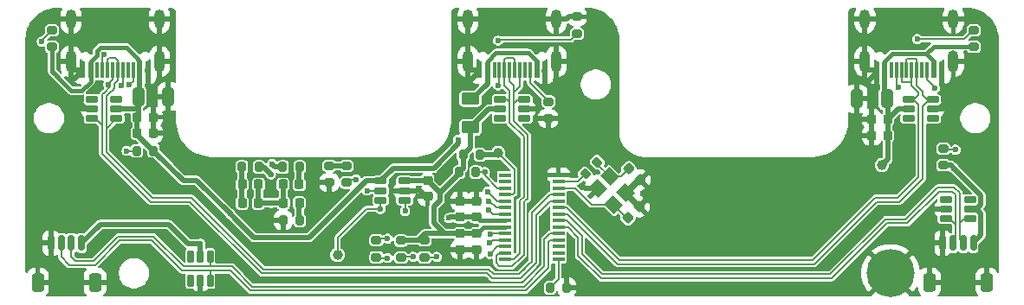
<source format=gbr>
%TF.GenerationSoftware,KiCad,Pcbnew,8.0.2*%
%TF.CreationDate,2025-12-10T20:47:35-08:00*%
%TF.ProjectId,USB-A-Daughterboard,5553422d-412d-4446-9175-676874657262,rev?*%
%TF.SameCoordinates,Original*%
%TF.FileFunction,Copper,L2,Bot*%
%TF.FilePolarity,Positive*%
%FSLAX46Y46*%
G04 Gerber Fmt 4.6, Leading zero omitted, Abs format (unit mm)*
G04 Created by KiCad (PCBNEW 8.0.2) date 2025-12-10 20:47:35*
%MOMM*%
%LPD*%
G01*
G04 APERTURE LIST*
G04 Aperture macros list*
%AMRoundRect*
0 Rectangle with rounded corners*
0 $1 Rounding radius*
0 $2 $3 $4 $5 $6 $7 $8 $9 X,Y pos of 4 corners*
0 Add a 4 corners polygon primitive as box body*
4,1,4,$2,$3,$4,$5,$6,$7,$8,$9,$2,$3,0*
0 Add four circle primitives for the rounded corners*
1,1,$1+$1,$2,$3*
1,1,$1+$1,$4,$5*
1,1,$1+$1,$6,$7*
1,1,$1+$1,$8,$9*
0 Add four rect primitives between the rounded corners*
20,1,$1+$1,$2,$3,$4,$5,0*
20,1,$1+$1,$4,$5,$6,$7,0*
20,1,$1+$1,$6,$7,$8,$9,0*
20,1,$1+$1,$8,$9,$2,$3,0*%
%AMRotRect*
0 Rectangle, with rotation*
0 The origin of the aperture is its center*
0 $1 length*
0 $2 width*
0 $3 Rotation angle, in degrees counterclockwise*
0 Add horizontal line*
21,1,$1,$2,0,0,$3*%
G04 Aperture macros list end*
%TA.AperFunction,SMDPad,CuDef*%
%ADD10RoundRect,0.200000X0.275000X-0.200000X0.275000X0.200000X-0.275000X0.200000X-0.275000X-0.200000X0*%
%TD*%
%TA.AperFunction,SMDPad,CuDef*%
%ADD11RoundRect,0.200000X-0.275000X0.200000X-0.275000X-0.200000X0.275000X-0.200000X0.275000X0.200000X0*%
%TD*%
%TA.AperFunction,SMDPad,CuDef*%
%ADD12RoundRect,0.150000X-0.475000X-0.150000X0.475000X-0.150000X0.475000X0.150000X-0.475000X0.150000X0*%
%TD*%
%TA.AperFunction,ComponentPad*%
%ADD13C,1.000000*%
%TD*%
%TA.AperFunction,SMDPad,CuDef*%
%ADD14RoundRect,0.150000X0.150000X0.625000X-0.150000X0.625000X-0.150000X-0.625000X0.150000X-0.625000X0*%
%TD*%
%TA.AperFunction,SMDPad,CuDef*%
%ADD15RoundRect,0.250000X0.350000X0.650000X-0.350000X0.650000X-0.350000X-0.650000X0.350000X-0.650000X0*%
%TD*%
%TA.AperFunction,SMDPad,CuDef*%
%ADD16RoundRect,0.225000X-0.017678X0.335876X-0.335876X0.017678X0.017678X-0.335876X0.335876X-0.017678X0*%
%TD*%
%TA.AperFunction,SMDPad,CuDef*%
%ADD17RoundRect,0.150000X0.475000X0.150000X-0.475000X0.150000X-0.475000X-0.150000X0.475000X-0.150000X0*%
%TD*%
%TA.AperFunction,SMDPad,CuDef*%
%ADD18R,0.600000X1.640000*%
%TD*%
%TA.AperFunction,SMDPad,CuDef*%
%ADD19R,0.300000X1.640000*%
%TD*%
%TA.AperFunction,ComponentPad*%
%ADD20O,1.050000X2.150000*%
%TD*%
%TA.AperFunction,ComponentPad*%
%ADD21O,1.050000X1.850000*%
%TD*%
%TA.AperFunction,SMDPad,CuDef*%
%ADD22RoundRect,0.225000X-0.225000X-0.250000X0.225000X-0.250000X0.225000X0.250000X-0.225000X0.250000X0*%
%TD*%
%TA.AperFunction,SMDPad,CuDef*%
%ADD23RoundRect,0.200000X-0.053033X0.335876X-0.335876X0.053033X0.053033X-0.335876X0.335876X-0.053033X0*%
%TD*%
%TA.AperFunction,SMDPad,CuDef*%
%ADD24RoundRect,0.225000X0.250000X-0.225000X0.250000X0.225000X-0.250000X0.225000X-0.250000X-0.225000X0*%
%TD*%
%TA.AperFunction,ComponentPad*%
%ADD25C,4.700000*%
%TD*%
%TA.AperFunction,SMDPad,CuDef*%
%ADD26RoundRect,0.250000X-0.325000X-0.650000X0.325000X-0.650000X0.325000X0.650000X-0.325000X0.650000X0*%
%TD*%
%TA.AperFunction,SMDPad,CuDef*%
%ADD27RoundRect,0.225000X0.225000X0.250000X-0.225000X0.250000X-0.225000X-0.250000X0.225000X-0.250000X0*%
%TD*%
%TA.AperFunction,SMDPad,CuDef*%
%ADD28RoundRect,0.200000X0.200000X0.275000X-0.200000X0.275000X-0.200000X-0.275000X0.200000X-0.275000X0*%
%TD*%
%TA.AperFunction,SMDPad,CuDef*%
%ADD29RoundRect,0.250000X-0.625000X0.375000X-0.625000X-0.375000X0.625000X-0.375000X0.625000X0.375000X0*%
%TD*%
%TA.AperFunction,SMDPad,CuDef*%
%ADD30R,1.200000X0.400000*%
%TD*%
%TA.AperFunction,SMDPad,CuDef*%
%ADD31RoundRect,0.218750X0.218750X0.256250X-0.218750X0.256250X-0.218750X-0.256250X0.218750X-0.256250X0*%
%TD*%
%TA.AperFunction,SMDPad,CuDef*%
%ADD32RoundRect,0.200000X-0.200000X-0.275000X0.200000X-0.275000X0.200000X0.275000X-0.200000X0.275000X0*%
%TD*%
%TA.AperFunction,SMDPad,CuDef*%
%ADD33RoundRect,0.225000X-0.250000X0.225000X-0.250000X-0.225000X0.250000X-0.225000X0.250000X0.225000X0*%
%TD*%
%TA.AperFunction,SMDPad,CuDef*%
%ADD34RoundRect,0.218750X-0.218750X-0.256250X0.218750X-0.256250X0.218750X0.256250X-0.218750X0.256250X0*%
%TD*%
%TA.AperFunction,SMDPad,CuDef*%
%ADD35RoundRect,0.225000X0.335876X0.017678X0.017678X0.335876X-0.335876X-0.017678X-0.017678X-0.335876X0*%
%TD*%
%TA.AperFunction,SMDPad,CuDef*%
%ADD36RotRect,1.400000X1.200000X315.000000*%
%TD*%
%TA.AperFunction,SMDPad,CuDef*%
%ADD37RoundRect,0.150000X0.150000X-0.475000X0.150000X0.475000X-0.150000X0.475000X-0.150000X-0.475000X0*%
%TD*%
%TA.AperFunction,SMDPad,CuDef*%
%ADD38RoundRect,0.250000X0.325000X0.650000X-0.325000X0.650000X-0.325000X-0.650000X0.325000X-0.650000X0*%
%TD*%
%TA.AperFunction,ViaPad*%
%ADD39C,0.600000*%
%TD*%
%TA.AperFunction,Conductor*%
%ADD40C,0.500000*%
%TD*%
%TA.AperFunction,Conductor*%
%ADD41C,0.200000*%
%TD*%
%TA.AperFunction,Conductor*%
%ADD42C,0.400000*%
%TD*%
G04 APERTURE END LIST*
D10*
%TO.P,R13,1*%
%TO.N,Net-(J5-CC1)*%
X54400000Y-3025000D03*
%TO.P,R13,2*%
%TO.N,GND*%
X54400000Y-1375000D03*
%TD*%
D11*
%TO.P,R12,1*%
%TO.N,Net-(R11-Pad2)*%
X30200000Y-15975000D03*
%TO.P,R12,2*%
%TO.N,GND*%
X30200000Y-17625000D03*
%TD*%
D12*
%TO.P,U3,1,IO1*%
%TO.N,D4+*%
X7025000Y-11350000D03*
%TO.P,U3,2,VN*%
%TO.N,GND*%
X7025000Y-10400000D03*
%TO.P,U3,3,IO2*%
%TO.N,unconnected-(U3-IO2-Pad3)*%
X7025000Y-9450000D03*
%TO.P,U3,4,IO3*%
%TO.N,unconnected-(U3-IO3-Pad4)*%
X9375000Y-9450000D03*
%TO.P,U3,5,VP*%
%TO.N,+5V_lim*%
X9375000Y-10400000D03*
%TO.P,U3,6,IO4*%
%TO.N,D4-*%
X9375000Y-11350000D03*
%TD*%
D10*
%TO.P,R11,1*%
%TO.N,Net-(U7-ILIM)*%
X31900000Y-17625000D03*
%TO.P,R11,2*%
%TO.N,Net-(R11-Pad2)*%
X31900000Y-15975000D03*
%TD*%
D13*
%TO.P,TP2,1,1*%
%TO.N,FAULT*%
X31000000Y-24700000D03*
%TD*%
D14*
%TO.P,J4,1,Pin_1*%
%TO.N,+5V_lim*%
X6000000Y-23525000D03*
%TO.P,J4,2,Pin_2*%
%TO.N,D1-*%
X5000000Y-23525000D03*
%TO.P,J4,3,Pin_3*%
%TO.N,D1+*%
X4000000Y-23525000D03*
%TO.P,J4,4,Pin_4*%
%TO.N,GND*%
X3000000Y-23525000D03*
D15*
%TO.P,J4,MP,MountPin*%
X7300000Y-27400000D03*
X1700000Y-27400000D03*
%TD*%
D16*
%TO.P,C1,1*%
%TO.N,GND*%
X60469328Y-19973312D03*
%TO.P,C1,2*%
%TO.N,XIN*%
X59373312Y-21069328D03*
%TD*%
D17*
%TO.P,U2,1,IO1*%
%TO.N,D3+*%
X89175000Y-9450000D03*
%TO.P,U2,2,VN*%
%TO.N,GND*%
X89175000Y-10400000D03*
%TO.P,U2,3,IO2*%
%TO.N,unconnected-(U2-IO2-Pad3)*%
X89175000Y-11350000D03*
%TO.P,U2,4,IO3*%
%TO.N,unconnected-(U2-IO3-Pad4)*%
X86825000Y-11350000D03*
%TO.P,U2,5,VP*%
%TO.N,+5V_lim*%
X86825000Y-10400000D03*
%TO.P,U2,6,IO4*%
%TO.N,D3-*%
X86825000Y-9450000D03*
%TD*%
D13*
%TO.P,TP1,1,1*%
%TO.N,P_EN*%
X46700000Y-14700000D03*
%TD*%
D18*
%TO.P,J1,A1,GND*%
%TO.N,GND*%
X83670000Y-6620000D03*
%TO.P,J1,A4,VBUS*%
%TO.N,+5V_lim*%
X84470000Y-6620000D03*
D19*
%TO.P,J1,A5,CC1*%
%TO.N,Net-(J1-CC1)*%
X85620000Y-6620000D03*
%TO.P,J1,A6,D+*%
%TO.N,D3+*%
X86620000Y-6620000D03*
%TO.P,J1,A7,D-*%
%TO.N,D3-*%
X87120000Y-6620000D03*
%TO.P,J1,A8,SBU1*%
%TO.N,unconnected-(J1-SBU1-PadA8)*%
X88120000Y-6620000D03*
D18*
%TO.P,J1,A9,VBUS*%
%TO.N,+5V_lim*%
X89270000Y-6620000D03*
%TO.P,J1,A12,GND*%
%TO.N,GND*%
X90070000Y-6620000D03*
%TO.P,J1,B1,GND*%
X90070000Y-6620000D03*
%TO.P,J1,B4,VBUS*%
%TO.N,+5V_lim*%
X89270000Y-6620000D03*
D19*
%TO.P,J1,B5,CC2*%
%TO.N,Net-(J1-CC2)*%
X88620000Y-6620000D03*
%TO.P,J1,B6,D+*%
%TO.N,D3+*%
X87620000Y-6620000D03*
%TO.P,J1,B7,D-*%
%TO.N,D3-*%
X86120000Y-6620000D03*
%TO.P,J1,B8,SBU2*%
%TO.N,unconnected-(J1-SBU2-PadB8)*%
X85120000Y-6620000D03*
D18*
%TO.P,J1,B9,VBUS*%
%TO.N,+5V_lim*%
X84470000Y-6620000D03*
%TO.P,J1,B12,GND*%
%TO.N,GND*%
X83670000Y-6620000D03*
D20*
%TO.P,J1,S1,SHIELD*%
X91190000Y-5750000D03*
D21*
X91190000Y-1600000D03*
D20*
X82550000Y-5750000D03*
D21*
X82550000Y-1600000D03*
%TD*%
D22*
%TO.P,C3,1*%
%TO.N,GND*%
X83225000Y-13000000D03*
%TO.P,C3,2*%
%TO.N,+5V_lim*%
X84775000Y-13000000D03*
%TD*%
D11*
%TO.P,R15,1*%
%TO.N,Net-(J1-CC1)*%
X93200000Y-2675000D03*
%TO.P,R15,2*%
%TO.N,+5V_lim*%
X93200000Y-4325000D03*
%TD*%
D10*
%TO.P,R3,1*%
%TO.N,Net-(U1-BUSJ)*%
X37200000Y-24950000D03*
%TO.P,R3,2*%
%TO.N,+5V*%
X37200000Y-23300000D03*
%TD*%
D23*
%TO.P,R8,1*%
%TO.N,Net-(C2-Pad2)*%
X56383363Y-15616637D03*
%TO.P,R8,2*%
%TO.N,XOUT*%
X55216637Y-16783363D03*
%TD*%
D24*
%TO.P,C10,1*%
%TO.N,+3.3V*%
X43000000Y-20975000D03*
%TO.P,C10,2*%
%TO.N,GND*%
X43000000Y-19425000D03*
%TD*%
D25*
%TO.P,H1,1,1*%
%TO.N,GND*%
X85040000Y-26500000D03*
%TD*%
D26*
%TO.P,C7,1*%
%TO.N,GND*%
X81725000Y-9400000D03*
%TO.P,C7,2*%
%TO.N,+5V_lim*%
X84675000Y-9400000D03*
%TD*%
D27*
%TO.P,C4,1*%
%TO.N,GND*%
X12975000Y-11200000D03*
%TO.P,C4,2*%
%TO.N,+5V_lim*%
X11425000Y-11200000D03*
%TD*%
D28*
%TO.P,R6,1*%
%TO.N,LED1*%
X23312500Y-16100000D03*
%TO.P,R6,2*%
%TO.N,Net-(D1-K)*%
X21662500Y-16100000D03*
%TD*%
D29*
%TO.P,F1,1*%
%TO.N,VBUS*%
X44000000Y-9400000D03*
%TO.P,F1,2*%
%TO.N,+5V*%
X44000000Y-12200000D03*
%TD*%
D30*
%TO.P,U1,1,VSS*%
%TO.N,GND*%
X52600000Y-16872500D03*
%TO.P,U1,2,XOUT*%
%TO.N,XOUT*%
X52600000Y-17507500D03*
%TO.P,U1,3,XIN*%
%TO.N,XIN*%
X52600000Y-18142500D03*
%TO.P,U1,4,DM4*%
%TO.N,D4-*%
X52600000Y-18777500D03*
%TO.P,U1,5,DP4*%
%TO.N,D4+*%
X52600000Y-19412500D03*
%TO.P,U1,6,DM3*%
%TO.N,D3-*%
X52600000Y-20047500D03*
%TO.P,U1,7,DP3*%
%TO.N,D3+*%
X52600000Y-20682500D03*
%TO.P,U1,8,DM2*%
%TO.N,D2-*%
X52600000Y-21317500D03*
%TO.P,U1,9,DP2*%
%TO.N,D2+*%
X52600000Y-21952500D03*
%TO.P,U1,10,DM1*%
%TO.N,D1-*%
X52600000Y-22587500D03*
%TO.P,U1,11,DP1*%
%TO.N,D1+*%
X52600000Y-23222500D03*
%TO.P,U1,12,NC*%
%TO.N,unconnected-(U1-NC-Pad12)*%
X52600000Y-23857500D03*
%TO.P,U1,13,NC*%
%TO.N,unconnected-(U1-NC-Pad13)*%
X52600000Y-24492500D03*
%TO.P,U1,14,REXT*%
%TO.N,Net-(U1-REXT)*%
X52600000Y-25127500D03*
%TO.P,U1,15,DMU*%
%TO.N,D0-*%
X47400000Y-25127500D03*
%TO.P,U1,16,DPU*%
%TO.N,D0+*%
X47400000Y-24492500D03*
%TO.P,U1,17,~{XRSTJ}*%
%TO.N,Net-(U1-~{XRSTJ})*%
X47400000Y-23857500D03*
%TO.P,U1,18,VBUSM*%
%TO.N,Net-(U1-VBUSM)*%
X47400000Y-23222500D03*
%TO.P,U1,19,BUSJ*%
%TO.N,Net-(U1-BUSJ)*%
X47400000Y-22587500D03*
%TO.P,U1,20,VDD5*%
%TO.N,+5V*%
X47400000Y-21952500D03*
%TO.P,U1,21,VDD3F*%
%TO.N,+3.3V*%
X47400000Y-21317500D03*
%TO.P,U1,22,DRV*%
%TO.N,DRV*%
X47400000Y-20682500D03*
%TO.P,U1,23,LED1*%
%TO.N,LED1*%
X47400000Y-20047500D03*
%TO.P,U1,24,LED2*%
%TO.N,LED2*%
X47400000Y-19412500D03*
%TO.P,U1,25,~{PWRJ}*%
%TO.N,P_EN*%
X47400000Y-18777500D03*
%TO.P,U1,26,~{OVCJ}*%
%TO.N,FAULT*%
X47400000Y-18142500D03*
%TO.P,U1,27,~{TESTJ}*%
%TO.N,unconnected-(U1-~{TESTJ}-Pad27)*%
X47400000Y-17507500D03*
%TO.P,U1,28,NC*%
%TO.N,unconnected-(U1-NC-Pad28)*%
X47400000Y-16872500D03*
%TD*%
D31*
%TO.P,D2,1,K*%
%TO.N,Net-(D2-K)*%
X27275000Y-19600000D03*
%TO.P,D2,2,A*%
%TO.N,DRV*%
X25700000Y-19600000D03*
%TD*%
D11*
%TO.P,R16,1*%
%TO.N,Net-(J1-CC2)*%
X90200000Y-14275000D03*
%TO.P,R16,2*%
%TO.N,+5V_lim*%
X90200000Y-15925000D03*
%TD*%
%TO.P,R17,1*%
%TO.N,Net-(J2-CC1)*%
X3100000Y-2675000D03*
%TO.P,R17,2*%
%TO.N,+5V_lim*%
X3100000Y-4325000D03*
%TD*%
D32*
%TO.P,R10,1*%
%TO.N,+5V*%
X42875000Y-16600000D03*
%TO.P,R10,2*%
%TO.N,FAULT*%
X44525000Y-16600000D03*
%TD*%
D10*
%TO.P,R4,1*%
%TO.N,Net-(U1-VBUSM)*%
X39500000Y-24925000D03*
%TO.P,R4,2*%
%TO.N,+5V*%
X39500000Y-23275000D03*
%TD*%
D12*
%TO.P,U4,1,IO1*%
%TO.N,D2+*%
X90465000Y-21150000D03*
%TO.P,U4,2,VN*%
%TO.N,GND*%
X90465000Y-20200000D03*
%TO.P,U4,3,IO2*%
%TO.N,unconnected-(U4-IO2-Pad3)*%
X90465000Y-19250000D03*
%TO.P,U4,4,IO3*%
%TO.N,unconnected-(U4-IO3-Pad4)*%
X92815000Y-19250000D03*
%TO.P,U4,5,VP*%
%TO.N,+5V_lim*%
X92815000Y-20200000D03*
%TO.P,U4,6,IO4*%
%TO.N,D2-*%
X92815000Y-21150000D03*
%TD*%
D18*
%TO.P,J2,A1,GND*%
%TO.N,GND*%
X6070000Y-6620000D03*
%TO.P,J2,A4,VBUS*%
%TO.N,+5V_lim*%
X6870000Y-6620000D03*
D19*
%TO.P,J2,A5,CC1*%
%TO.N,Net-(J2-CC1)*%
X8020000Y-6620000D03*
%TO.P,J2,A6,D+*%
%TO.N,D4+*%
X9020000Y-6620000D03*
%TO.P,J2,A7,D-*%
%TO.N,D4-*%
X9520000Y-6620000D03*
%TO.P,J2,A8,SBU1*%
%TO.N,unconnected-(J2-SBU1-PadA8)*%
X10520000Y-6620000D03*
D18*
%TO.P,J2,A9,VBUS*%
%TO.N,+5V_lim*%
X11670000Y-6620000D03*
%TO.P,J2,A12,GND*%
%TO.N,GND*%
X12470000Y-6620000D03*
%TO.P,J2,B1,GND*%
X12470000Y-6620000D03*
%TO.P,J2,B4,VBUS*%
%TO.N,+5V_lim*%
X11670000Y-6620000D03*
D19*
%TO.P,J2,B5,CC2*%
%TO.N,Net-(J2-CC2)*%
X11020000Y-6620000D03*
%TO.P,J2,B6,D+*%
%TO.N,D4+*%
X10020000Y-6620000D03*
%TO.P,J2,B7,D-*%
%TO.N,D4-*%
X8520000Y-6620000D03*
%TO.P,J2,B8,SBU2*%
%TO.N,unconnected-(J2-SBU2-PadB8)*%
X7520000Y-6620000D03*
D18*
%TO.P,J2,B9,VBUS*%
%TO.N,+5V_lim*%
X6870000Y-6620000D03*
%TO.P,J2,B12,GND*%
%TO.N,GND*%
X6070000Y-6620000D03*
D20*
%TO.P,J2,S1,SHIELD*%
X13590000Y-5750000D03*
D21*
X13590000Y-1600000D03*
D20*
X4950000Y-5750000D03*
D21*
X4950000Y-1600000D03*
%TD*%
D11*
%TO.P,R5,1*%
%TO.N,+3.3V*%
X34800000Y-23275000D03*
%TO.P,R5,2*%
%TO.N,Net-(U1-~{XRSTJ})*%
X34800000Y-24925000D03*
%TD*%
D32*
%TO.P,R7,1*%
%TO.N,GND*%
X25675000Y-21300000D03*
%TO.P,R7,2*%
%TO.N,Net-(D2-K)*%
X27325000Y-21300000D03*
%TD*%
D27*
%TO.P,C6,1*%
%TO.N,GND*%
X12975000Y-12800000D03*
%TO.P,C6,2*%
%TO.N,+5V_lim*%
X11425000Y-12800000D03*
%TD*%
D11*
%TO.P,R14,1*%
%TO.N,Net-(J5-CC2)*%
X51600000Y-9675000D03*
%TO.P,R14,2*%
%TO.N,GND*%
X51600000Y-11325000D03*
%TD*%
D32*
%TO.P,R9,1*%
%TO.N,LED2*%
X25650000Y-16100000D03*
%TO.P,R9,2*%
%TO.N,Net-(D3-A)*%
X27300000Y-16100000D03*
%TD*%
D22*
%TO.P,C5,1*%
%TO.N,GND*%
X83225000Y-11400000D03*
%TO.P,C5,2*%
%TO.N,+5V_lim*%
X84775000Y-11400000D03*
%TD*%
D17*
%TO.P,U6,1,IO1*%
%TO.N,D0+*%
X49245000Y-9450000D03*
%TO.P,U6,2,VN*%
%TO.N,GND*%
X49245000Y-10400000D03*
%TO.P,U6,3,IO2*%
%TO.N,unconnected-(U6-IO2-Pad3)*%
X49245000Y-11350000D03*
%TO.P,U6,4,IO3*%
%TO.N,unconnected-(U6-IO3-Pad4)*%
X46895000Y-11350000D03*
%TO.P,U6,5,VP*%
%TO.N,+5V*%
X46895000Y-10400000D03*
%TO.P,U6,6,IO4*%
%TO.N,D0-*%
X46895000Y-9450000D03*
%TD*%
D32*
%TO.P,R18,1*%
%TO.N,Net-(J2-CC2)*%
X11375000Y-14500000D03*
%TO.P,R18,2*%
%TO.N,+5V_lim*%
X13025000Y-14500000D03*
%TD*%
D33*
%TO.P,C11,1*%
%TO.N,+5V*%
X44600000Y-22625000D03*
%TO.P,C11,2*%
%TO.N,GND*%
X44600000Y-24175000D03*
%TD*%
D34*
%TO.P,D3,1,K*%
%TO.N,DRV*%
X25687500Y-17800000D03*
%TO.P,D3,2,A*%
%TO.N,Net-(D3-A)*%
X27262500Y-17800000D03*
%TD*%
D35*
%TO.P,C2,1*%
%TO.N,GND*%
X60548008Y-17348008D03*
%TO.P,C2,2*%
%TO.N,Net-(C2-Pad2)*%
X59451992Y-16251992D03*
%TD*%
D36*
%TO.P,Y1,1,1*%
%TO.N,Net-(C2-Pad2)*%
X57623223Y-17021142D03*
%TO.P,Y1,2,2*%
%TO.N,GND*%
X59178858Y-18576777D03*
%TO.P,Y1,3,3*%
%TO.N,XIN*%
X57976777Y-19778858D03*
%TO.P,Y1,4,4*%
%TO.N,GND*%
X56421142Y-18223223D03*
%TD*%
D18*
%TO.P,J5,A1,GND*%
%TO.N,GND*%
X44870000Y-6620000D03*
%TO.P,J5,A4,VBUS*%
%TO.N,VBUS*%
X45670000Y-6620000D03*
D19*
%TO.P,J5,A5,CC1*%
%TO.N,Net-(J5-CC1)*%
X46820000Y-6620000D03*
%TO.P,J5,A6,D+*%
%TO.N,D0+*%
X47820000Y-6620000D03*
%TO.P,J5,A7,D-*%
%TO.N,D0-*%
X48320000Y-6620000D03*
%TO.P,J5,A8,SBU1*%
%TO.N,unconnected-(J5-SBU1-PadA8)*%
X49320000Y-6620000D03*
D18*
%TO.P,J5,A9,VBUS*%
%TO.N,VBUS*%
X50470000Y-6620000D03*
%TO.P,J5,A12,GND*%
%TO.N,GND*%
X51270000Y-6620000D03*
%TO.P,J5,B1,GND*%
X51270000Y-6620000D03*
%TO.P,J5,B4,VBUS*%
%TO.N,VBUS*%
X50470000Y-6620000D03*
D19*
%TO.P,J5,B5,CC2*%
%TO.N,Net-(J5-CC2)*%
X49820000Y-6620000D03*
%TO.P,J5,B6,D+*%
%TO.N,D0+*%
X48820000Y-6620000D03*
%TO.P,J5,B7,D-*%
%TO.N,D0-*%
X47320000Y-6620000D03*
%TO.P,J5,B8,SBU2*%
%TO.N,unconnected-(J5-SBU2-PadB8)*%
X46320000Y-6620000D03*
D18*
%TO.P,J5,B9,VBUS*%
%TO.N,VBUS*%
X45670000Y-6620000D03*
%TO.P,J5,B12,GND*%
%TO.N,GND*%
X44870000Y-6620000D03*
D20*
%TO.P,J5,S1,SHIELD*%
X52390000Y-5750000D03*
D21*
X52390000Y-1600000D03*
D20*
X43750000Y-5750000D03*
D21*
X43750000Y-1600000D03*
%TD*%
D31*
%TO.P,D4,1,K*%
%TO.N,DRV*%
X23275000Y-19600000D03*
%TO.P,D4,2,A*%
%TO.N,Net-(D1-K)*%
X21700000Y-19600000D03*
%TD*%
D28*
%TO.P,R1,1*%
%TO.N,GND*%
X53425000Y-27900000D03*
%TO.P,R1,2*%
%TO.N,Net-(U1-REXT)*%
X51775000Y-27900000D03*
%TD*%
D24*
%TO.P,C13,1*%
%TO.N,GND*%
X39800000Y-18975000D03*
%TO.P,C13,2*%
%TO.N,+5V*%
X39800000Y-17425000D03*
%TD*%
D13*
%TO.P,TP3,1,1*%
%TO.N,+5V_lim*%
X84200000Y-15900000D03*
%TD*%
D17*
%TO.P,U7,1,VIN*%
%TO.N,+5V*%
X37575000Y-17450000D03*
%TO.P,U7,2,GND*%
%TO.N,GND*%
X37575000Y-18400000D03*
%TO.P,U7,3,~{EN}*%
%TO.N,P_EN*%
X37575000Y-19350000D03*
%TO.P,U7,4,~{FAULT}*%
%TO.N,FAULT*%
X35225000Y-19350000D03*
%TO.P,U7,5,ILIM*%
%TO.N,Net-(U7-ILIM)*%
X35225000Y-18400000D03*
%TO.P,U7,6,VOUT*%
%TO.N,+5V_lim*%
X35225000Y-17450000D03*
%TD*%
D24*
%TO.P,C12,1*%
%TO.N,+3.3V*%
X44600000Y-20975000D03*
%TO.P,C12,2*%
%TO.N,GND*%
X44600000Y-19425000D03*
%TD*%
D14*
%TO.P,J3,1,Pin_1*%
%TO.N,+5V_lim*%
X93140000Y-23525000D03*
%TO.P,J3,2,Pin_2*%
%TO.N,D2-*%
X92140000Y-23525000D03*
%TO.P,J3,3,Pin_3*%
%TO.N,D2+*%
X91140000Y-23525000D03*
%TO.P,J3,4,Pin_4*%
%TO.N,GND*%
X90140000Y-23525000D03*
D15*
%TO.P,J3,MP,MountPin*%
X94440000Y-27400000D03*
X88840000Y-27400000D03*
%TD*%
D33*
%TO.P,C9,1*%
%TO.N,+5V*%
X43000000Y-22625000D03*
%TO.P,C9,2*%
%TO.N,GND*%
X43000000Y-24175000D03*
%TD*%
D34*
%TO.P,D1,1,K*%
%TO.N,Net-(D1-K)*%
X21700000Y-17800000D03*
%TO.P,D1,2,A*%
%TO.N,DRV*%
X23275000Y-17800000D03*
%TD*%
D37*
%TO.P,U5,1,IO1*%
%TO.N,D1+*%
X18550000Y-27200000D03*
%TO.P,U5,2,VN*%
%TO.N,GND*%
X17600000Y-27200000D03*
%TO.P,U5,3,IO2*%
%TO.N,unconnected-(U5-IO2-Pad3)*%
X16650000Y-27200000D03*
%TO.P,U5,4,IO3*%
%TO.N,unconnected-(U5-IO3-Pad4)*%
X16650000Y-24850000D03*
%TO.P,U5,5,VP*%
%TO.N,+5V_lim*%
X17600000Y-24850000D03*
%TO.P,U5,6,IO4*%
%TO.N,D1-*%
X18550000Y-24850000D03*
%TD*%
D38*
%TO.P,C8,1*%
%TO.N,GND*%
X14475000Y-9200000D03*
%TO.P,C8,2*%
%TO.N,+5V_lim*%
X11525000Y-9200000D03*
%TD*%
D32*
%TO.P,R2,1*%
%TO.N,+5V*%
X43275000Y-14900000D03*
%TO.P,R2,2*%
%TO.N,P_EN*%
X44925000Y-14900000D03*
%TD*%
D39*
%TO.N,GND*%
X5300000Y-7400000D03*
X43000000Y-25200000D03*
X54875438Y-17969409D03*
X78600000Y-25800000D03*
X41900000Y-15900000D03*
X44600000Y-25200000D03*
X50300000Y-13100000D03*
X50300000Y-19200000D03*
X43000000Y-18200000D03*
X84100000Y-20400000D03*
X88900000Y-16900000D03*
X56400000Y-24800000D03*
X3000000Y-24900000D03*
X82900000Y-7600000D03*
X17600000Y-28400000D03*
X24500000Y-21200000D03*
X87000000Y-17000000D03*
X18100000Y-22000000D03*
X44600000Y-18300000D03*
X48500000Y-14800000D03*
X90200000Y-25000000D03*
X19200000Y-23200000D03*
X7900000Y-23100000D03*
X20500000Y-21900000D03*
X61200000Y-19200000D03*
X51300000Y-8000000D03*
X87100000Y-15300000D03*
X6000000Y-10000000D03*
X50300000Y-14800000D03*
X22800000Y-26800000D03*
X38885069Y-18263157D03*
X90422835Y-9657086D03*
X41100000Y-23800000D03*
X90100000Y-8000000D03*
X44000000Y-7600000D03*
X88900000Y-15200000D03*
X15300000Y-23700000D03*
X51200000Y-21400000D03*
X19300000Y-20700000D03*
X45485786Y-27200000D03*
X12500000Y-7900000D03*
X54600000Y-27900000D03*
X7600000Y-8200000D03*
X89400000Y-20200000D03*
X87700000Y-18900000D03*
%TO.N,+5V_lim*%
X17600000Y-23600000D03*
X20525000Y-20675000D03*
X91271342Y-16228658D03*
X42800000Y-13400000D03*
%TO.N,+3.3V*%
X41900000Y-21100000D03*
X35900000Y-23100000D03*
%TO.N,DRV*%
X24487500Y-19600000D03*
X45800000Y-20300000D03*
%TO.N,Net-(J1-CC1)*%
X87650000Y-3550000D03*
X85800000Y-8300000D03*
%TO.N,Net-(J1-CC2)*%
X89395621Y-8379281D03*
X91400000Y-14400000D03*
%TO.N,D4+*%
X9833018Y-8121197D03*
X8600000Y-8003427D03*
%TO.N,Net-(J2-CC2)*%
X10400000Y-14500000D03*
X10630366Y-8056116D03*
%TO.N,Net-(J2-CC1)*%
X8178940Y-5072530D03*
X2100000Y-3800000D03*
%TO.N,Net-(J5-CC1)*%
X46700000Y-8100000D03*
X46700000Y-3700000D03*
%TO.N,P_EN*%
X37600000Y-20400000D03*
%TO.N,Net-(U1-BUSJ)*%
X38400000Y-24900000D03*
X45900000Y-22652500D03*
%TO.N,Net-(U1-VBUSM)*%
X45876765Y-23524265D03*
X40700000Y-24900000D03*
%TO.N,Net-(U1-~{XRSTJ})*%
X35900000Y-25000000D03*
X45900000Y-24600000D03*
%TO.N,LED1*%
X24487500Y-16800000D03*
X45769440Y-19430374D03*
%TO.N,LED2*%
X45700000Y-18500000D03*
X24587500Y-15800000D03*
%TO.N,FAULT*%
X35200000Y-20200000D03*
X45400000Y-16600000D03*
%TO.N,Net-(U7-ILIM)*%
X32800000Y-17300000D03*
X33900000Y-18400000D03*
%TD*%
D40*
%TO.N,GND*%
X44870000Y-6620000D02*
X44870000Y-6730000D01*
X6070000Y-6630000D02*
X5300000Y-7400000D01*
D41*
X50800000Y-23800000D02*
X50800000Y-25000000D01*
D40*
X90140000Y-23525000D02*
X90140000Y-24940000D01*
X25675000Y-21300000D02*
X24600000Y-21300000D01*
X12470000Y-7870000D02*
X12500000Y-7900000D01*
X39596912Y-18975000D02*
X38885069Y-18263157D01*
X6070000Y-6620000D02*
X6070000Y-6630000D01*
D41*
X49834314Y-26634314D02*
X49468628Y-27000000D01*
X49984314Y-26484314D02*
X49834314Y-26634314D01*
D40*
X60469328Y-19973312D02*
X60469328Y-19930672D01*
X37575000Y-18400000D02*
X38748226Y-18400000D01*
X17600000Y-27200000D02*
X17600000Y-28400000D01*
X43000000Y-24175000D02*
X43000000Y-25200000D01*
X90070000Y-7970000D02*
X90100000Y-8000000D01*
X90465000Y-20200000D02*
X89400000Y-20200000D01*
X44600000Y-24175000D02*
X44600000Y-25200000D01*
X89799999Y-10400000D02*
X90422835Y-9777164D01*
D41*
X45968628Y-27400000D02*
X45584314Y-27015686D01*
D40*
X24600000Y-21300000D02*
X24500000Y-21200000D01*
X53625000Y-1375000D02*
X53400000Y-1600000D01*
D41*
X49068628Y-27400000D02*
X47400000Y-27400000D01*
D40*
X44600000Y-19425000D02*
X44600000Y-18300000D01*
X90070000Y-6620000D02*
X90070000Y-7970000D01*
D41*
X46500000Y-27400000D02*
X45968628Y-27400000D01*
D40*
X54400000Y-1375000D02*
X53625000Y-1375000D01*
X12470000Y-6620000D02*
X12470000Y-7870000D01*
X38748226Y-18400000D02*
X38885069Y-18263157D01*
X7025000Y-10400000D02*
X6400000Y-10400000D01*
D41*
X47400000Y-27400000D02*
X46500000Y-27400000D01*
D40*
X90140000Y-24940000D02*
X90200000Y-25000000D01*
X6400000Y-10400000D02*
X6000000Y-10000000D01*
X60469328Y-19930672D02*
X61200000Y-19200000D01*
X39600000Y-18975000D02*
X39575000Y-18975000D01*
D41*
X50800000Y-25000000D02*
X50800000Y-25668628D01*
D40*
X53400000Y-1600000D02*
X52390000Y-1600000D01*
X51270000Y-7970000D02*
X51300000Y-8000000D01*
X55129252Y-18223223D02*
X54875438Y-17969409D01*
X83670000Y-6620000D02*
X83670000Y-6830000D01*
X89175000Y-10400000D02*
X89799999Y-10400000D01*
X83670000Y-6830000D02*
X82900000Y-7600000D01*
X39800000Y-18975000D02*
X39596912Y-18975000D01*
X56421142Y-18223223D02*
X55129252Y-18223223D01*
D41*
X46500000Y-27400000D02*
X45685786Y-27400000D01*
D40*
X51270000Y-6620000D02*
X51270000Y-7970000D01*
D41*
X50800000Y-25668628D02*
X49984314Y-26484314D01*
D40*
X44870000Y-6730000D02*
X44000000Y-7600000D01*
X90422835Y-9777164D02*
X90422835Y-9657086D01*
D41*
X45685786Y-27400000D02*
X45485786Y-27200000D01*
X49984314Y-26484314D02*
X49068628Y-27400000D01*
D40*
X3000000Y-23525000D02*
X3000000Y-24900000D01*
D41*
%TO.N,XIN*%
X55836358Y-19778858D02*
X57976777Y-19778858D01*
X59267247Y-21069328D02*
X57976777Y-19778858D01*
X59373312Y-21069328D02*
X59267247Y-21069328D01*
X54200000Y-18142500D02*
X52600000Y-18142500D01*
X54200000Y-18142500D02*
X55836358Y-19778858D01*
%TO.N,Net-(C2-Pad2)*%
X57623223Y-17021142D02*
X58682842Y-17021142D01*
X56383363Y-15781282D02*
X57623223Y-17021142D01*
X56383363Y-15616637D02*
X56383363Y-15781282D01*
X58682842Y-17021142D02*
X59451992Y-16251992D01*
D40*
%TO.N,+5V_lim*%
X84775000Y-13000000D02*
X84775000Y-15325000D01*
D42*
X3600000Y-7200000D02*
X3900000Y-7500000D01*
D40*
X91271342Y-16228658D02*
X90967684Y-15925000D01*
X11425000Y-12900000D02*
X13025000Y-14500000D01*
X22850000Y-23000000D02*
X21000000Y-21150000D01*
D42*
X89276288Y-4276288D02*
X89277576Y-4275000D01*
D40*
X13025000Y-14500000D02*
X15925000Y-17400000D01*
X84775000Y-13000000D02*
X84775000Y-9500000D01*
D42*
X7827470Y-4372530D02*
X7478940Y-4721060D01*
D40*
X16400000Y-23600000D02*
X14500000Y-21700000D01*
X84775000Y-9500000D02*
X84675000Y-9400000D01*
X40400000Y-16200000D02*
X42800000Y-13800000D01*
X84775000Y-15325000D02*
X84200000Y-15900000D01*
X28239338Y-23000000D02*
X22850000Y-23000000D01*
D42*
X6870000Y-5717423D02*
X6870000Y-6620000D01*
X88552577Y-5000000D02*
X89270000Y-5717423D01*
X7478940Y-4721060D02*
X7478940Y-5108483D01*
X11670000Y-6620000D02*
X11670000Y-5717423D01*
X85187423Y-5000000D02*
X88552577Y-5000000D01*
D40*
X17600000Y-23600000D02*
X17600000Y-24850000D01*
X15925000Y-17400000D02*
X17250000Y-17400000D01*
X11670000Y-9055000D02*
X11525000Y-9200000D01*
X17600000Y-23600000D02*
X16400000Y-23600000D01*
X93890000Y-19749999D02*
X93439999Y-20200000D01*
D42*
X89277576Y-4275000D02*
X93112500Y-4275000D01*
X3100000Y-6700000D02*
X3100000Y-4325000D01*
X6010000Y-8600000D02*
X5000000Y-8600000D01*
D40*
X33789339Y-17450000D02*
X29869669Y-21369669D01*
X86825000Y-10400000D02*
X85775000Y-10400000D01*
D42*
X7478940Y-5108483D02*
X6870000Y-5717423D01*
X11520000Y-5567423D02*
X11520000Y-5512893D01*
X6870000Y-7740000D02*
X6010000Y-8600000D01*
X89270000Y-5717423D02*
X89270000Y-6620000D01*
X88552577Y-5000000D02*
X89276288Y-4276288D01*
X5000000Y-8600000D02*
X3900000Y-7500000D01*
D40*
X93439999Y-20200000D02*
X92815000Y-20200000D01*
D42*
X10379637Y-4372530D02*
X7827470Y-4372530D01*
D40*
X11525000Y-10400000D02*
X11525000Y-11100000D01*
X90967684Y-15925000D02*
X90200000Y-15925000D01*
X11670000Y-6620000D02*
X11670000Y-9055000D01*
X84470000Y-9195000D02*
X84675000Y-9400000D01*
X11425000Y-11200000D02*
X11425000Y-12800000D01*
X11525000Y-9200000D02*
X11525000Y-10400000D01*
X42800000Y-13800000D02*
X42800000Y-13400000D01*
D42*
X11520000Y-5512893D02*
X10379637Y-4372530D01*
X6870000Y-6620000D02*
X6870000Y-7740000D01*
D40*
X93140000Y-23525000D02*
X93890000Y-22775000D01*
D42*
X84470000Y-6620000D02*
X84470000Y-5717423D01*
D40*
X14500000Y-21700000D02*
X7825000Y-21700000D01*
X93890000Y-20650001D02*
X93439999Y-20200000D01*
X36475000Y-16200000D02*
X40400000Y-16200000D01*
X84470000Y-6620000D02*
X84470000Y-9195000D01*
X35225000Y-17450000D02*
X36475000Y-16200000D01*
X9375000Y-10400000D02*
X11525000Y-10400000D01*
D42*
X11670000Y-5717423D02*
X11520000Y-5567423D01*
X93112500Y-4275000D02*
X93200000Y-4362500D01*
D40*
X17250000Y-17400000D02*
X20525000Y-20675000D01*
X93890000Y-18847316D02*
X91271342Y-16228658D01*
X11425000Y-12800000D02*
X11425000Y-12900000D01*
X20525000Y-20675000D02*
X21000000Y-21150000D01*
X85775000Y-10400000D02*
X84775000Y-11400000D01*
X35225000Y-17450000D02*
X33789339Y-17450000D01*
D42*
X3900000Y-7500000D02*
X3100000Y-6700000D01*
D40*
X93890000Y-18847316D02*
X93890000Y-19749999D01*
X93890000Y-22775000D02*
X93890000Y-20650001D01*
D42*
X84470000Y-5717423D02*
X85187423Y-5000000D01*
X3600000Y-7200000D02*
X3125000Y-6725000D01*
D40*
X7825000Y-21700000D02*
X6000000Y-23525000D01*
X29869669Y-21369669D02*
X28239338Y-23000000D01*
X11525000Y-11100000D02*
X11425000Y-11200000D01*
%TO.N,+5V*%
X41425000Y-22625000D02*
X39550000Y-22625000D01*
X40400000Y-21600000D02*
X40400000Y-20000000D01*
X41000000Y-19400000D02*
X41000000Y-18625000D01*
X38900000Y-23275000D02*
X37225000Y-23275000D01*
D42*
X47400000Y-21952500D02*
X45272500Y-21952500D01*
D40*
X39575000Y-17450000D02*
X39600000Y-17425000D01*
D42*
X45272500Y-21952500D02*
X44600000Y-22625000D01*
D40*
X44000000Y-13975000D02*
X44000000Y-14175000D01*
X43275000Y-16200000D02*
X42875000Y-16600000D01*
X43000000Y-22625000D02*
X41425000Y-22625000D01*
X43000000Y-22625000D02*
X44600000Y-22625000D01*
X44000000Y-12200000D02*
X44000000Y-13975000D01*
X42875000Y-16750000D02*
X41000000Y-18625000D01*
X41000000Y-18625000D02*
X39800000Y-17425000D01*
X43275000Y-14900000D02*
X43275000Y-16200000D01*
X44000000Y-14175000D02*
X43275000Y-14900000D01*
X41425000Y-22625000D02*
X40400000Y-21600000D01*
X37225000Y-23275000D02*
X37200000Y-23300000D01*
X39550000Y-22625000D02*
X38900000Y-23275000D01*
X45800000Y-10400000D02*
X44000000Y-12200000D01*
X42875000Y-16600000D02*
X42875000Y-16750000D01*
X46895000Y-10400000D02*
X45800000Y-10400000D01*
X40400000Y-20000000D02*
X41000000Y-19400000D01*
X37575000Y-17450000D02*
X39575000Y-17450000D01*
D42*
%TO.N,+3.3V*%
X47400000Y-21317500D02*
X44942500Y-21317500D01*
D41*
X34975000Y-23100000D02*
X34800000Y-23275000D01*
D40*
X42025000Y-20975000D02*
X41900000Y-21100000D01*
X43000000Y-20975000D02*
X44600000Y-20975000D01*
D41*
X35900000Y-23100000D02*
X34975000Y-23100000D01*
D40*
X43000000Y-20975000D02*
X42025000Y-20975000D01*
D42*
X44942500Y-21317500D02*
X44600000Y-20975000D01*
D40*
%TO.N,Net-(D1-K)*%
X21662500Y-19562500D02*
X21700000Y-19600000D01*
X21662500Y-16100000D02*
X21662500Y-19562500D01*
%TO.N,DRV*%
X23275000Y-17800000D02*
X23275000Y-19600000D01*
X23275000Y-19600000D02*
X24487500Y-19600000D01*
X25687500Y-17800000D02*
X25687500Y-19587500D01*
X25687500Y-19587500D02*
X25700000Y-19600000D01*
D41*
X47400000Y-20682500D02*
X46182500Y-20682500D01*
D40*
X25700000Y-19600000D02*
X24487500Y-19600000D01*
D41*
X46182500Y-20682500D02*
X45800000Y-20300000D01*
D40*
%TO.N,Net-(D2-K)*%
X27262500Y-21300000D02*
X27262500Y-19612500D01*
X27262500Y-19612500D02*
X27275000Y-19600000D01*
%TO.N,Net-(D3-A)*%
X27262500Y-16137500D02*
X27300000Y-16100000D01*
X27262500Y-17800000D02*
X27262500Y-16137500D01*
D42*
%TO.N,VBUS*%
X49652577Y-4900000D02*
X50470000Y-5717423D01*
X50470000Y-5717423D02*
X50470000Y-6620000D01*
D40*
X44200000Y-9400000D02*
X44000000Y-9400000D01*
X45670000Y-7930000D02*
X44200000Y-9400000D01*
D42*
X45670000Y-6620000D02*
X45670000Y-5717423D01*
X45670000Y-5717423D02*
X46487423Y-4900000D01*
X46487423Y-4900000D02*
X49652577Y-4900000D01*
D40*
X45670000Y-6620000D02*
X45670000Y-7930000D01*
D41*
%TO.N,Net-(J1-CC1)*%
X92287500Y-3550000D02*
X93200000Y-2637500D01*
X87650000Y-3550000D02*
X92287500Y-3550000D01*
X85620000Y-6620000D02*
X85620000Y-8120000D01*
X85620000Y-8120000D02*
X85800000Y-8300000D01*
%TO.N,D1-*%
X15965686Y-25825000D02*
X13040686Y-22900000D01*
X7134314Y-25300000D02*
X5400000Y-25300000D01*
X18600000Y-25825000D02*
X15965686Y-25825000D01*
X5000000Y-24900000D02*
X5000000Y-23525000D01*
X52600000Y-22587500D02*
X51800000Y-22587500D01*
X49234314Y-27800000D02*
X22640686Y-27800000D01*
X18600000Y-25825000D02*
X18550000Y-25775000D01*
X13040686Y-22900000D02*
X9534314Y-22900000D01*
X51200000Y-23187500D02*
X51200000Y-25834314D01*
X22640686Y-27800000D02*
X20665686Y-25825000D01*
X51200000Y-25834314D02*
X49234314Y-27800000D01*
X9534314Y-22900000D02*
X7134314Y-25300000D01*
X20665686Y-25825000D02*
X18600000Y-25825000D01*
X5400000Y-25300000D02*
X5000000Y-24900000D01*
X18550000Y-25775000D02*
X18550000Y-24850000D01*
X51800000Y-22587500D02*
X51200000Y-23187500D01*
%TO.N,D1+*%
X51600000Y-26000000D02*
X51600000Y-23422500D01*
X51600000Y-23422500D02*
X51800000Y-23222500D01*
X49400000Y-28200000D02*
X51600000Y-26000000D01*
X4800000Y-25700000D02*
X7300000Y-25700000D01*
X18600000Y-26225000D02*
X18550000Y-26275000D01*
X20500000Y-26225000D02*
X22475000Y-28200000D01*
X18600000Y-26225000D02*
X20500000Y-26225000D01*
X22475000Y-28200000D02*
X49400000Y-28200000D01*
X4000000Y-24900000D02*
X4800000Y-25700000D01*
X7300000Y-25700000D02*
X9700000Y-23300000D01*
X18550000Y-26275000D02*
X18550000Y-27200000D01*
X51800000Y-23222500D02*
X52600000Y-23222500D01*
X15800000Y-26225000D02*
X18600000Y-26225000D01*
X4000000Y-23525000D02*
X4000000Y-24900000D01*
X9700000Y-23300000D02*
X12875000Y-23300000D01*
X12875000Y-23300000D02*
X15800000Y-26225000D01*
%TO.N,Net-(J1-CC2)*%
X89000000Y-7900000D02*
X89395621Y-8295621D01*
X90325000Y-14400000D02*
X90200000Y-14275000D01*
X89395621Y-8295621D02*
X89395621Y-8379281D01*
X91400000Y-14400000D02*
X90325000Y-14400000D01*
X88620000Y-7520000D02*
X89000000Y-7900000D01*
X88620000Y-6620000D02*
X88620000Y-7520000D01*
%TO.N,D4-*%
X9200000Y-8400000D02*
X9200000Y-7905686D01*
X8400000Y-9159448D02*
X8959448Y-8600000D01*
X8700000Y-5400000D02*
X8520000Y-5580000D01*
X50000000Y-24600000D02*
X50000000Y-25337256D01*
X12900000Y-19100000D02*
X8400000Y-14600000D01*
X8959448Y-8600000D02*
X9000000Y-8600000D01*
X8400000Y-12325000D02*
X8400000Y-9159448D01*
X8400000Y-14600000D02*
X8400000Y-12325000D01*
X8400000Y-12325000D02*
X9375000Y-11350000D01*
X50000000Y-24600000D02*
X50000000Y-20577500D01*
X48737256Y-26600000D02*
X46300000Y-26600000D01*
X51800000Y-18777500D02*
X52600000Y-18777500D01*
X45800000Y-26100000D02*
X23765686Y-26100000D01*
X46300000Y-26600000D02*
X45800000Y-26100000D01*
X50000000Y-24702942D02*
X50000000Y-24600000D01*
X50000000Y-20577500D02*
X51800000Y-18777500D01*
X49668628Y-25668628D02*
X49137256Y-26200000D01*
X50000000Y-25337256D02*
X49668628Y-25668628D01*
X8520000Y-5580000D02*
X8520000Y-6620000D01*
X23765686Y-26100000D02*
X16765686Y-19100000D01*
X9520000Y-6620000D02*
X9520000Y-5620000D01*
X9520000Y-5620000D02*
X9300000Y-5400000D01*
X9300000Y-5400000D02*
X8700000Y-5400000D01*
X49668628Y-25668628D02*
X48737256Y-26600000D01*
X16765686Y-19100000D02*
X12900000Y-19100000D01*
X9200000Y-7905686D02*
X9520000Y-7585686D01*
X9520000Y-7585686D02*
X9520000Y-6620000D01*
X9000000Y-8600000D02*
X9200000Y-8400000D01*
%TO.N,D4+*%
X10020000Y-7934215D02*
X10020000Y-6620000D01*
X9833018Y-8121197D02*
X10020000Y-7934215D01*
X16600000Y-19500000D02*
X12734314Y-19500000D01*
X12734314Y-19500000D02*
X8000000Y-14765686D01*
X45634314Y-26500000D02*
X23600000Y-26500000D01*
X46134314Y-27000000D02*
X45634314Y-26500000D01*
X51800000Y-19412500D02*
X50400000Y-20812500D01*
X7350000Y-11350000D02*
X7025000Y-11350000D01*
X23600000Y-26500000D02*
X16600000Y-19500000D01*
X50400000Y-25502942D02*
X48902942Y-27000000D01*
X9020000Y-7520000D02*
X9020000Y-6620000D01*
X8000000Y-14765686D02*
X8000000Y-12000000D01*
X8800000Y-8193763D02*
X8800000Y-7740000D01*
X8234315Y-8759448D02*
X8800000Y-8193763D01*
X8000000Y-12000000D02*
X8000000Y-8993762D01*
X8000000Y-8993762D02*
X8234315Y-8759448D01*
X48902942Y-27000000D02*
X46134314Y-27000000D01*
X8000000Y-12000000D02*
X7350000Y-11350000D01*
X50400000Y-20812500D02*
X50400000Y-25502942D01*
X52600000Y-19412500D02*
X51800000Y-19412500D01*
X8820000Y-7720000D02*
X9020000Y-7520000D01*
X8800000Y-7740000D02*
X8820000Y-7720000D01*
%TO.N,Net-(J2-CC2)*%
X11020000Y-7666482D02*
X10630366Y-8056116D01*
X11020000Y-6620000D02*
X11020000Y-7666482D01*
X10400000Y-14500000D02*
X11375000Y-14500000D01*
%TO.N,Net-(J2-CC1)*%
X8020000Y-5231470D02*
X8178940Y-5072530D01*
X2100000Y-3800000D02*
X2100000Y-3675000D01*
X8020000Y-6620000D02*
X8020000Y-5231470D01*
X2100000Y-3675000D02*
X3100000Y-2675000D01*
%TO.N,D3-*%
X87800000Y-8825686D02*
X87800000Y-9000000D01*
X87250000Y-9450000D02*
X86825000Y-9450000D01*
X58552500Y-25200000D02*
X77434314Y-25200000D01*
X87800000Y-17048529D02*
X87800000Y-10000000D01*
X87120000Y-7700000D02*
X87120000Y-6620000D01*
X52600000Y-20047500D02*
X53400000Y-20047500D01*
X86120000Y-6620000D02*
X86120000Y-7690000D01*
X87120000Y-8145686D02*
X87800000Y-8825686D01*
X77434314Y-25200000D02*
X83534314Y-19100000D01*
X87080000Y-7740000D02*
X87120000Y-7700000D01*
X87120000Y-7700000D02*
X87120000Y-8145686D01*
X87800000Y-10000000D02*
X87250000Y-9450000D01*
X87350000Y-9450000D02*
X86825000Y-9450000D01*
X53400000Y-20047500D02*
X58552500Y-25200000D01*
X86120000Y-7690000D02*
X86170000Y-7740000D01*
X85748529Y-19100000D02*
X87800000Y-17048529D01*
X83534314Y-19100000D02*
X85748529Y-19100000D01*
X87800000Y-9000000D02*
X87350000Y-9450000D01*
X86170000Y-7740000D02*
X87080000Y-7740000D01*
%TO.N,D3+*%
X86670000Y-5500000D02*
X87570000Y-5500000D01*
X87620000Y-8080000D02*
X87620000Y-6620000D01*
X86620000Y-5550000D02*
X86670000Y-5500000D01*
X86620000Y-6620000D02*
X86620000Y-5550000D01*
X89175000Y-9450000D02*
X88650000Y-9450000D01*
X53469314Y-20682500D02*
X58386814Y-25600000D01*
X52600000Y-20682500D02*
X53469314Y-20682500D01*
X88859448Y-9450000D02*
X89175000Y-9450000D01*
X87570000Y-5500000D02*
X87620000Y-5550000D01*
X88200000Y-17214214D02*
X88200000Y-10109448D01*
X88200000Y-9000000D02*
X88200000Y-8660000D01*
X88650000Y-9450000D02*
X88200000Y-9000000D01*
X87620000Y-5550000D02*
X87620000Y-6620000D01*
X77600000Y-25600000D02*
X83700000Y-19500000D01*
X58386814Y-25600000D02*
X77600000Y-25600000D01*
X85914214Y-19500000D02*
X88200000Y-17214214D01*
X88200000Y-8660000D02*
X87620000Y-8080000D01*
X88200000Y-10109448D02*
X88859448Y-9450000D01*
X83700000Y-19500000D02*
X85914214Y-19500000D01*
%TO.N,Net-(J5-CC2)*%
X49820000Y-6620000D02*
X49770000Y-6570000D01*
X49820000Y-6620000D02*
X49820000Y-7857500D01*
X49820000Y-7857500D02*
X51600000Y-9637500D01*
%TO.N,D0+*%
X46500000Y-24800000D02*
X46807500Y-24492500D01*
X48220000Y-8090000D02*
X47820000Y-7690000D01*
X49600000Y-19165686D02*
X49365685Y-19400000D01*
X49200000Y-19565685D02*
X49200000Y-24693186D01*
X47820000Y-7690000D02*
X47820000Y-6620000D01*
X48620001Y-9450000D02*
X49245000Y-9450000D01*
X48220000Y-8800000D02*
X48220000Y-8090000D01*
X48965685Y-24927500D02*
X48093185Y-25800000D01*
X48093185Y-25800000D02*
X46800000Y-25800000D01*
X49200000Y-24693186D02*
X48965685Y-24927500D01*
X48220000Y-10400000D02*
X48220000Y-11590552D01*
X49600000Y-12970552D02*
X49600000Y-19165686D01*
X48220000Y-11590552D02*
X49600000Y-12970552D01*
X46807500Y-24492500D02*
X47400000Y-24492500D01*
X49365685Y-19400000D02*
X49200000Y-19565685D01*
X48220000Y-9850001D02*
X48620001Y-9450000D01*
X48220000Y-8800000D02*
X48820000Y-8200000D01*
X46800000Y-25800000D02*
X46500000Y-25500000D01*
X48220000Y-10400000D02*
X48220000Y-8800000D01*
X46500000Y-25500000D02*
X46500000Y-24800000D01*
X48220000Y-10400000D02*
X48220000Y-9850001D01*
X48820000Y-8200000D02*
X48820000Y-6620000D01*
%TO.N,Net-(J5-CC1)*%
X46820000Y-6620000D02*
X46820000Y-7980000D01*
X54375000Y-3025000D02*
X53800000Y-3600000D01*
X46820000Y-7980000D02*
X46700000Y-8100000D01*
X46800000Y-3600000D02*
X46700000Y-3700000D01*
X53800000Y-3600000D02*
X46800000Y-3600000D01*
X54400000Y-3025000D02*
X54375000Y-3025000D01*
%TO.N,D0-*%
X47820000Y-9750001D02*
X47519999Y-9450000D01*
X48800000Y-19400000D02*
X49200000Y-19000000D01*
X47820000Y-10400000D02*
X47820000Y-8620000D01*
X47320000Y-6620000D02*
X47320000Y-5550000D01*
X47470000Y-5400000D02*
X48170000Y-5400000D01*
X47820000Y-11756238D02*
X47820000Y-10400000D01*
X47320000Y-5550000D02*
X47470000Y-5400000D01*
X47320000Y-8120000D02*
X47320000Y-6620000D01*
X48170000Y-5400000D02*
X48320000Y-5550000D01*
X48800000Y-24527500D02*
X48800000Y-19400000D01*
X47820000Y-10400000D02*
X47820000Y-9750001D01*
X47519999Y-9450000D02*
X46895000Y-9450000D01*
X49200000Y-13136238D02*
X47820000Y-11756238D01*
X47820000Y-8620000D02*
X47320000Y-8120000D01*
X49200000Y-19000000D02*
X49200000Y-13136238D01*
X47400000Y-25127500D02*
X48200000Y-25127500D01*
X48200000Y-25127500D02*
X48800000Y-24527500D01*
X48320000Y-5550000D02*
X48320000Y-6620000D01*
%TO.N,Net-(U1-REXT)*%
X52600000Y-27075000D02*
X51775000Y-27900000D01*
X52600000Y-25127500D02*
X52600000Y-27075000D01*
D40*
%TO.N,P_EN*%
X46500000Y-14900000D02*
X46700000Y-14700000D01*
D41*
X37600000Y-20400000D02*
X37600000Y-19375000D01*
X47400000Y-18777500D02*
X48122500Y-18777500D01*
X48300000Y-16300000D02*
X48300000Y-16700000D01*
D40*
X44925000Y-14900000D02*
X46500000Y-14900000D01*
D41*
X46700000Y-14700000D02*
X48300000Y-16300000D01*
X48300000Y-18600000D02*
X48300000Y-16700000D01*
X48122500Y-18777500D02*
X48300000Y-18600000D01*
X37600000Y-19375000D02*
X37575000Y-19350000D01*
%TO.N,Net-(U1-BUSJ)*%
X45965000Y-22587500D02*
X45900000Y-22652500D01*
X37250000Y-24900000D02*
X37200000Y-24950000D01*
X47400000Y-22587500D02*
X45965000Y-22587500D01*
X38400000Y-24900000D02*
X37250000Y-24900000D01*
%TO.N,Net-(U1-VBUSM)*%
X47400000Y-23222500D02*
X46178530Y-23222500D01*
X40426470Y-24925000D02*
X40675000Y-24925000D01*
X40426470Y-24925000D02*
X39500000Y-24925000D01*
X40675000Y-24925000D02*
X40700000Y-24900000D01*
X46178530Y-23222500D02*
X45876765Y-23524265D01*
%TO.N,Net-(U1-~{XRSTJ})*%
X47400000Y-23857500D02*
X46642500Y-23857500D01*
X34875000Y-25000000D02*
X34800000Y-24925000D01*
X35900000Y-25000000D02*
X34875000Y-25000000D01*
X46642500Y-23857500D02*
X45900000Y-24600000D01*
%TO.N,LED1*%
X47400000Y-20047500D02*
X46496029Y-20047500D01*
X46496029Y-20047500D02*
X45878903Y-19430374D01*
D40*
X23787500Y-16100000D02*
X24487500Y-16800000D01*
X23312500Y-16100000D02*
X23787500Y-16100000D01*
D41*
X45878903Y-19430374D02*
X45769440Y-19430374D01*
%TO.N,XOUT*%
X54492500Y-17507500D02*
X55216637Y-16783363D01*
X54492500Y-17507500D02*
X52600000Y-17507500D01*
%TO.N,LED2*%
X46600000Y-19412500D02*
X46200000Y-19012500D01*
D40*
X25650000Y-16100000D02*
X24887500Y-16100000D01*
D41*
X47400000Y-19412500D02*
X46612500Y-19412500D01*
D40*
X24887500Y-16100000D02*
X24587500Y-15800000D01*
D41*
X47400000Y-19412500D02*
X46600000Y-19412500D01*
X46612500Y-19412500D02*
X45700000Y-18500000D01*
%TO.N,FAULT*%
X35200000Y-19375000D02*
X35225000Y-19350000D01*
X45400000Y-16942500D02*
X45400000Y-16600000D01*
X33800000Y-20200000D02*
X31000000Y-23000000D01*
X35200000Y-20200000D02*
X33800000Y-20200000D01*
X35200000Y-20200000D02*
X35200000Y-19375000D01*
X31000000Y-23000000D02*
X31000000Y-24700000D01*
X46600000Y-18142500D02*
X45400000Y-16942500D01*
X47400000Y-18142500D02*
X46767500Y-18142500D01*
X47400000Y-18142500D02*
X46600000Y-18142500D01*
X45400000Y-16600000D02*
X44925000Y-16600000D01*
D40*
%TO.N,Net-(R11-Pad2)*%
X30200000Y-15975000D02*
X31900000Y-15975000D01*
D41*
%TO.N,Net-(U7-ILIM)*%
X32225000Y-17300000D02*
X31900000Y-17625000D01*
X35225000Y-18400000D02*
X33900000Y-18400000D01*
X32800000Y-17300000D02*
X32225000Y-17300000D01*
%TO.N,D2-*%
X92140000Y-23525000D02*
X91800000Y-23185000D01*
X91800000Y-18634314D02*
X91800000Y-21600000D01*
X52600000Y-21317500D02*
X53400000Y-21317500D01*
X91800000Y-21600000D02*
X92250000Y-21150000D01*
X79134314Y-26600000D02*
X84534314Y-21200000D01*
X91800000Y-23185000D02*
X91800000Y-21600000D01*
X86534314Y-21200000D02*
X89634314Y-18100000D01*
X92250000Y-21150000D02*
X92815000Y-21150000D01*
X84534314Y-21200000D02*
X86534314Y-21200000D01*
X54900000Y-22817500D02*
X54900000Y-24600000D01*
X89634314Y-18100000D02*
X91265686Y-18100000D01*
X91265686Y-18100000D02*
X91800000Y-18634314D01*
X53400000Y-21317500D02*
X54900000Y-22817500D01*
X54900000Y-24600000D02*
X56900000Y-26600000D01*
X56900000Y-26600000D02*
X79134314Y-26600000D01*
%TO.N,D2+*%
X90850000Y-21150000D02*
X90465000Y-21150000D01*
X89800000Y-18500000D02*
X91100000Y-18500000D01*
X54734315Y-25000000D02*
X56734315Y-27000000D01*
X91400000Y-21700000D02*
X90850000Y-21150000D01*
X84700000Y-21600000D02*
X86700000Y-21600000D01*
X52600000Y-21952500D02*
X53400000Y-21952500D01*
X91400000Y-23265000D02*
X91400000Y-21700000D01*
X53473750Y-22026250D02*
X53543064Y-22026250D01*
X91100000Y-18500000D02*
X91400000Y-18800000D01*
X53400000Y-21952500D02*
X53473750Y-22026250D01*
X54500000Y-22983186D02*
X54500000Y-24765686D01*
X91400000Y-18800000D02*
X91400000Y-21700000D01*
X54500000Y-24765686D02*
X54734315Y-25000000D01*
X56734315Y-27000000D02*
X79300000Y-27000000D01*
X91140000Y-23525000D02*
X91400000Y-23265000D01*
X86700000Y-21600000D02*
X89800000Y-18500000D01*
X79300000Y-27000000D02*
X84700000Y-21600000D01*
X53543064Y-22026250D02*
X54500000Y-22983186D01*
%TD*%
%TA.AperFunction,Conductor*%
%TO.N,GND*%
G36*
X4057608Y-519407D02*
G01*
X4093572Y-568907D01*
X4093572Y-630093D01*
X4081732Y-654502D01*
X4041659Y-714473D01*
X4041653Y-714484D01*
X3964390Y-901016D01*
X3964390Y-901018D01*
X3925000Y-1099043D01*
X3925000Y-1349999D01*
X3925001Y-1350000D01*
X4625000Y-1350000D01*
X4625000Y-1850000D01*
X3925001Y-1850000D01*
X3925000Y-1850001D01*
X3925000Y-2100956D01*
X3964390Y-2298981D01*
X3964390Y-2298983D01*
X4041653Y-2485515D01*
X4041659Y-2485527D01*
X4153830Y-2653399D01*
X4153833Y-2653403D01*
X4296596Y-2796166D01*
X4296600Y-2796169D01*
X4464472Y-2908340D01*
X4464484Y-2908346D01*
X4651016Y-2985609D01*
X4651019Y-2985610D01*
X4699999Y-2995352D01*
X4700000Y-2995352D01*
X4700000Y-2209618D01*
X4750446Y-2260064D01*
X4824555Y-2302851D01*
X4907213Y-2325000D01*
X4992787Y-2325000D01*
X5075445Y-2302851D01*
X5149554Y-2260064D01*
X5200000Y-2209618D01*
X5200000Y-2995352D01*
X5248980Y-2985610D01*
X5248983Y-2985609D01*
X5435515Y-2908346D01*
X5435527Y-2908340D01*
X5603399Y-2796169D01*
X5603403Y-2796166D01*
X5746166Y-2653403D01*
X5746169Y-2653399D01*
X5858340Y-2485527D01*
X5858346Y-2485515D01*
X5935609Y-2298983D01*
X5935609Y-2298981D01*
X5974999Y-2100956D01*
X5975000Y-2100952D01*
X5975000Y-1850001D01*
X5974999Y-1850000D01*
X5275000Y-1850000D01*
X5275000Y-1350000D01*
X5974999Y-1350000D01*
X5975000Y-1349999D01*
X5975000Y-1099047D01*
X5974999Y-1099043D01*
X5935609Y-901018D01*
X5935609Y-901016D01*
X5858346Y-714484D01*
X5858340Y-714473D01*
X5818268Y-654502D01*
X5801659Y-595614D01*
X5822836Y-538210D01*
X5873710Y-504217D01*
X5900583Y-500500D01*
X12639417Y-500500D01*
X12697608Y-519407D01*
X12733572Y-568907D01*
X12733572Y-630093D01*
X12721732Y-654502D01*
X12681659Y-714473D01*
X12681653Y-714484D01*
X12604390Y-901016D01*
X12604390Y-901018D01*
X12565000Y-1099043D01*
X12565000Y-1349999D01*
X12565001Y-1350000D01*
X13265000Y-1350000D01*
X13265000Y-1850000D01*
X12565001Y-1850000D01*
X12565000Y-1850001D01*
X12565000Y-2100956D01*
X12604390Y-2298981D01*
X12604390Y-2298983D01*
X12681653Y-2485515D01*
X12681659Y-2485527D01*
X12793830Y-2653399D01*
X12793833Y-2653403D01*
X12936596Y-2796166D01*
X12936600Y-2796169D01*
X13104472Y-2908340D01*
X13104484Y-2908346D01*
X13291016Y-2985609D01*
X13291019Y-2985610D01*
X13339999Y-2995352D01*
X13340000Y-2995352D01*
X13340000Y-2209618D01*
X13390446Y-2260064D01*
X13464555Y-2302851D01*
X13547213Y-2325000D01*
X13632787Y-2325000D01*
X13715445Y-2302851D01*
X13789554Y-2260064D01*
X13840000Y-2209618D01*
X13840000Y-2995352D01*
X13888980Y-2985610D01*
X13888983Y-2985609D01*
X14075515Y-2908346D01*
X14075527Y-2908340D01*
X14243399Y-2796169D01*
X14243403Y-2796166D01*
X14386166Y-2653403D01*
X14386169Y-2653399D01*
X14498340Y-2485527D01*
X14498346Y-2485515D01*
X14575609Y-2298983D01*
X14575609Y-2298981D01*
X14614999Y-2100956D01*
X14615000Y-2100952D01*
X14615000Y-1850001D01*
X14614999Y-1850000D01*
X13915000Y-1850000D01*
X13915000Y-1350000D01*
X14614999Y-1350000D01*
X14615000Y-1349999D01*
X14615000Y-1099047D01*
X14614999Y-1099043D01*
X14575609Y-901018D01*
X14575609Y-901016D01*
X14498346Y-714484D01*
X14498340Y-714473D01*
X14458268Y-654502D01*
X14441659Y-595614D01*
X14462836Y-538210D01*
X14513710Y-504217D01*
X14540583Y-500500D01*
X14674108Y-500500D01*
X14734408Y-500500D01*
X14745552Y-501129D01*
X14753365Y-502014D01*
X14840598Y-511896D01*
X14862319Y-516881D01*
X14947245Y-546772D01*
X14967296Y-556489D01*
X15043381Y-604620D01*
X15060753Y-618579D01*
X15124140Y-682509D01*
X15137951Y-700000D01*
X15185431Y-776491D01*
X15194976Y-796623D01*
X15224143Y-881804D01*
X15228942Y-903564D01*
X15238933Y-999019D01*
X15239467Y-1010169D01*
X15238943Y-1071557D01*
X15239500Y-1080638D01*
X15239500Y-7768432D01*
X15220593Y-7826623D01*
X15171093Y-7862587D01*
X15109907Y-7862587D01*
X15109360Y-7862407D01*
X14952693Y-7810493D01*
X14849987Y-7800000D01*
X14725001Y-7800000D01*
X14725000Y-7800001D01*
X14725000Y-10599998D01*
X14725001Y-10599999D01*
X14849986Y-10599999D01*
X14952687Y-10589507D01*
X14952698Y-10589504D01*
X15109360Y-10537592D01*
X15170544Y-10537236D01*
X15220252Y-10572911D01*
X15239498Y-10630991D01*
X15239500Y-10631567D01*
X15239500Y-11528034D01*
X15239499Y-11528052D01*
X15239500Y-11600006D01*
X15239500Y-11771970D01*
X15273215Y-12114247D01*
X15273216Y-12114252D01*
X15340317Y-12451579D01*
X15355514Y-12501677D01*
X15440160Y-12780711D01*
X15571774Y-13098449D01*
X15571782Y-13098467D01*
X15652780Y-13250000D01*
X15733910Y-13401782D01*
X15733913Y-13401787D01*
X15733915Y-13401790D01*
X15820267Y-13531024D01*
X15924991Y-13687754D01*
X16143182Y-13953619D01*
X16386381Y-14196818D01*
X16652246Y-14415009D01*
X16938218Y-14606090D01*
X17169092Y-14729496D01*
X17241532Y-14768217D01*
X17241535Y-14768218D01*
X17241542Y-14768222D01*
X17386185Y-14828136D01*
X17559288Y-14899839D01*
X17559290Y-14899839D01*
X17559296Y-14899842D01*
X17888421Y-14999683D01*
X18225748Y-15066784D01*
X18568027Y-15100499D01*
X18662577Y-15100499D01*
X18662585Y-15100500D01*
X18674108Y-15100500D01*
X18739995Y-15100500D01*
X18805887Y-15100501D01*
X18805891Y-15100500D01*
X38534168Y-15100500D01*
X38600060Y-15100500D01*
X38772026Y-15100500D01*
X38772034Y-15100500D01*
X39000209Y-15078026D01*
X39114301Y-15066789D01*
X39451624Y-14999692D01*
X39780746Y-14899853D01*
X40098497Y-14768237D01*
X40401817Y-14606108D01*
X40687786Y-14415030D01*
X40953648Y-14196842D01*
X41196845Y-13953646D01*
X41415032Y-13687783D01*
X41606110Y-13401814D01*
X41606128Y-13401782D01*
X41697031Y-13231712D01*
X41768238Y-13098494D01*
X41899855Y-12780742D01*
X41899865Y-12780711D01*
X41949563Y-12616874D01*
X41999692Y-12451621D01*
X42066790Y-12114298D01*
X42100501Y-11772022D01*
X42100500Y-11600056D01*
X42100500Y-11534164D01*
X42100500Y-1072629D01*
X42100502Y-1072584D01*
X42100501Y-1066015D01*
X42100503Y-1066011D01*
X42100500Y-1005711D01*
X42101131Y-994553D01*
X42111936Y-899301D01*
X42116935Y-877559D01*
X42146937Y-792459D01*
X42156680Y-772389D01*
X42204991Y-696174D01*
X42218984Y-678796D01*
X42283144Y-615343D01*
X42300669Y-601548D01*
X42377422Y-554082D01*
X42397589Y-544566D01*
X42483027Y-515505D01*
X42504821Y-510749D01*
X42599864Y-501033D01*
X42611012Y-500527D01*
X42671646Y-501202D01*
X42671648Y-501201D01*
X42671699Y-501202D01*
X42683415Y-500500D01*
X42799417Y-500500D01*
X42857608Y-519407D01*
X42893572Y-568907D01*
X42893572Y-630093D01*
X42881732Y-654502D01*
X42841659Y-714473D01*
X42841653Y-714484D01*
X42764390Y-901016D01*
X42764390Y-901018D01*
X42725000Y-1099043D01*
X42725000Y-1349999D01*
X42725001Y-1350000D01*
X43425000Y-1350000D01*
X43425000Y-1850000D01*
X42725001Y-1850000D01*
X42725000Y-1850001D01*
X42725000Y-2100956D01*
X42764390Y-2298981D01*
X42764390Y-2298983D01*
X42841653Y-2485515D01*
X42841659Y-2485527D01*
X42953830Y-2653399D01*
X42953833Y-2653403D01*
X43096596Y-2796166D01*
X43096600Y-2796169D01*
X43264472Y-2908340D01*
X43264484Y-2908346D01*
X43451016Y-2985609D01*
X43451019Y-2985610D01*
X43499999Y-2995352D01*
X43500000Y-2995352D01*
X43500000Y-2209618D01*
X43550446Y-2260064D01*
X43624555Y-2302851D01*
X43707213Y-2325000D01*
X43792787Y-2325000D01*
X43875445Y-2302851D01*
X43949554Y-2260064D01*
X44000000Y-2209618D01*
X44000000Y-2995352D01*
X44048980Y-2985610D01*
X44048983Y-2985609D01*
X44235515Y-2908346D01*
X44235527Y-2908340D01*
X44403399Y-2796169D01*
X44403403Y-2796166D01*
X44546166Y-2653403D01*
X44546169Y-2653399D01*
X44658340Y-2485527D01*
X44658346Y-2485515D01*
X44735609Y-2298983D01*
X44735609Y-2298981D01*
X44774999Y-2100956D01*
X44775000Y-2100952D01*
X44775000Y-1850001D01*
X44774999Y-1850000D01*
X44075000Y-1850000D01*
X44075000Y-1350000D01*
X44774999Y-1350000D01*
X44775000Y-1349999D01*
X44775000Y-1099047D01*
X44774999Y-1099043D01*
X44735609Y-901018D01*
X44735609Y-901016D01*
X44658346Y-714484D01*
X44658340Y-714473D01*
X44618268Y-654502D01*
X44601659Y-595614D01*
X44622836Y-538210D01*
X44673710Y-504217D01*
X44700583Y-500500D01*
X51439417Y-500500D01*
X51497608Y-519407D01*
X51533572Y-568907D01*
X51533572Y-630093D01*
X51521732Y-654502D01*
X51481659Y-714473D01*
X51481653Y-714484D01*
X51404390Y-901016D01*
X51404390Y-901018D01*
X51365000Y-1099043D01*
X51365000Y-1349999D01*
X51365001Y-1350000D01*
X52065000Y-1350000D01*
X52065000Y-1850000D01*
X51365001Y-1850000D01*
X51365000Y-1850001D01*
X51365000Y-2100956D01*
X51404390Y-2298981D01*
X51404390Y-2298983D01*
X51481653Y-2485515D01*
X51481659Y-2485527D01*
X51593830Y-2653399D01*
X51593833Y-2653403D01*
X51736596Y-2796166D01*
X51736600Y-2796169D01*
X51904472Y-2908340D01*
X51904484Y-2908346D01*
X52091016Y-2985609D01*
X52091019Y-2985610D01*
X52139999Y-2995352D01*
X52140000Y-2995352D01*
X52140000Y-2209618D01*
X52190446Y-2260064D01*
X52264555Y-2302851D01*
X52347213Y-2325000D01*
X52432787Y-2325000D01*
X52515445Y-2302851D01*
X52589554Y-2260064D01*
X52640000Y-2209618D01*
X52640000Y-2995352D01*
X52688980Y-2985610D01*
X52688983Y-2985609D01*
X52875515Y-2908346D01*
X52875527Y-2908340D01*
X53043399Y-2796169D01*
X53043403Y-2796166D01*
X53186166Y-2653403D01*
X53186169Y-2653399D01*
X53298340Y-2485527D01*
X53298346Y-2485515D01*
X53375609Y-2298983D01*
X53375609Y-2298981D01*
X53414999Y-2100956D01*
X53415000Y-2100952D01*
X53415000Y-2093956D01*
X53433907Y-2035765D01*
X53483407Y-1999801D01*
X53544593Y-1999801D01*
X53584004Y-2023952D01*
X53690127Y-2130075D01*
X53835599Y-2218017D01*
X53835609Y-2218021D01*
X53974828Y-2261403D01*
X54024759Y-2296765D01*
X54044369Y-2354723D01*
X54026166Y-2413138D01*
X53990322Y-2444129D01*
X53886659Y-2496949D01*
X53796949Y-2586659D01*
X53739354Y-2699695D01*
X53724500Y-2793478D01*
X53724500Y-3200500D01*
X53705593Y-3258691D01*
X53656093Y-3294655D01*
X53625500Y-3299500D01*
X47031632Y-3299500D01*
X46978110Y-3283784D01*
X46910053Y-3240047D01*
X46910050Y-3240046D01*
X46771964Y-3199500D01*
X46771961Y-3199500D01*
X46628039Y-3199500D01*
X46628035Y-3199500D01*
X46489949Y-3240046D01*
X46489942Y-3240049D01*
X46368873Y-3317855D01*
X46274622Y-3426628D01*
X46214834Y-3557543D01*
X46194353Y-3699997D01*
X46194353Y-3700002D01*
X46214834Y-3842456D01*
X46274010Y-3972030D01*
X46274623Y-3973373D01*
X46361271Y-4073371D01*
X46368873Y-4082144D01*
X46489942Y-4159950D01*
X46489947Y-4159953D01*
X46580025Y-4186402D01*
X46628035Y-4200499D01*
X46628036Y-4200499D01*
X46628039Y-4200500D01*
X46628041Y-4200500D01*
X46771959Y-4200500D01*
X46771961Y-4200500D01*
X46910053Y-4159953D01*
X47031128Y-4082143D01*
X47125377Y-3973373D01*
X47132226Y-3958374D01*
X47173597Y-3913297D01*
X47222280Y-3900500D01*
X53839563Y-3900500D01*
X53839563Y-3900499D01*
X53915989Y-3880021D01*
X53984511Y-3840460D01*
X54040460Y-3784511D01*
X54170474Y-3654495D01*
X54224991Y-3626718D01*
X54240478Y-3625499D01*
X54706521Y-3625499D01*
X54706522Y-3625498D01*
X54757771Y-3617382D01*
X54800299Y-3610647D01*
X54800299Y-3610646D01*
X54800304Y-3610646D01*
X54913342Y-3553050D01*
X55003050Y-3463342D01*
X55060646Y-3350304D01*
X55075500Y-3256519D01*
X55075499Y-2793482D01*
X55075498Y-2793478D01*
X55075498Y-2793476D01*
X55060647Y-2699700D01*
X55060646Y-2699698D01*
X55060646Y-2699696D01*
X55003050Y-2586658D01*
X54913342Y-2496950D01*
X54910939Y-2495725D01*
X54809677Y-2444129D01*
X54766413Y-2400864D01*
X54756842Y-2340432D01*
X54784620Y-2285916D01*
X54825171Y-2261402D01*
X54964398Y-2218018D01*
X54964400Y-2218017D01*
X55109872Y-2130075D01*
X55230075Y-2009872D01*
X55318017Y-1864400D01*
X55318020Y-1864392D01*
X55368589Y-1702110D01*
X55368591Y-1702104D01*
X55374999Y-1631581D01*
X55375000Y-1631568D01*
X55375000Y-1625001D01*
X55374999Y-1625000D01*
X53458001Y-1625000D01*
X53458000Y-1625001D01*
X53458000Y-1751000D01*
X53439093Y-1809191D01*
X53389593Y-1845155D01*
X53359000Y-1850000D01*
X52715000Y-1850000D01*
X52715000Y-1350000D01*
X53381999Y-1350000D01*
X53382000Y-1349999D01*
X53382000Y-1224000D01*
X53400907Y-1165809D01*
X53450407Y-1129845D01*
X53481000Y-1125000D01*
X55374998Y-1125000D01*
X55374999Y-1124999D01*
X55374999Y-1118433D01*
X55374998Y-1118417D01*
X55368591Y-1047896D01*
X55368589Y-1047890D01*
X55318020Y-885607D01*
X55318017Y-885599D01*
X55230075Y-740127D01*
X55159452Y-669504D01*
X55131675Y-614987D01*
X55141246Y-554555D01*
X55184511Y-511290D01*
X55229456Y-500500D01*
X55374108Y-500500D01*
X55437391Y-500500D01*
X55442587Y-500636D01*
X55451967Y-501129D01*
X55759731Y-517305D01*
X55770061Y-518394D01*
X56081124Y-567806D01*
X56091278Y-569970D01*
X56395454Y-651722D01*
X56405327Y-654940D01*
X56699260Y-768127D01*
X56708743Y-772364D01*
X56989188Y-915740D01*
X56998162Y-920939D01*
X57027309Y-939936D01*
X57262035Y-1092926D01*
X57270431Y-1099049D01*
X57352542Y-1165809D01*
X57514826Y-1297754D01*
X57522509Y-1304702D01*
X57744722Y-1527926D01*
X57751657Y-1535666D01*
X57949243Y-1780953D01*
X57955328Y-1789377D01*
X58126106Y-2054016D01*
X58131275Y-2063032D01*
X58273372Y-2344120D01*
X58277567Y-2353628D01*
X58389412Y-2648054D01*
X58392588Y-2657949D01*
X58472954Y-2962488D01*
X58475075Y-2972662D01*
X58523074Y-3283951D01*
X58524116Y-3294291D01*
X58539377Y-3612186D01*
X58539490Y-3617382D01*
X58539189Y-3683649D01*
X58539500Y-3688551D01*
X58539500Y-12543690D01*
X58538974Y-12552231D01*
X58539196Y-12579978D01*
X58539174Y-12580047D01*
X58539497Y-12622027D01*
X58539500Y-12622788D01*
X58539500Y-12683827D01*
X58540030Y-12691480D01*
X58540637Y-12770297D01*
X58540639Y-12770317D01*
X58579119Y-13068800D01*
X58579123Y-13068816D01*
X58653128Y-13360558D01*
X58761578Y-13641301D01*
X58761583Y-13641311D01*
X58902927Y-13907040D01*
X59075112Y-14153892D01*
X59075122Y-14153905D01*
X59167734Y-14257543D01*
X59275666Y-14378326D01*
X59501683Y-14577085D01*
X59749904Y-14747305D01*
X60016747Y-14886529D01*
X60016751Y-14886530D01*
X60016752Y-14886531D01*
X60053787Y-14900500D01*
X60298360Y-14992749D01*
X60298363Y-14992749D01*
X60298370Y-14992752D01*
X60449812Y-15029887D01*
X60590680Y-15064431D01*
X60889485Y-15100539D01*
X60889490Y-15100538D01*
X60889491Y-15100539D01*
X60971570Y-15100517D01*
X61039975Y-15100500D01*
X61105867Y-15100503D01*
X61105871Y-15100501D01*
X61112440Y-15100502D01*
X61112485Y-15100500D01*
X77571975Y-15100500D01*
X77800153Y-15078026D01*
X77914246Y-15066789D01*
X78251571Y-14999692D01*
X78580696Y-14899853D01*
X78898451Y-14768236D01*
X79201774Y-14606108D01*
X79487746Y-14415030D01*
X79753612Y-14196841D01*
X79996812Y-13953644D01*
X80215004Y-13687781D01*
X80406086Y-13401812D01*
X80487232Y-13250001D01*
X82275001Y-13250001D01*
X82275001Y-13298322D01*
X82285142Y-13397597D01*
X82285145Y-13397609D01*
X82338454Y-13558487D01*
X82427425Y-13702729D01*
X82547270Y-13822574D01*
X82691512Y-13911545D01*
X82852396Y-13964856D01*
X82951676Y-13974999D01*
X82975000Y-13974998D01*
X82975000Y-13250001D01*
X82974999Y-13250000D01*
X82275002Y-13250000D01*
X82275001Y-13250001D01*
X80487232Y-13250001D01*
X80568218Y-13098490D01*
X80568232Y-13098458D01*
X80659025Y-12879267D01*
X80699839Y-12780737D01*
X80723823Y-12701676D01*
X82275000Y-12701676D01*
X82275000Y-12749999D01*
X82275001Y-12750000D01*
X82974999Y-12750000D01*
X82975000Y-12749999D01*
X82975000Y-11650001D01*
X82974999Y-11650000D01*
X82275002Y-11650000D01*
X82275001Y-11650001D01*
X82275001Y-11698322D01*
X82285142Y-11797597D01*
X82285145Y-11797609D01*
X82338454Y-11958487D01*
X82427425Y-12102729D01*
X82427430Y-12102735D01*
X82454692Y-12129998D01*
X82482468Y-12184515D01*
X82472896Y-12244946D01*
X82454692Y-12270002D01*
X82427430Y-12297264D01*
X82427425Y-12297270D01*
X82338454Y-12441512D01*
X82285143Y-12602396D01*
X82275000Y-12701676D01*
X80723823Y-12701676D01*
X80799681Y-12451613D01*
X80805025Y-12424751D01*
X80866781Y-12114298D01*
X80866783Y-12114289D01*
X80887442Y-11904555D01*
X80900498Y-11772010D01*
X80900498Y-11677455D01*
X80900500Y-11677451D01*
X80900500Y-11571727D01*
X80900501Y-11534151D01*
X80900500Y-11534147D01*
X80900500Y-10800481D01*
X80919407Y-10742290D01*
X80968907Y-10706326D01*
X81030093Y-10706326D01*
X81051473Y-10716221D01*
X81080874Y-10734356D01*
X81247306Y-10789506D01*
X81350013Y-10799999D01*
X81475000Y-10799999D01*
X81475000Y-9650001D01*
X81975000Y-9650001D01*
X81975000Y-10799998D01*
X81975001Y-10799999D01*
X82099986Y-10799999D01*
X82208073Y-10788957D01*
X82208332Y-10791497D01*
X82259119Y-10796751D01*
X82304657Y-10837616D01*
X82317477Y-10897443D01*
X82312977Y-10918397D01*
X82285144Y-11002393D01*
X82285143Y-11002396D01*
X82275000Y-11101676D01*
X82275000Y-11149999D01*
X82275001Y-11150000D01*
X82974999Y-11150000D01*
X82975000Y-11149999D01*
X82975000Y-10425000D01*
X82974999Y-10424999D01*
X82951695Y-10425000D01*
X82859717Y-10434396D01*
X82799906Y-10421499D01*
X82759098Y-10375910D01*
X82752881Y-10315041D01*
X82755682Y-10304767D01*
X82789506Y-10202691D01*
X82800000Y-10099987D01*
X82800000Y-9650001D01*
X82799999Y-9650000D01*
X81975001Y-9650000D01*
X81975000Y-9650001D01*
X81475000Y-9650001D01*
X81475000Y-8000001D01*
X81975000Y-8000001D01*
X81975000Y-9149999D01*
X81975001Y-9150000D01*
X82799998Y-9150000D01*
X82799999Y-9149999D01*
X82799999Y-8700013D01*
X82789507Y-8597312D01*
X82789504Y-8597300D01*
X82734356Y-8430875D01*
X82642319Y-8281659D01*
X82518340Y-8157680D01*
X82369124Y-8065643D01*
X82202693Y-8010493D01*
X82099987Y-8000000D01*
X81975001Y-8000000D01*
X81975000Y-8000001D01*
X81475000Y-8000001D01*
X81474999Y-8000000D01*
X81350013Y-8000000D01*
X81350013Y-8000001D01*
X81247312Y-8010492D01*
X81247300Y-8010495D01*
X81080875Y-8065643D01*
X81051472Y-8083779D01*
X80992018Y-8098235D01*
X80935423Y-8074984D01*
X80903303Y-8022908D01*
X80900500Y-7999518D01*
X80900500Y-1072629D01*
X80900502Y-1072584D01*
X80900501Y-1066015D01*
X80900503Y-1066011D01*
X80900500Y-1005711D01*
X80901131Y-994553D01*
X80911936Y-899301D01*
X80916935Y-877559D01*
X80946937Y-792459D01*
X80956680Y-772389D01*
X81004991Y-696174D01*
X81018984Y-678796D01*
X81083144Y-615343D01*
X81100669Y-601548D01*
X81177422Y-554082D01*
X81197589Y-544566D01*
X81283027Y-515505D01*
X81304821Y-510749D01*
X81399864Y-501033D01*
X81411012Y-500527D01*
X81471646Y-501202D01*
X81471648Y-501201D01*
X81471699Y-501202D01*
X81483415Y-500500D01*
X81599417Y-500500D01*
X81657608Y-519407D01*
X81693572Y-568907D01*
X81693572Y-630093D01*
X81681732Y-654502D01*
X81641659Y-714473D01*
X81641653Y-714484D01*
X81564390Y-901016D01*
X81564390Y-901018D01*
X81525000Y-1099043D01*
X81525000Y-1349999D01*
X81525001Y-1350000D01*
X82225000Y-1350000D01*
X82225000Y-1850000D01*
X81525001Y-1850000D01*
X81525000Y-1850001D01*
X81525000Y-2100956D01*
X81564390Y-2298981D01*
X81564390Y-2298983D01*
X81641653Y-2485515D01*
X81641659Y-2485527D01*
X81753830Y-2653399D01*
X81753833Y-2653403D01*
X81896596Y-2796166D01*
X81896600Y-2796169D01*
X82064472Y-2908340D01*
X82064484Y-2908346D01*
X82251016Y-2985609D01*
X82251019Y-2985610D01*
X82299999Y-2995352D01*
X82300000Y-2995352D01*
X82300000Y-2209618D01*
X82350446Y-2260064D01*
X82424555Y-2302851D01*
X82507213Y-2325000D01*
X82592787Y-2325000D01*
X82675445Y-2302851D01*
X82749554Y-2260064D01*
X82800000Y-2209618D01*
X82800000Y-2995352D01*
X82848980Y-2985610D01*
X82848983Y-2985609D01*
X83035515Y-2908346D01*
X83035527Y-2908340D01*
X83203399Y-2796169D01*
X83203403Y-2796166D01*
X83346166Y-2653403D01*
X83346169Y-2653399D01*
X83458340Y-2485527D01*
X83458346Y-2485515D01*
X83535609Y-2298983D01*
X83535609Y-2298981D01*
X83574999Y-2100956D01*
X83575000Y-2100952D01*
X83575000Y-1850001D01*
X83574999Y-1850000D01*
X82875000Y-1850000D01*
X82875000Y-1350000D01*
X83574999Y-1350000D01*
X83575000Y-1349999D01*
X83575000Y-1099047D01*
X83574999Y-1099043D01*
X83535609Y-901018D01*
X83535609Y-901016D01*
X83458346Y-714484D01*
X83458340Y-714473D01*
X83418268Y-654502D01*
X83401659Y-595614D01*
X83422836Y-538210D01*
X83473710Y-504217D01*
X83500583Y-500500D01*
X90239417Y-500500D01*
X90297608Y-519407D01*
X90333572Y-568907D01*
X90333572Y-630093D01*
X90321732Y-654502D01*
X90281659Y-714473D01*
X90281653Y-714484D01*
X90204390Y-901016D01*
X90204390Y-901018D01*
X90165000Y-1099043D01*
X90165000Y-1349999D01*
X90165001Y-1350000D01*
X90865000Y-1350000D01*
X90865000Y-1850000D01*
X90165001Y-1850000D01*
X90165000Y-1850001D01*
X90165000Y-2100956D01*
X90204390Y-2298981D01*
X90204390Y-2298983D01*
X90281653Y-2485515D01*
X90281659Y-2485527D01*
X90393830Y-2653399D01*
X90393833Y-2653403D01*
X90536596Y-2796166D01*
X90536600Y-2796169D01*
X90704472Y-2908340D01*
X90704484Y-2908346D01*
X90891016Y-2985609D01*
X90891019Y-2985610D01*
X90939999Y-2995352D01*
X90940000Y-2995352D01*
X90940000Y-2209618D01*
X90990446Y-2260064D01*
X91064555Y-2302851D01*
X91147213Y-2325000D01*
X91232787Y-2325000D01*
X91315445Y-2302851D01*
X91389554Y-2260064D01*
X91440000Y-2209618D01*
X91440000Y-2995352D01*
X91488980Y-2985610D01*
X91488983Y-2985609D01*
X91675515Y-2908346D01*
X91675527Y-2908340D01*
X91843399Y-2796169D01*
X91843403Y-2796166D01*
X91986166Y-2653403D01*
X91986169Y-2653399D01*
X92098340Y-2485527D01*
X92098346Y-2485515D01*
X92175609Y-2298983D01*
X92175609Y-2298981D01*
X92214999Y-2100956D01*
X92215000Y-2100952D01*
X92215000Y-1850001D01*
X92214999Y-1850000D01*
X91515000Y-1850000D01*
X91515000Y-1350000D01*
X92214999Y-1350000D01*
X92215000Y-1349999D01*
X92215000Y-1099047D01*
X92214999Y-1099043D01*
X92175609Y-901018D01*
X92175609Y-901016D01*
X92098346Y-714484D01*
X92098340Y-714473D01*
X92058268Y-654502D01*
X92041659Y-595614D01*
X92062836Y-538210D01*
X92113710Y-504217D01*
X92140583Y-500500D01*
X92474108Y-500500D01*
X92537391Y-500500D01*
X92542587Y-500636D01*
X92551967Y-501129D01*
X92859731Y-517305D01*
X92870061Y-518394D01*
X93181124Y-567806D01*
X93191278Y-569970D01*
X93495454Y-651722D01*
X93505327Y-654940D01*
X93799260Y-768127D01*
X93808743Y-772364D01*
X94089188Y-915740D01*
X94098162Y-920939D01*
X94127309Y-939936D01*
X94362035Y-1092926D01*
X94370431Y-1099049D01*
X94452542Y-1165809D01*
X94614826Y-1297754D01*
X94622509Y-1304702D01*
X94844722Y-1527926D01*
X94851657Y-1535666D01*
X95049243Y-1780953D01*
X95055328Y-1789377D01*
X95226106Y-2054016D01*
X95231275Y-2063032D01*
X95373372Y-2344120D01*
X95377567Y-2353628D01*
X95489412Y-2648054D01*
X95492588Y-2657949D01*
X95572954Y-2962488D01*
X95575075Y-2972662D01*
X95623074Y-3283951D01*
X95624116Y-3294291D01*
X95639377Y-3612186D01*
X95639490Y-3617382D01*
X95639189Y-3683649D01*
X95639500Y-3688551D01*
X95639500Y-26349529D01*
X95620593Y-26407720D01*
X95571093Y-26443684D01*
X95509907Y-26443684D01*
X95460407Y-26407720D01*
X95456240Y-26401502D01*
X95382320Y-26281660D01*
X95258340Y-26157680D01*
X95109124Y-26065643D01*
X94942693Y-26010493D01*
X94839987Y-26000000D01*
X94690001Y-26000000D01*
X94690000Y-26000001D01*
X94690000Y-27551000D01*
X94671093Y-27609191D01*
X94621593Y-27645155D01*
X94591000Y-27650000D01*
X93340002Y-27650000D01*
X93340001Y-27650001D01*
X93340001Y-28099986D01*
X93350492Y-28202687D01*
X93350495Y-28202699D01*
X93405643Y-28369124D01*
X93497680Y-28518340D01*
X93609836Y-28630496D01*
X93637613Y-28685013D01*
X93628042Y-28745445D01*
X93584777Y-28788710D01*
X93539832Y-28799500D01*
X89740168Y-28799500D01*
X89681977Y-28780593D01*
X89646013Y-28731093D01*
X89646013Y-28669907D01*
X89670164Y-28630496D01*
X89782319Y-28518340D01*
X89874356Y-28369124D01*
X89929506Y-28202693D01*
X89940000Y-28099987D01*
X89940000Y-27650001D01*
X89939999Y-27650000D01*
X88689000Y-27650000D01*
X88630809Y-27631093D01*
X88594845Y-27581593D01*
X88590000Y-27551000D01*
X88590000Y-26000001D01*
X89090000Y-26000001D01*
X89090000Y-27149999D01*
X89090001Y-27150000D01*
X89939998Y-27150000D01*
X89939999Y-27149999D01*
X89939999Y-26700013D01*
X89939999Y-26700012D01*
X93340000Y-26700012D01*
X93340000Y-27149999D01*
X93340001Y-27150000D01*
X94189999Y-27150000D01*
X94190000Y-27149999D01*
X94190000Y-26000001D01*
X94189999Y-26000000D01*
X94040013Y-26000000D01*
X94040013Y-26000001D01*
X93937312Y-26010492D01*
X93937300Y-26010495D01*
X93770875Y-26065643D01*
X93621659Y-26157680D01*
X93497680Y-26281659D01*
X93405643Y-26430875D01*
X93350493Y-26597306D01*
X93340000Y-26700012D01*
X89939999Y-26700012D01*
X89929507Y-26597312D01*
X89929504Y-26597300D01*
X89874356Y-26430875D01*
X89782319Y-26281659D01*
X89658340Y-26157680D01*
X89509124Y-26065643D01*
X89342693Y-26010493D01*
X89239987Y-26000000D01*
X89090001Y-26000000D01*
X89090000Y-26000001D01*
X88590000Y-26000001D01*
X88589999Y-26000000D01*
X88440013Y-26000000D01*
X88440013Y-26000001D01*
X88337312Y-26010492D01*
X88337300Y-26010495D01*
X88170875Y-26065643D01*
X88016748Y-26160710D01*
X88016107Y-26159671D01*
X87964439Y-26178813D01*
X87905528Y-26162285D01*
X87867583Y-26114287D01*
X87862921Y-26097086D01*
X87817878Y-25841633D01*
X87817878Y-25841632D01*
X87722664Y-25523596D01*
X87722662Y-25523589D01*
X87591171Y-25218761D01*
X87591168Y-25218754D01*
X87425176Y-24931246D01*
X87425174Y-24931243D01*
X87227642Y-24665911D01*
X86155270Y-25738282D01*
X86069722Y-25620534D01*
X85919466Y-25470278D01*
X85801715Y-25384727D01*
X86870708Y-24315735D01*
X86744784Y-24210074D01*
X86467416Y-24027645D01*
X86170742Y-23878650D01*
X86170738Y-23878649D01*
X85885969Y-23775001D01*
X89340000Y-23775001D01*
X89340000Y-24215636D01*
X89342899Y-24252489D01*
X89388719Y-24410200D01*
X89388719Y-24410201D01*
X89472314Y-24551552D01*
X89588447Y-24667685D01*
X89729799Y-24751280D01*
X89887506Y-24797098D01*
X89887513Y-24797100D01*
X89890000Y-24797295D01*
X89890000Y-23775001D01*
X89889999Y-23775000D01*
X89340001Y-23775000D01*
X89340000Y-23775001D01*
X85885969Y-23775001D01*
X85858769Y-23765101D01*
X85535746Y-23688542D01*
X85205991Y-23650000D01*
X84874009Y-23650000D01*
X84544253Y-23688542D01*
X84221230Y-23765101D01*
X83909261Y-23878649D01*
X83909257Y-23878650D01*
X83612583Y-24027645D01*
X83335211Y-24210077D01*
X83209290Y-24315735D01*
X84278283Y-25384728D01*
X84160534Y-25470278D01*
X84010278Y-25620534D01*
X83924728Y-25738283D01*
X82852356Y-24665911D01*
X82654831Y-24931233D01*
X82654828Y-24931239D01*
X82488831Y-25218754D01*
X82488828Y-25218761D01*
X82357337Y-25523589D01*
X82357335Y-25523596D01*
X82262121Y-25841632D01*
X82262121Y-25841633D01*
X82204473Y-26168571D01*
X82185170Y-26500000D01*
X82204473Y-26831428D01*
X82262121Y-27158366D01*
X82262121Y-27158367D01*
X82357335Y-27476403D01*
X82357337Y-27476410D01*
X82488828Y-27781238D01*
X82488831Y-27781245D01*
X82654823Y-28068753D01*
X82654825Y-28068756D01*
X82852356Y-28334087D01*
X83924727Y-27261715D01*
X84010278Y-27379466D01*
X84160534Y-27529722D01*
X84278282Y-27615270D01*
X83209289Y-28684264D01*
X83209810Y-28696183D01*
X83193458Y-28755142D01*
X83145574Y-28793231D01*
X83110904Y-28799500D01*
X54229456Y-28799500D01*
X54171265Y-28780593D01*
X54135301Y-28731093D01*
X54135301Y-28669907D01*
X54159452Y-28630496D01*
X54180075Y-28609872D01*
X54268017Y-28464400D01*
X54268020Y-28464392D01*
X54318589Y-28302110D01*
X54318591Y-28302104D01*
X54324999Y-28231581D01*
X54325000Y-28231568D01*
X54325000Y-28150001D01*
X54324999Y-28150000D01*
X53274000Y-28150000D01*
X53215809Y-28131093D01*
X53179845Y-28081593D01*
X53175000Y-28051000D01*
X53175000Y-26925001D01*
X53675000Y-26925001D01*
X53675000Y-27649999D01*
X53675001Y-27650000D01*
X54324998Y-27650000D01*
X54324999Y-27649999D01*
X54324999Y-27568433D01*
X54324998Y-27568417D01*
X54318591Y-27497896D01*
X54318589Y-27497890D01*
X54268020Y-27335607D01*
X54268017Y-27335599D01*
X54180075Y-27190127D01*
X54059872Y-27069924D01*
X53914400Y-26981982D01*
X53914392Y-26981979D01*
X53752110Y-26931410D01*
X53752104Y-26931408D01*
X53681581Y-26925000D01*
X53675001Y-26925000D01*
X53675000Y-26925001D01*
X53175000Y-26925001D01*
X53174998Y-26924999D01*
X53168425Y-26925000D01*
X53097896Y-26931408D01*
X53028952Y-26952892D01*
X52967771Y-26952152D01*
X52918709Y-26915592D01*
X52900500Y-26858374D01*
X52900500Y-25627000D01*
X52919407Y-25568809D01*
X52968907Y-25532845D01*
X52999500Y-25528000D01*
X53219747Y-25528000D01*
X53219748Y-25528000D01*
X53278231Y-25516367D01*
X53344552Y-25472052D01*
X53388867Y-25405731D01*
X53400500Y-25347248D01*
X53400500Y-24907752D01*
X53388867Y-24849269D01*
X53388865Y-24849266D01*
X53388865Y-24849264D01*
X53388294Y-24847885D01*
X53388099Y-24845414D01*
X53386964Y-24839706D01*
X53387639Y-24839571D01*
X53383494Y-24786888D01*
X53388294Y-24772115D01*
X53388865Y-24770735D01*
X53388865Y-24770733D01*
X53388867Y-24770731D01*
X53400500Y-24712248D01*
X53400500Y-24272752D01*
X53388867Y-24214269D01*
X53388865Y-24214266D01*
X53388865Y-24214264D01*
X53388294Y-24212885D01*
X53388099Y-24210414D01*
X53386964Y-24204706D01*
X53387639Y-24204571D01*
X53383494Y-24151888D01*
X53388294Y-24137115D01*
X53388865Y-24135735D01*
X53388865Y-24135733D01*
X53388867Y-24135731D01*
X53400500Y-24077248D01*
X53400500Y-23637752D01*
X53388867Y-23579269D01*
X53388865Y-23579266D01*
X53388865Y-23579264D01*
X53388294Y-23577885D01*
X53388099Y-23575414D01*
X53386964Y-23569706D01*
X53387639Y-23569571D01*
X53383494Y-23516888D01*
X53388294Y-23502115D01*
X53388865Y-23500735D01*
X53388865Y-23500733D01*
X53388867Y-23500731D01*
X53400500Y-23442248D01*
X53400500Y-23002752D01*
X53388867Y-22944269D01*
X53388865Y-22944266D01*
X53388865Y-22944264D01*
X53388294Y-22942885D01*
X53388099Y-22940414D01*
X53386964Y-22934706D01*
X53387639Y-22934571D01*
X53383494Y-22881888D01*
X53388294Y-22867115D01*
X53388865Y-22865735D01*
X53388865Y-22865733D01*
X53388867Y-22865731D01*
X53400500Y-22807248D01*
X53400500Y-22547665D01*
X53419407Y-22489474D01*
X53468907Y-22453510D01*
X53530093Y-22453510D01*
X53569504Y-22477661D01*
X54170504Y-23078661D01*
X54198281Y-23133178D01*
X54199500Y-23148665D01*
X54199500Y-24805251D01*
X54219977Y-24881671D01*
X54219978Y-24881672D01*
X54219979Y-24881675D01*
X54259540Y-24950198D01*
X54259541Y-24950199D01*
X54259542Y-24950200D01*
X54493854Y-25184510D01*
X56493855Y-27184511D01*
X56493854Y-27184511D01*
X56549804Y-27240460D01*
X56618322Y-27280019D01*
X56618324Y-27280020D01*
X56618326Y-27280021D01*
X56694750Y-27300499D01*
X56694752Y-27300500D01*
X56694753Y-27300500D01*
X79339563Y-27300500D01*
X79339563Y-27300499D01*
X79415989Y-27280021D01*
X79484511Y-27240460D01*
X79540460Y-27184511D01*
X83890608Y-22834363D01*
X89340000Y-22834363D01*
X89340000Y-23274999D01*
X89340001Y-23275000D01*
X89889999Y-23275000D01*
X89890000Y-23274999D01*
X89890000Y-22252703D01*
X89889999Y-22252702D01*
X89887508Y-22252900D01*
X89729798Y-22298719D01*
X89588447Y-22382314D01*
X89472314Y-22498447D01*
X89388719Y-22639798D01*
X89388719Y-22639799D01*
X89342899Y-22797510D01*
X89340000Y-22834363D01*
X83890608Y-22834363D01*
X84795475Y-21929496D01*
X84849992Y-21901719D01*
X84865479Y-21900500D01*
X86739563Y-21900500D01*
X86739563Y-21900499D01*
X86815989Y-21880021D01*
X86884511Y-21840460D01*
X86940460Y-21784511D01*
X89470496Y-19254475D01*
X89525013Y-19226698D01*
X89585445Y-19236269D01*
X89628710Y-19279534D01*
X89639500Y-19324479D01*
X89639500Y-19433257D01*
X89639759Y-19436830D01*
X89638150Y-19436946D01*
X89628831Y-19491304D01*
X89591598Y-19530452D01*
X89588445Y-19532316D01*
X89472314Y-19648447D01*
X89388719Y-19789798D01*
X89388719Y-19789799D01*
X89342901Y-19947506D01*
X89342899Y-19947513D01*
X89342704Y-19950000D01*
X90616000Y-19950000D01*
X90674191Y-19968907D01*
X90710155Y-20018407D01*
X90715000Y-20049000D01*
X90715000Y-20351000D01*
X90696093Y-20409191D01*
X90646593Y-20445155D01*
X90616000Y-20450000D01*
X89342704Y-20450000D01*
X89342899Y-20452486D01*
X89342901Y-20452493D01*
X89388719Y-20610200D01*
X89388719Y-20610201D01*
X89472314Y-20751552D01*
X89588447Y-20867685D01*
X89591595Y-20869547D01*
X89593213Y-20871382D01*
X89593366Y-20871501D01*
X89593343Y-20871530D01*
X89632058Y-20915442D01*
X89638382Y-20963070D01*
X89639759Y-20963170D01*
X89639500Y-20966737D01*
X89639500Y-20966740D01*
X89639500Y-21333260D01*
X89646118Y-21378682D01*
X89649427Y-21401395D01*
X89688902Y-21482142D01*
X89700802Y-21506483D01*
X89783517Y-21589198D01*
X89837285Y-21615483D01*
X89888604Y-21640572D01*
X89888605Y-21640572D01*
X89888607Y-21640573D01*
X89956740Y-21650500D01*
X90884521Y-21650500D01*
X90942712Y-21669407D01*
X90954525Y-21679496D01*
X91070504Y-21795475D01*
X91098281Y-21849992D01*
X91099500Y-21865479D01*
X91099500Y-22450500D01*
X91080593Y-22508691D01*
X91031093Y-22544655D01*
X91000500Y-22549500D01*
X90956740Y-22549500D01*
X90922212Y-22554530D01*
X90912999Y-22555873D01*
X90852690Y-22545552D01*
X90813511Y-22508300D01*
X90807683Y-22498445D01*
X90691552Y-22382314D01*
X90550201Y-22298719D01*
X90550202Y-22298719D01*
X90392491Y-22252900D01*
X90390000Y-22252702D01*
X90390000Y-24797295D01*
X90392486Y-24797100D01*
X90392493Y-24797098D01*
X90550200Y-24751280D01*
X90550201Y-24751280D01*
X90691552Y-24667685D01*
X90807683Y-24551554D01*
X90813510Y-24541701D01*
X90859404Y-24501236D01*
X90913000Y-24494127D01*
X90956740Y-24500500D01*
X90956741Y-24500500D01*
X91323257Y-24500500D01*
X91323260Y-24500500D01*
X91391393Y-24490573D01*
X91496483Y-24439198D01*
X91569998Y-24365682D01*
X91624513Y-24337907D01*
X91684945Y-24347478D01*
X91710000Y-24365681D01*
X91783517Y-24439198D01*
X91821043Y-24457543D01*
X91888604Y-24490572D01*
X91888605Y-24490572D01*
X91888607Y-24490573D01*
X91956740Y-24500500D01*
X91956743Y-24500500D01*
X92323257Y-24500500D01*
X92323260Y-24500500D01*
X92391393Y-24490573D01*
X92496483Y-24439198D01*
X92569998Y-24365682D01*
X92624513Y-24337907D01*
X92684945Y-24347478D01*
X92710000Y-24365681D01*
X92783517Y-24439198D01*
X92821043Y-24457543D01*
X92888604Y-24490572D01*
X92888605Y-24490572D01*
X92888607Y-24490573D01*
X92956740Y-24500500D01*
X92956743Y-24500500D01*
X93323257Y-24500500D01*
X93323260Y-24500500D01*
X93391393Y-24490573D01*
X93496483Y-24439198D01*
X93579198Y-24356483D01*
X93630573Y-24251393D01*
X93640500Y-24183260D01*
X93640500Y-23702610D01*
X93659407Y-23644419D01*
X93669490Y-23632612D01*
X94250489Y-23051614D01*
X94309799Y-22948887D01*
X94321564Y-22904979D01*
X94340500Y-22834309D01*
X94340500Y-20590692D01*
X94309799Y-20476115D01*
X94308216Y-20473373D01*
X94250490Y-20373388D01*
X94147103Y-20270001D01*
X94119328Y-20215487D01*
X94128899Y-20155055D01*
X94147102Y-20129999D01*
X94250490Y-20026612D01*
X94309799Y-19923885D01*
X94318791Y-19890327D01*
X94319081Y-19889248D01*
X94330817Y-19845445D01*
X94340500Y-19809308D01*
X94340500Y-18788007D01*
X94312714Y-18684309D01*
X94309799Y-18673429D01*
X94250490Y-18570702D01*
X91761163Y-16081376D01*
X91741118Y-16052504D01*
X91696719Y-15955285D01*
X91602470Y-15846515D01*
X91602469Y-15846514D01*
X91602468Y-15846513D01*
X91481399Y-15768707D01*
X91481396Y-15768706D01*
X91481395Y-15768705D01*
X91459059Y-15762146D01*
X91416949Y-15737161D01*
X91244298Y-15564511D01*
X91244293Y-15564507D01*
X91141574Y-15505202D01*
X91141572Y-15505201D01*
X91110777Y-15496949D01*
X91110777Y-15496950D01*
X91026993Y-15474500D01*
X91026992Y-15474500D01*
X90831900Y-15474500D01*
X90773709Y-15455593D01*
X90761897Y-15445504D01*
X90713343Y-15396951D01*
X90713342Y-15396950D01*
X90600304Y-15339354D01*
X90600305Y-15339354D01*
X90506522Y-15324500D01*
X89893479Y-15324500D01*
X89893476Y-15324501D01*
X89799700Y-15339352D01*
X89799695Y-15339354D01*
X89686659Y-15396949D01*
X89596949Y-15486659D01*
X89539354Y-15599695D01*
X89524500Y-15693477D01*
X89524500Y-16156520D01*
X89524501Y-16156523D01*
X89539352Y-16250299D01*
X89539354Y-16250304D01*
X89596950Y-16363342D01*
X89686658Y-16453050D01*
X89799696Y-16510646D01*
X89893481Y-16525500D01*
X90506518Y-16525499D01*
X90506520Y-16525499D01*
X90506521Y-16525498D01*
X90553411Y-16518072D01*
X90600299Y-16510647D01*
X90600304Y-16510646D01*
X90615216Y-16503048D01*
X90710713Y-16454389D01*
X90771142Y-16444818D01*
X90825659Y-16472595D01*
X90842016Y-16496152D01*
X90842137Y-16496075D01*
X90844303Y-16499446D01*
X90845706Y-16501466D01*
X90845962Y-16502027D01*
X90845964Y-16502029D01*
X90845965Y-16502031D01*
X90931288Y-16600500D01*
X90940215Y-16610802D01*
X90980363Y-16636603D01*
X91061289Y-16688611D01*
X91083623Y-16695168D01*
X91125734Y-16720153D01*
X92986076Y-18580496D01*
X93013853Y-18635013D01*
X93004282Y-18695445D01*
X92961017Y-18738710D01*
X92916072Y-18749500D01*
X92306740Y-18749500D01*
X92241567Y-18758995D01*
X92238600Y-18759428D01*
X92231258Y-18761697D01*
X92230445Y-18759065D01*
X92182374Y-18765854D01*
X92128331Y-18737165D01*
X92101473Y-18682190D01*
X92100500Y-18668347D01*
X92100500Y-18594751D01*
X92100499Y-18594749D01*
X92097420Y-18583260D01*
X92080021Y-18518325D01*
X92077762Y-18514413D01*
X92040460Y-18449803D01*
X91984511Y-18393853D01*
X91984511Y-18393854D01*
X91450197Y-17859540D01*
X91450194Y-17859538D01*
X91450193Y-17859537D01*
X91434539Y-17850500D01*
X91434539Y-17850499D01*
X91434535Y-17850498D01*
X91390372Y-17825000D01*
X91381674Y-17819978D01*
X91305250Y-17799500D01*
X91305248Y-17799500D01*
X89594752Y-17799500D01*
X89594749Y-17799500D01*
X89518325Y-17819978D01*
X89465465Y-17850498D01*
X89465461Y-17850500D01*
X89449806Y-17859537D01*
X86438839Y-20870504D01*
X86384322Y-20898281D01*
X86368835Y-20899500D01*
X84494749Y-20899500D01*
X84418325Y-20919978D01*
X84418321Y-20919980D01*
X84360546Y-20953337D01*
X84360546Y-20953338D01*
X84349805Y-20959539D01*
X84349803Y-20959540D01*
X79038839Y-26270504D01*
X78984322Y-26298281D01*
X78968835Y-26299500D01*
X57065479Y-26299500D01*
X57007288Y-26280593D01*
X56995475Y-26270504D01*
X55229496Y-24504525D01*
X55201719Y-24450008D01*
X55200500Y-24434521D01*
X55200500Y-23077665D01*
X55219407Y-23019474D01*
X55268907Y-22983510D01*
X55330093Y-22983510D01*
X55369504Y-23007661D01*
X58146354Y-25784511D01*
X58146353Y-25784511D01*
X58202303Y-25840460D01*
X58270821Y-25880019D01*
X58270825Y-25880021D01*
X58347249Y-25900499D01*
X58347251Y-25900500D01*
X58347252Y-25900500D01*
X77639563Y-25900500D01*
X77639563Y-25900499D01*
X77715989Y-25880021D01*
X77784511Y-25840460D01*
X77840460Y-25784511D01*
X83795475Y-19829496D01*
X83849992Y-19801719D01*
X83865479Y-19800500D01*
X85953777Y-19800500D01*
X85953777Y-19800499D01*
X86030203Y-19780021D01*
X86098725Y-19740460D01*
X86154674Y-19684511D01*
X88440460Y-17398725D01*
X88480022Y-17330202D01*
X88500500Y-17253776D01*
X88500500Y-17174652D01*
X88500500Y-14043477D01*
X89524500Y-14043477D01*
X89524500Y-14506520D01*
X89524501Y-14506523D01*
X89539352Y-14600299D01*
X89539354Y-14600304D01*
X89596950Y-14713342D01*
X89686658Y-14803050D01*
X89799696Y-14860646D01*
X89893481Y-14875500D01*
X90506518Y-14875499D01*
X90506520Y-14875499D01*
X90506521Y-14875498D01*
X90553411Y-14868072D01*
X90600299Y-14860647D01*
X90600299Y-14860646D01*
X90600304Y-14860646D01*
X90713342Y-14803050D01*
X90786897Y-14729494D01*
X90841412Y-14701719D01*
X90856899Y-14700500D01*
X90952917Y-14700500D01*
X91011108Y-14719407D01*
X91027733Y-14734667D01*
X91068872Y-14782143D01*
X91189947Y-14859953D01*
X91296403Y-14891211D01*
X91328035Y-14900499D01*
X91328036Y-14900499D01*
X91328039Y-14900500D01*
X91328041Y-14900500D01*
X91471959Y-14900500D01*
X91471961Y-14900500D01*
X91610053Y-14859953D01*
X91731128Y-14782143D01*
X91825377Y-14673373D01*
X91885165Y-14542457D01*
X91898530Y-14449500D01*
X91905647Y-14400002D01*
X91905647Y-14399997D01*
X91885165Y-14257543D01*
X91870075Y-14224501D01*
X91825377Y-14126627D01*
X91731128Y-14017857D01*
X91731127Y-14017856D01*
X91731126Y-14017855D01*
X91610057Y-13940049D01*
X91610054Y-13940047D01*
X91610053Y-13940047D01*
X91610050Y-13940046D01*
X91471964Y-13899500D01*
X91471961Y-13899500D01*
X91328039Y-13899500D01*
X91328035Y-13899500D01*
X91189949Y-13940046D01*
X91189942Y-13940049D01*
X91068876Y-14017854D01*
X91068874Y-14017855D01*
X91068872Y-14017856D01*
X91068872Y-14017857D01*
X91041269Y-14049711D01*
X90988874Y-14081306D01*
X90927913Y-14076070D01*
X90881673Y-14036002D01*
X90868671Y-14000364D01*
X90860647Y-13949700D01*
X90860646Y-13949698D01*
X90860646Y-13949696D01*
X90803050Y-13836658D01*
X90713342Y-13746950D01*
X90600304Y-13689354D01*
X90600305Y-13689354D01*
X90506522Y-13674500D01*
X89893479Y-13674500D01*
X89893476Y-13674501D01*
X89799700Y-13689352D01*
X89799695Y-13689354D01*
X89686659Y-13746949D01*
X89596949Y-13836659D01*
X89539354Y-13949695D01*
X89524500Y-14043477D01*
X88500500Y-14043477D01*
X88500500Y-11940748D01*
X88519407Y-11882557D01*
X88568907Y-11846593D01*
X88613770Y-11842782D01*
X88666740Y-11850500D01*
X88666744Y-11850500D01*
X89683257Y-11850500D01*
X89683260Y-11850500D01*
X89751393Y-11840573D01*
X89856483Y-11789198D01*
X89939198Y-11706483D01*
X89990573Y-11601393D01*
X90000500Y-11533260D01*
X90000500Y-11183714D01*
X91862500Y-11183714D01*
X91862500Y-11416285D01*
X91898879Y-11645977D01*
X91970747Y-11867163D01*
X92074098Y-12070004D01*
X92076328Y-12074379D01*
X92213026Y-12262527D01*
X92377473Y-12426974D01*
X92565621Y-12563672D01*
X92772837Y-12669253D01*
X92994018Y-12741119D01*
X92994019Y-12741119D01*
X92994022Y-12741120D01*
X93223715Y-12777500D01*
X93223718Y-12777500D01*
X93456285Y-12777500D01*
X93685977Y-12741120D01*
X93685978Y-12741119D01*
X93685982Y-12741119D01*
X93907163Y-12669253D01*
X94114379Y-12563672D01*
X94302527Y-12426974D01*
X94466974Y-12262527D01*
X94603672Y-12074379D01*
X94709253Y-11867163D01*
X94781119Y-11645982D01*
X94788782Y-11597603D01*
X94817500Y-11416285D01*
X94817500Y-11183714D01*
X94781120Y-10954022D01*
X94781054Y-10953819D01*
X94709253Y-10732837D01*
X94603672Y-10525621D01*
X94466974Y-10337473D01*
X94302527Y-10173026D01*
X94114379Y-10036328D01*
X94114378Y-10036327D01*
X94114376Y-10036326D01*
X93907163Y-9930747D01*
X93685977Y-9858879D01*
X93456285Y-9822500D01*
X93456282Y-9822500D01*
X93223718Y-9822500D01*
X93223715Y-9822500D01*
X92994022Y-9858879D01*
X92772836Y-9930747D01*
X92565623Y-10036326D01*
X92377474Y-10173025D01*
X92213025Y-10337474D01*
X92076326Y-10525623D01*
X91970747Y-10732836D01*
X91898879Y-10954022D01*
X91862500Y-11183714D01*
X90000500Y-11183714D01*
X90000500Y-11166740D01*
X90000499Y-11166738D01*
X90000241Y-11163169D01*
X90001871Y-11163050D01*
X90011127Y-11108775D01*
X90048408Y-11069544D01*
X90051554Y-11067683D01*
X90167685Y-10951552D01*
X90251280Y-10810201D01*
X90251280Y-10810200D01*
X90297098Y-10652493D01*
X90297100Y-10652486D01*
X90297296Y-10650000D01*
X89024000Y-10650000D01*
X88965809Y-10631093D01*
X88929845Y-10581593D01*
X88925000Y-10551000D01*
X88925000Y-10249000D01*
X88943907Y-10190809D01*
X88993407Y-10154845D01*
X89024000Y-10150000D01*
X90297295Y-10150000D01*
X90297100Y-10147513D01*
X90297098Y-10147506D01*
X90251280Y-9989799D01*
X90251280Y-9989798D01*
X90167685Y-9848447D01*
X90051553Y-9732315D01*
X90048401Y-9730451D01*
X90046780Y-9728612D01*
X90046634Y-9728499D01*
X90046655Y-9728471D01*
X90007940Y-9684553D01*
X90001641Y-9636932D01*
X90000241Y-9636831D01*
X90000500Y-9633258D01*
X90000500Y-9266743D01*
X89991156Y-9202610D01*
X89990573Y-9198607D01*
X89939198Y-9093517D01*
X89856483Y-9010802D01*
X89835410Y-9000500D01*
X89751393Y-8959426D01*
X89742043Y-8958064D01*
X89687188Y-8930961D01*
X89658739Y-8876792D01*
X89667564Y-8816246D01*
X89702800Y-8776814D01*
X89726749Y-8761424D01*
X89820998Y-8652654D01*
X89880786Y-8521738D01*
X89896880Y-8409803D01*
X89901268Y-8379283D01*
X89901268Y-8379278D01*
X89880786Y-8236824D01*
X89864197Y-8200500D01*
X89820998Y-8105908D01*
X89803873Y-8086145D01*
X89780055Y-8029787D01*
X89793913Y-7970192D01*
X89808689Y-7951310D01*
X89820000Y-7939999D01*
X89820000Y-6870001D01*
X89799496Y-6849497D01*
X89771719Y-6794980D01*
X89770500Y-6779493D01*
X89770500Y-6460507D01*
X89789407Y-6402316D01*
X89799496Y-6390503D01*
X89820000Y-6369999D01*
X89820000Y-5804232D01*
X89838907Y-5746041D01*
X89888407Y-5710077D01*
X89893352Y-5708612D01*
X89944308Y-5694959D01*
X90053192Y-5632095D01*
X90142095Y-5543192D01*
X90142098Y-5543185D01*
X90142452Y-5542726D01*
X90142797Y-5542488D01*
X90146683Y-5538603D01*
X90147402Y-5539322D01*
X90192873Y-5508065D01*
X90254037Y-5509660D01*
X90302583Y-5546902D01*
X90320000Y-5602985D01*
X90320000Y-7939999D01*
X90320001Y-7940000D01*
X90417824Y-7940000D01*
X90477370Y-7933598D01*
X90477381Y-7933596D01*
X90612088Y-7883353D01*
X90612090Y-7883352D01*
X90727184Y-7797192D01*
X90727192Y-7797184D01*
X90813352Y-7682090D01*
X90813353Y-7682088D01*
X90863596Y-7547381D01*
X90863598Y-7547370D01*
X90870000Y-7487824D01*
X90870000Y-7399623D01*
X90888907Y-7341432D01*
X90906195Y-7323095D01*
X90940000Y-7295352D01*
X90940000Y-6409618D01*
X90990446Y-6460064D01*
X91064555Y-6502851D01*
X91147213Y-6525000D01*
X91232787Y-6525000D01*
X91315445Y-6502851D01*
X91389554Y-6460064D01*
X91440000Y-6409618D01*
X91440000Y-7295352D01*
X91488980Y-7285610D01*
X91488983Y-7285609D01*
X91675515Y-7208346D01*
X91675527Y-7208340D01*
X91843399Y-7096169D01*
X91843403Y-7096166D01*
X91986166Y-6953403D01*
X91986169Y-6953399D01*
X92098340Y-6785527D01*
X92098346Y-6785515D01*
X92175609Y-6598983D01*
X92175609Y-6598981D01*
X92214999Y-6400956D01*
X92215000Y-6400952D01*
X92215000Y-6000001D01*
X92214999Y-6000000D01*
X91515000Y-6000000D01*
X91515000Y-5500000D01*
X92214999Y-5500000D01*
X92215000Y-5499999D01*
X92215000Y-5099047D01*
X92214999Y-5099043D01*
X92175610Y-4901019D01*
X92138897Y-4812386D01*
X92134096Y-4751389D01*
X92166066Y-4699220D01*
X92222594Y-4675805D01*
X92230361Y-4675500D01*
X92491525Y-4675500D01*
X92549716Y-4694407D01*
X92579734Y-4729554D01*
X92596950Y-4763342D01*
X92686658Y-4853050D01*
X92799696Y-4910646D01*
X92893481Y-4925500D01*
X93506518Y-4925499D01*
X93506520Y-4925499D01*
X93506521Y-4925498D01*
X93553411Y-4918072D01*
X93600299Y-4910647D01*
X93600299Y-4910646D01*
X93600304Y-4910646D01*
X93713342Y-4853050D01*
X93803050Y-4763342D01*
X93860646Y-4650304D01*
X93875500Y-4556519D01*
X93875499Y-4093482D01*
X93863783Y-4019503D01*
X93860647Y-3999700D01*
X93860646Y-3999698D01*
X93860646Y-3999696D01*
X93803050Y-3886658D01*
X93713342Y-3796950D01*
X93600304Y-3739354D01*
X93600305Y-3739354D01*
X93506522Y-3724500D01*
X92893479Y-3724500D01*
X92893476Y-3724501D01*
X92799700Y-3739352D01*
X92799692Y-3739355D01*
X92792724Y-3742905D01*
X92732291Y-3752473D01*
X92677776Y-3724693D01*
X92650002Y-3670174D01*
X92659577Y-3609743D01*
X92677775Y-3584695D01*
X92957976Y-3304493D01*
X93012491Y-3276718D01*
X93027978Y-3275499D01*
X93506521Y-3275499D01*
X93506522Y-3275498D01*
X93553411Y-3268072D01*
X93600299Y-3260647D01*
X93600299Y-3260646D01*
X93600304Y-3260646D01*
X93713342Y-3203050D01*
X93803050Y-3113342D01*
X93860646Y-3000304D01*
X93875500Y-2906519D01*
X93875499Y-2443482D01*
X93875498Y-2443478D01*
X93875498Y-2443476D01*
X93860647Y-2349700D01*
X93860646Y-2349698D01*
X93860646Y-2349696D01*
X93803050Y-2236658D01*
X93713342Y-2146950D01*
X93600304Y-2089354D01*
X93600305Y-2089354D01*
X93506522Y-2074500D01*
X92893479Y-2074500D01*
X92893476Y-2074501D01*
X92799700Y-2089352D01*
X92799695Y-2089354D01*
X92686659Y-2146949D01*
X92596949Y-2236659D01*
X92539354Y-2349695D01*
X92524500Y-2443478D01*
X92524500Y-2847021D01*
X92505593Y-2905212D01*
X92495504Y-2917024D01*
X92192026Y-3220503D01*
X92137509Y-3248281D01*
X92122022Y-3249500D01*
X88097083Y-3249500D01*
X88038892Y-3230593D01*
X88022264Y-3215331D01*
X87981128Y-3167857D01*
X87896298Y-3113340D01*
X87860057Y-3090049D01*
X87860054Y-3090047D01*
X87860053Y-3090047D01*
X87860050Y-3090046D01*
X87721964Y-3049500D01*
X87721961Y-3049500D01*
X87578039Y-3049500D01*
X87578035Y-3049500D01*
X87439949Y-3090046D01*
X87439942Y-3090049D01*
X87318873Y-3167855D01*
X87224622Y-3276628D01*
X87164834Y-3407543D01*
X87144353Y-3549997D01*
X87144353Y-3550002D01*
X87164834Y-3692456D01*
X87206875Y-3784511D01*
X87224623Y-3823373D01*
X87292574Y-3901793D01*
X87318873Y-3932144D01*
X87423993Y-3999700D01*
X87439947Y-4009953D01*
X87546403Y-4041211D01*
X87578035Y-4050499D01*
X87578036Y-4050499D01*
X87578039Y-4050500D01*
X87578041Y-4050500D01*
X87721959Y-4050500D01*
X87721961Y-4050500D01*
X87860053Y-4009953D01*
X87981128Y-3932143D01*
X88022264Y-3884668D01*
X88074660Y-3853073D01*
X88097083Y-3850500D01*
X88896675Y-3850500D01*
X88954866Y-3869407D01*
X88990830Y-3918907D01*
X88990830Y-3980093D01*
X88966679Y-4019503D01*
X88415682Y-4570503D01*
X88361165Y-4598281D01*
X88345678Y-4599500D01*
X85134696Y-4599500D01*
X85083766Y-4613146D01*
X85032834Y-4626793D01*
X84948472Y-4675500D01*
X84941512Y-4679518D01*
X84941510Y-4679519D01*
X84563910Y-5057118D01*
X84509394Y-5084895D01*
X84448962Y-5075324D01*
X84408171Y-5036615D01*
X84362095Y-4956808D01*
X84273192Y-4867905D01*
X84164308Y-4805041D01*
X84042864Y-4772500D01*
X83917136Y-4772500D01*
X83795692Y-4805041D01*
X83709703Y-4854687D01*
X83686805Y-4867907D01*
X83674961Y-4879751D01*
X83620444Y-4907527D01*
X83560012Y-4897953D01*
X83516749Y-4854687D01*
X83513496Y-4847630D01*
X83458346Y-4714484D01*
X83458340Y-4714472D01*
X83346169Y-4546600D01*
X83346166Y-4546596D01*
X83203403Y-4403833D01*
X83203399Y-4403830D01*
X83035527Y-4291659D01*
X83035515Y-4291653D01*
X82848984Y-4214390D01*
X82800000Y-4204646D01*
X82800000Y-5090382D01*
X82749554Y-5039936D01*
X82675445Y-4997149D01*
X82592787Y-4975000D01*
X82507213Y-4975000D01*
X82424555Y-4997149D01*
X82350446Y-5039936D01*
X82300000Y-5090382D01*
X82300000Y-4204646D01*
X82251015Y-4214390D01*
X82064484Y-4291653D01*
X82064472Y-4291659D01*
X81896600Y-4403830D01*
X81896596Y-4403833D01*
X81753833Y-4546596D01*
X81753830Y-4546600D01*
X81641659Y-4714472D01*
X81641653Y-4714484D01*
X81564390Y-4901016D01*
X81564390Y-4901018D01*
X81525000Y-5099043D01*
X81525000Y-5499999D01*
X81525001Y-5500000D01*
X82225000Y-5500000D01*
X82225000Y-6000000D01*
X81525001Y-6000000D01*
X81525000Y-6000001D01*
X81525000Y-6400956D01*
X81564390Y-6598981D01*
X81564390Y-6598983D01*
X81641653Y-6785515D01*
X81641659Y-6785527D01*
X81753830Y-6953399D01*
X81753833Y-6953403D01*
X81896596Y-7096166D01*
X81896600Y-7096169D01*
X82064472Y-7208340D01*
X82064484Y-7208346D01*
X82251016Y-7285609D01*
X82251019Y-7285610D01*
X82299999Y-7295352D01*
X82300000Y-7295352D01*
X82300000Y-6409618D01*
X82350446Y-6460064D01*
X82424555Y-6502851D01*
X82507213Y-6525000D01*
X82592787Y-6525000D01*
X82675445Y-6502851D01*
X82749554Y-6460064D01*
X82800000Y-6409618D01*
X82800000Y-7295352D01*
X82833805Y-7323095D01*
X82866792Y-7374626D01*
X82870000Y-7399623D01*
X82870000Y-7487824D01*
X82869999Y-7487824D01*
X82876401Y-7547370D01*
X82876403Y-7547381D01*
X82926646Y-7682088D01*
X82926647Y-7682090D01*
X83012807Y-7797184D01*
X83012815Y-7797192D01*
X83127909Y-7883352D01*
X83127911Y-7883353D01*
X83262618Y-7933596D01*
X83262629Y-7933598D01*
X83322176Y-7940000D01*
X83419999Y-7940000D01*
X83420000Y-7939999D01*
X83420000Y-6870001D01*
X83419999Y-6870000D01*
X82926000Y-6870000D01*
X82867809Y-6851093D01*
X82831845Y-6801593D01*
X82827000Y-6771000D01*
X82827000Y-6469000D01*
X82845907Y-6410809D01*
X82895407Y-6374845D01*
X82926000Y-6370000D01*
X83419999Y-6370000D01*
X83420000Y-6369999D01*
X83420000Y-5602985D01*
X83438907Y-5544794D01*
X83488407Y-5508830D01*
X83549593Y-5508830D01*
X83592653Y-5539266D01*
X83593317Y-5538603D01*
X83597179Y-5542465D01*
X83597548Y-5542726D01*
X83597903Y-5543189D01*
X83597905Y-5543192D01*
X83686808Y-5632095D01*
X83795692Y-5694959D01*
X83846623Y-5708606D01*
X83897937Y-5741929D01*
X83919864Y-5799050D01*
X83920000Y-5804232D01*
X83920000Y-7939999D01*
X83920001Y-7940000D01*
X83920500Y-7940000D01*
X83978691Y-7958907D01*
X84014655Y-8008407D01*
X84019500Y-8039000D01*
X84019500Y-8406585D01*
X84000593Y-8464776D01*
X84000156Y-8465372D01*
X83947208Y-8537116D01*
X83947205Y-8537121D01*
X83902355Y-8665296D01*
X83902353Y-8665305D01*
X83899500Y-8695725D01*
X83899500Y-10104274D01*
X83902353Y-10134694D01*
X83902354Y-10134700D01*
X83947207Y-10262883D01*
X84027845Y-10372144D01*
X84027847Y-10372146D01*
X84027850Y-10372150D01*
X84027853Y-10372152D01*
X84027855Y-10372154D01*
X84137114Y-10452791D01*
X84137116Y-10452791D01*
X84137118Y-10452793D01*
X84258199Y-10495161D01*
X84306878Y-10532225D01*
X84324500Y-10588604D01*
X84324500Y-10732745D01*
X84305593Y-10790936D01*
X84295503Y-10802749D01*
X84255469Y-10842782D01*
X84200952Y-10870559D01*
X84140520Y-10860987D01*
X84101206Y-10824751D01*
X84022573Y-10697269D01*
X83902729Y-10577425D01*
X83758487Y-10488454D01*
X83597603Y-10435143D01*
X83498323Y-10425000D01*
X83475001Y-10425000D01*
X83475000Y-10425001D01*
X83475000Y-13974998D01*
X83475001Y-13974999D01*
X83498322Y-13974999D01*
X83597597Y-13964857D01*
X83597609Y-13964854D01*
X83758487Y-13911545D01*
X83902729Y-13822574D01*
X84022571Y-13702732D01*
X84101205Y-13575248D01*
X84147847Y-13535647D01*
X84208857Y-13531024D01*
X84255467Y-13557215D01*
X84295505Y-13597253D01*
X84323281Y-13651768D01*
X84324500Y-13667255D01*
X84324500Y-15097388D01*
X84305593Y-15155579D01*
X84295504Y-15167392D01*
X84292392Y-15170504D01*
X84237875Y-15198281D01*
X84222388Y-15199500D01*
X84114941Y-15199500D01*
X83949776Y-15240209D01*
X83799146Y-15319267D01*
X83671818Y-15432069D01*
X83671816Y-15432072D01*
X83603304Y-15531329D01*
X83575182Y-15572070D01*
X83514860Y-15731128D01*
X83513842Y-15739511D01*
X83494355Y-15899998D01*
X83494355Y-15900001D01*
X83497330Y-15924500D01*
X83514860Y-16068872D01*
X83575182Y-16227930D01*
X83668651Y-16363342D01*
X83671816Y-16367927D01*
X83671818Y-16367930D01*
X83687709Y-16382008D01*
X83799148Y-16480734D01*
X83949775Y-16559790D01*
X84114944Y-16600500D01*
X84114947Y-16600500D01*
X84285053Y-16600500D01*
X84285056Y-16600500D01*
X84450225Y-16559790D01*
X84600852Y-16480734D01*
X84728183Y-16367929D01*
X84824818Y-16227930D01*
X84885140Y-16068872D01*
X84905645Y-15900000D01*
X84904034Y-15886735D01*
X84915785Y-15826691D01*
X84932304Y-15804798D01*
X85135490Y-15601614D01*
X85194799Y-15498887D01*
X85208715Y-15446950D01*
X85225500Y-15384309D01*
X85225500Y-13667255D01*
X85244407Y-13609064D01*
X85254490Y-13597257D01*
X85348528Y-13503220D01*
X85409719Y-13383126D01*
X85425500Y-13283488D01*
X85425500Y-12716512D01*
X85409719Y-12616874D01*
X85409716Y-12616869D01*
X85409716Y-12616867D01*
X85348529Y-12496782D01*
X85348528Y-12496780D01*
X85254494Y-12402746D01*
X85226719Y-12348232D01*
X85225500Y-12332745D01*
X85225500Y-12067255D01*
X85244407Y-12009064D01*
X85254490Y-11997257D01*
X85348528Y-11903220D01*
X85409719Y-11783126D01*
X85425500Y-11683488D01*
X85425500Y-11427611D01*
X85444407Y-11369420D01*
X85454496Y-11357608D01*
X85872959Y-10939144D01*
X85927476Y-10911366D01*
X85987908Y-10920937D01*
X86031173Y-10964202D01*
X86040744Y-11024634D01*
X86031904Y-11052626D01*
X86009428Y-11098602D01*
X86009428Y-11098605D01*
X86009427Y-11098607D01*
X85999500Y-11166740D01*
X85999500Y-11533260D01*
X85999630Y-11534151D01*
X86009427Y-11601395D01*
X86049561Y-11683489D01*
X86060802Y-11706483D01*
X86143517Y-11789198D01*
X86170952Y-11802610D01*
X86248604Y-11840572D01*
X86248605Y-11840572D01*
X86248607Y-11840573D01*
X86316740Y-11850500D01*
X86316743Y-11850500D01*
X87333256Y-11850500D01*
X87333260Y-11850500D01*
X87386228Y-11842782D01*
X87446535Y-11853102D01*
X87489260Y-11896899D01*
X87499500Y-11940748D01*
X87499500Y-16883050D01*
X87480593Y-16941241D01*
X87470504Y-16953054D01*
X85653054Y-18770504D01*
X85598537Y-18798281D01*
X85583050Y-18799500D01*
X83573876Y-18799500D01*
X83494752Y-18799500D01*
X83454819Y-18810200D01*
X83418321Y-18819979D01*
X83349807Y-18859536D01*
X77338839Y-24870504D01*
X77284322Y-24898281D01*
X77268835Y-24899500D01*
X58717979Y-24899500D01*
X58659788Y-24880593D01*
X58647975Y-24870504D01*
X56118838Y-22341367D01*
X53584511Y-19807040D01*
X53584508Y-19807038D01*
X53584507Y-19807037D01*
X53571453Y-19799501D01*
X53571451Y-19799499D01*
X53571451Y-19799500D01*
X53515988Y-19767478D01*
X53470368Y-19755254D01*
X53419055Y-19721929D01*
X53397129Y-19664808D01*
X53398895Y-19640313D01*
X53400500Y-19632248D01*
X53400500Y-19192752D01*
X53388867Y-19134269D01*
X53388865Y-19134266D01*
X53388865Y-19134264D01*
X53388294Y-19132885D01*
X53388099Y-19130414D01*
X53386964Y-19124706D01*
X53387639Y-19124571D01*
X53383494Y-19071888D01*
X53388294Y-19057115D01*
X53388865Y-19055735D01*
X53388865Y-19055733D01*
X53388867Y-19055731D01*
X53400500Y-18997248D01*
X53400500Y-18557752D01*
X53400499Y-18557751D01*
X53400023Y-18552908D01*
X53402224Y-18552691D01*
X53408410Y-18500532D01*
X53449953Y-18455612D01*
X53498307Y-18443000D01*
X54034521Y-18443000D01*
X54092712Y-18461907D01*
X54104525Y-18471996D01*
X55651847Y-20019318D01*
X55651849Y-20019319D01*
X55651850Y-20019320D01*
X55651851Y-20019321D01*
X55720366Y-20058878D01*
X55720364Y-20058878D01*
X55720368Y-20058879D01*
X55720370Y-20058880D01*
X55796796Y-20079358D01*
X55875920Y-20079358D01*
X57104191Y-20079358D01*
X57162382Y-20098265D01*
X57174195Y-20108354D01*
X57919677Y-20853836D01*
X57969254Y-20886963D01*
X57969255Y-20886963D01*
X57969256Y-20886964D01*
X57991685Y-20891425D01*
X58047487Y-20902524D01*
X58047488Y-20902524D01*
X58047489Y-20902524D01*
X58073565Y-20897337D01*
X58125719Y-20886964D01*
X58175299Y-20853836D01*
X58331038Y-20698095D01*
X58385552Y-20670319D01*
X58445984Y-20679890D01*
X58471044Y-20698096D01*
X58604663Y-20831715D01*
X58632440Y-20886232D01*
X58628814Y-20932310D01*
X58611936Y-20984255D01*
X58611936Y-20984257D01*
X58611936Y-21119043D01*
X58653587Y-21247231D01*
X58672826Y-21273712D01*
X58712883Y-21328845D01*
X59113795Y-21729757D01*
X59195409Y-21789053D01*
X59323597Y-21830704D01*
X59323599Y-21830704D01*
X59458381Y-21830704D01*
X59458383Y-21830704D01*
X59586570Y-21789053D01*
X59668184Y-21729757D01*
X60033741Y-21364200D01*
X60093037Y-21282586D01*
X60134688Y-21154399D01*
X60134688Y-21095977D01*
X60153595Y-21037786D01*
X60203095Y-21001822D01*
X60256519Y-20999646D01*
X60402264Y-21034188D01*
X60571743Y-21034188D01*
X60736656Y-20995103D01*
X60888115Y-20919037D01*
X60965485Y-20856011D01*
X60965495Y-20856002D01*
X60981979Y-20839517D01*
X60981980Y-20839517D01*
X60115774Y-19973311D01*
X60822881Y-19973311D01*
X61335533Y-20485963D01*
X61352011Y-20469486D01*
X61352023Y-20469473D01*
X61415055Y-20392096D01*
X61491119Y-20240640D01*
X61530204Y-20075726D01*
X61530204Y-19906252D01*
X61491119Y-19741338D01*
X61415055Y-19589882D01*
X61352015Y-19512497D01*
X61352013Y-19512494D01*
X61317855Y-19478337D01*
X61317854Y-19478337D01*
X60822881Y-19973311D01*
X60115774Y-19973311D01*
X59394448Y-19251985D01*
X59366671Y-19197468D01*
X59365452Y-19181981D01*
X59365452Y-19116925D01*
X58895308Y-18646781D01*
X58867531Y-18592264D01*
X58869984Y-18576777D01*
X59532412Y-18576777D01*
X60522360Y-19566725D01*
X60964302Y-19124783D01*
X60930147Y-19090628D01*
X60930134Y-19090616D01*
X60852757Y-19027584D01*
X60701300Y-18951520D01*
X60701294Y-18951517D01*
X60645013Y-18938179D01*
X60592751Y-18906362D01*
X60569172Y-18849903D01*
X60577792Y-18800718D01*
X60582777Y-18789801D01*
X60603238Y-18647484D01*
X60583330Y-18509012D01*
X60593764Y-18448723D01*
X60637642Y-18406081D01*
X60658492Y-18398592D01*
X60779980Y-18369799D01*
X60931437Y-18293735D01*
X61008822Y-18230695D01*
X61008825Y-18230693D01*
X61042981Y-18196536D01*
X60548007Y-17701562D01*
X59826681Y-18422888D01*
X59772164Y-18450665D01*
X59756677Y-18451884D01*
X59657305Y-18451884D01*
X59532412Y-18576777D01*
X58869984Y-18576777D01*
X58877102Y-18531832D01*
X58895309Y-18506773D01*
X59178858Y-18223224D01*
X60054074Y-17348007D01*
X60901561Y-17348007D01*
X61396535Y-17842981D01*
X61430696Y-17808821D01*
X61430707Y-17808809D01*
X61493735Y-17731437D01*
X61569799Y-17579981D01*
X61608884Y-17415067D01*
X61608884Y-17245593D01*
X61569799Y-17080679D01*
X61493735Y-16929223D01*
X61430698Y-16851841D01*
X61414213Y-16835356D01*
X60901561Y-17348007D01*
X60054074Y-17348007D01*
X60258547Y-17143534D01*
X60313064Y-17115757D01*
X60328551Y-17114538D01*
X60427925Y-17114538D01*
X60427925Y-17114537D01*
X60548009Y-16994455D01*
X61060660Y-16481802D01*
X61060659Y-16481801D01*
X61044183Y-16465326D01*
X61044176Y-16465320D01*
X60966789Y-16402279D01*
X60815335Y-16326216D01*
X60815337Y-16326216D01*
X60650423Y-16287132D01*
X60480947Y-16287132D01*
X60335198Y-16321674D01*
X60274216Y-16316695D01*
X60227806Y-16276823D01*
X60213368Y-16225342D01*
X60213368Y-16166923D01*
X60213368Y-16166921D01*
X60171717Y-16038734D01*
X60112421Y-15957120D01*
X59746864Y-15591563D01*
X59746860Y-15591560D01*
X59746859Y-15591559D01*
X59665250Y-15532267D01*
X59665248Y-15532266D01*
X59616454Y-15516412D01*
X59537063Y-15490616D01*
X59402277Y-15490616D01*
X59274089Y-15532267D01*
X59274088Y-15532267D01*
X59192479Y-15591559D01*
X58791559Y-15992479D01*
X58732267Y-16074088D01*
X58732267Y-16074089D01*
X58690616Y-16202277D01*
X58690616Y-16337063D01*
X58701942Y-16371919D01*
X58733505Y-16469062D01*
X58733505Y-16530247D01*
X58709354Y-16569657D01*
X58587368Y-16691645D01*
X58532852Y-16719423D01*
X58517364Y-16720642D01*
X58495809Y-16720642D01*
X58437618Y-16701735D01*
X58425805Y-16691646D01*
X57680322Y-15946163D01*
X57630745Y-15913036D01*
X57630742Y-15913035D01*
X57552513Y-15897476D01*
X57552511Y-15897476D01*
X57474282Y-15913035D01*
X57474280Y-15913036D01*
X57424701Y-15946163D01*
X57268961Y-16101902D01*
X57214444Y-16129679D01*
X57154012Y-16120107D01*
X57128954Y-16101902D01*
X57056278Y-16029226D01*
X57028501Y-15974709D01*
X57038072Y-15914277D01*
X57046190Y-15901030D01*
X57046938Y-15900001D01*
X57080535Y-15853760D01*
X57119738Y-15733103D01*
X57119738Y-15606237D01*
X57080535Y-15485580D01*
X57071909Y-15473708D01*
X57024723Y-15408762D01*
X56591239Y-14975279D01*
X56514419Y-14919464D01*
X56452939Y-14899489D01*
X56393763Y-14880262D01*
X56266897Y-14880262D01*
X56247609Y-14886529D01*
X56146238Y-14919465D01*
X56069422Y-14975276D01*
X55742005Y-15302694D01*
X55686190Y-15379514D01*
X55664280Y-15446950D01*
X55646988Y-15500171D01*
X55646988Y-15627037D01*
X55670596Y-15699695D01*
X55686191Y-15747695D01*
X55742002Y-15824511D01*
X55742003Y-15824512D01*
X55742004Y-15824513D01*
X56175487Y-16257995D01*
X56252306Y-16313809D01*
X56372963Y-16353012D01*
X56372965Y-16353012D01*
X56489114Y-16353012D01*
X56547305Y-16371919D01*
X56559118Y-16382008D01*
X56703983Y-16526873D01*
X56731760Y-16581390D01*
X56722189Y-16641822D01*
X56703983Y-16666880D01*
X56579210Y-16791654D01*
X56524693Y-16819432D01*
X56495118Y-16819644D01*
X56350431Y-16798843D01*
X56208116Y-16819303D01*
X56093138Y-16871812D01*
X56032351Y-16878786D01*
X55979075Y-16848699D01*
X55953657Y-16793043D01*
X55953012Y-16781758D01*
X55953012Y-16772965D01*
X55953012Y-16772963D01*
X55913809Y-16652306D01*
X55906243Y-16641893D01*
X55857997Y-16575488D01*
X55424513Y-16142005D01*
X55347693Y-16086190D01*
X55286213Y-16066215D01*
X55227037Y-16046988D01*
X55100171Y-16046988D01*
X55083210Y-16052499D01*
X54979512Y-16086191D01*
X54902696Y-16142002D01*
X54575279Y-16469420D01*
X54519464Y-16546240D01*
X54493513Y-16626113D01*
X54480262Y-16666897D01*
X54480262Y-16793763D01*
X54488671Y-16819644D01*
X54519464Y-16914419D01*
X54529159Y-16927762D01*
X54548067Y-16985953D01*
X54529160Y-17044144D01*
X54519071Y-17055957D01*
X54397026Y-17178003D01*
X54342509Y-17205781D01*
X54327022Y-17207000D01*
X53799000Y-17207000D01*
X53740809Y-17188093D01*
X53704845Y-17138593D01*
X53700000Y-17108000D01*
X53700000Y-17072501D01*
X53699999Y-17072500D01*
X51500001Y-17072500D01*
X51500000Y-17072501D01*
X51500000Y-17120324D01*
X51499999Y-17120324D01*
X51506401Y-17179870D01*
X51506403Y-17179881D01*
X51556646Y-17314588D01*
X51556647Y-17314590D01*
X51642807Y-17429684D01*
X51642815Y-17429692D01*
X51759829Y-17517288D01*
X51795082Y-17567296D01*
X51799500Y-17596541D01*
X51799500Y-17727246D01*
X51799501Y-17727258D01*
X51806112Y-17760489D01*
X51811133Y-17785731D01*
X51811134Y-17785733D01*
X51811708Y-17787118D01*
X51811903Y-17789605D01*
X51813035Y-17795293D01*
X51812361Y-17795426D01*
X51816506Y-17848115D01*
X51811708Y-17862882D01*
X51811132Y-17864272D01*
X51799501Y-17922741D01*
X51799500Y-17922753D01*
X51799500Y-18362255D01*
X51801104Y-18370316D01*
X51793911Y-18431077D01*
X51752378Y-18476006D01*
X51729631Y-18485254D01*
X51684011Y-18497478D01*
X51647903Y-18518326D01*
X51647902Y-18518325D01*
X51615490Y-18537039D01*
X49815489Y-20337040D01*
X49815488Y-20337039D01*
X49759539Y-20392989D01*
X49719980Y-20461507D01*
X49719978Y-20461511D01*
X49699500Y-20537935D01*
X49699500Y-25171777D01*
X49680593Y-25229968D01*
X49670504Y-25241781D01*
X48641781Y-26270504D01*
X48587264Y-26298281D01*
X48571777Y-26299500D01*
X46465479Y-26299500D01*
X46407288Y-26280593D01*
X46395476Y-26270504D01*
X45984510Y-25859539D01*
X45951464Y-25840460D01*
X45951462Y-25840459D01*
X45915989Y-25819979D01*
X45915986Y-25819978D01*
X45839564Y-25799500D01*
X45839562Y-25799500D01*
X23931165Y-25799500D01*
X23872974Y-25780593D01*
X23861161Y-25770504D01*
X20411698Y-22321041D01*
X16950197Y-18859540D01*
X16950194Y-18859538D01*
X16950191Y-18859536D01*
X16950050Y-18859455D01*
X16950010Y-18859410D01*
X16950001Y-18859427D01*
X16881675Y-18819979D01*
X16881674Y-18819978D01*
X16881673Y-18819978D01*
X16805250Y-18799500D01*
X16805248Y-18799500D01*
X13065479Y-18799500D01*
X13007288Y-18780593D01*
X12995475Y-18770504D01*
X8729496Y-14504525D01*
X8701719Y-14450008D01*
X8700500Y-14434521D01*
X8700500Y-12490479D01*
X8719407Y-12432288D01*
X8729496Y-12420475D01*
X9270475Y-11879496D01*
X9324992Y-11851719D01*
X9340479Y-11850500D01*
X9883257Y-11850500D01*
X9883260Y-11850500D01*
X9951393Y-11840573D01*
X10056483Y-11789198D01*
X10139198Y-11706483D01*
X10190573Y-11601393D01*
X10200500Y-11533260D01*
X10200500Y-11166740D01*
X10190573Y-11098607D01*
X10139198Y-10993517D01*
X10139196Y-10993515D01*
X10138935Y-10992981D01*
X10130364Y-10932399D01*
X10159039Y-10878349D01*
X10214007Y-10851476D01*
X10227876Y-10850500D01*
X10675500Y-10850500D01*
X10733691Y-10869407D01*
X10769655Y-10918907D01*
X10774500Y-10949500D01*
X10774500Y-11483488D01*
X10790036Y-11581582D01*
X10790281Y-11583125D01*
X10790283Y-11583132D01*
X10848976Y-11698322D01*
X10851472Y-11703220D01*
X10945505Y-11797253D01*
X10973281Y-11851768D01*
X10974500Y-11867255D01*
X10974500Y-12132745D01*
X10955593Y-12190936D01*
X10945509Y-12202742D01*
X10885727Y-12262525D01*
X10851470Y-12296782D01*
X10790283Y-12416867D01*
X10790281Y-12416874D01*
X10774500Y-12516510D01*
X10774500Y-13083489D01*
X10777882Y-13104840D01*
X10787509Y-13165627D01*
X10790281Y-13183125D01*
X10790283Y-13183132D01*
X10851470Y-13303217D01*
X10851472Y-13303220D01*
X10946780Y-13398528D01*
X10946782Y-13398529D01*
X11066867Y-13459716D01*
X11066869Y-13459716D01*
X11066874Y-13459719D01*
X11137576Y-13470917D01*
X11166510Y-13475500D01*
X11166512Y-13475500D01*
X11322389Y-13475500D01*
X11380580Y-13494407D01*
X11392393Y-13504496D01*
X11543393Y-13655496D01*
X11571170Y-13710013D01*
X11561599Y-13770445D01*
X11518334Y-13813710D01*
X11473389Y-13824500D01*
X11143479Y-13824500D01*
X11143476Y-13824501D01*
X11049700Y-13839352D01*
X11049695Y-13839354D01*
X10936659Y-13896949D01*
X10846950Y-13986658D01*
X10817697Y-14044069D01*
X10774431Y-14087332D01*
X10713999Y-14096903D01*
X10675966Y-14082406D01*
X10610053Y-14040047D01*
X10610050Y-14040046D01*
X10471964Y-13999500D01*
X10471961Y-13999500D01*
X10328039Y-13999500D01*
X10328035Y-13999500D01*
X10189949Y-14040046D01*
X10189942Y-14040049D01*
X10068873Y-14117855D01*
X9974622Y-14226628D01*
X9914834Y-14357543D01*
X9894353Y-14499997D01*
X9894353Y-14500002D01*
X9914834Y-14642456D01*
X9972272Y-14768225D01*
X9974623Y-14773373D01*
X10068872Y-14882143D01*
X10068873Y-14882144D01*
X10189942Y-14959950D01*
X10189947Y-14959953D01*
X10296403Y-14991211D01*
X10328035Y-15000499D01*
X10328036Y-15000499D01*
X10328039Y-15000500D01*
X10328041Y-15000500D01*
X10471959Y-15000500D01*
X10471961Y-15000500D01*
X10610053Y-14959953D01*
X10675965Y-14917593D01*
X10735139Y-14902038D01*
X10792155Y-14924236D01*
X10817697Y-14955931D01*
X10827554Y-14975276D01*
X10846950Y-15013342D01*
X10936658Y-15103050D01*
X11049696Y-15160646D01*
X11143481Y-15175500D01*
X11606518Y-15175499D01*
X11606520Y-15175499D01*
X11606521Y-15175498D01*
X11657708Y-15167392D01*
X11700299Y-15160647D01*
X11700299Y-15160646D01*
X11700304Y-15160646D01*
X11813342Y-15103050D01*
X11903050Y-15013342D01*
X11960646Y-14900304D01*
X11975500Y-14806519D01*
X11975499Y-14326610D01*
X11994406Y-14268420D01*
X12043906Y-14232456D01*
X12105091Y-14232456D01*
X12144503Y-14256607D01*
X12395504Y-14507608D01*
X12423281Y-14562125D01*
X12424500Y-14577612D01*
X12424500Y-14806520D01*
X12424501Y-14806523D01*
X12439352Y-14900299D01*
X12439354Y-14900304D01*
X12496950Y-15013342D01*
X12586658Y-15103050D01*
X12699696Y-15160646D01*
X12793481Y-15175500D01*
X13022388Y-15175499D01*
X13080578Y-15194406D01*
X13092392Y-15204495D01*
X15648386Y-17760489D01*
X15687595Y-17783126D01*
X15751114Y-17819799D01*
X15865691Y-17850500D01*
X17022389Y-17850500D01*
X17080580Y-17869407D01*
X17092393Y-17879496D01*
X20035175Y-20822278D01*
X20055224Y-20851155D01*
X20084555Y-20915379D01*
X20099623Y-20948373D01*
X20177185Y-21037885D01*
X20193873Y-21057144D01*
X20212177Y-21068907D01*
X20314947Y-21134953D01*
X20337281Y-21141510D01*
X20379392Y-21166495D01*
X20639510Y-21426613D01*
X20639511Y-21426614D01*
X22573386Y-23360489D01*
X22573388Y-23360490D01*
X22573389Y-23360491D01*
X22573390Y-23360492D01*
X22676108Y-23419797D01*
X22676110Y-23419797D01*
X22676113Y-23419799D01*
X22697241Y-23425460D01*
X22790691Y-23450500D01*
X22790693Y-23450500D01*
X28298645Y-23450500D01*
X28298647Y-23450500D01*
X28392097Y-23425460D01*
X28413225Y-23419799D01*
X28486618Y-23377425D01*
X28515947Y-23360492D01*
X28515947Y-23360491D01*
X28515952Y-23360489D01*
X30230158Y-21646283D01*
X30230157Y-21646283D01*
X33288664Y-18587775D01*
X33343180Y-18560000D01*
X33403612Y-18569571D01*
X33446877Y-18612836D01*
X33448720Y-18616655D01*
X33474621Y-18673370D01*
X33474622Y-18673371D01*
X33474623Y-18673373D01*
X33551156Y-18761697D01*
X33568873Y-18782144D01*
X33689304Y-18859540D01*
X33689947Y-18859953D01*
X33796403Y-18891211D01*
X33828035Y-18900499D01*
X33828036Y-18900499D01*
X33828039Y-18900500D01*
X33828041Y-18900500D01*
X33971959Y-18900500D01*
X33971961Y-18900500D01*
X34110053Y-18859953D01*
X34231128Y-18782143D01*
X34272264Y-18734668D01*
X34324660Y-18703073D01*
X34347083Y-18700500D01*
X34371635Y-18700500D01*
X34429826Y-18719407D01*
X34455610Y-18750108D01*
X34456035Y-18749806D01*
X34459884Y-18755197D01*
X34460576Y-18756020D01*
X34460802Y-18756483D01*
X34509317Y-18804998D01*
X34537093Y-18859513D01*
X34527522Y-18919945D01*
X34509318Y-18945000D01*
X34482129Y-18972190D01*
X34460801Y-18993518D01*
X34409427Y-19098604D01*
X34406974Y-19115442D01*
X34399500Y-19166740D01*
X34399500Y-19533260D01*
X34400249Y-19538398D01*
X34409427Y-19601395D01*
X34452352Y-19689198D01*
X34460802Y-19706483D01*
X34484817Y-19730498D01*
X34512593Y-19785013D01*
X34503022Y-19845445D01*
X34459757Y-19888710D01*
X34414812Y-19899500D01*
X33760435Y-19899500D01*
X33684011Y-19919978D01*
X33684007Y-19919980D01*
X33615491Y-19959538D01*
X30815489Y-22759540D01*
X30815488Y-22759539D01*
X30759539Y-22815489D01*
X30719980Y-22884007D01*
X30719978Y-22884011D01*
X30699500Y-22960435D01*
X30699500Y-24006748D01*
X30680593Y-24064939D01*
X30646509Y-24094407D01*
X30599151Y-24119263D01*
X30599147Y-24119266D01*
X30471818Y-24232069D01*
X30471816Y-24232072D01*
X30408017Y-24324500D01*
X30375182Y-24372070D01*
X30314860Y-24531128D01*
X30312860Y-24547597D01*
X30294355Y-24699998D01*
X30294355Y-24700001D01*
X30297527Y-24726125D01*
X30314860Y-24868872D01*
X30375182Y-25027930D01*
X30463941Y-25156518D01*
X30471816Y-25167927D01*
X30471818Y-25167930D01*
X30477960Y-25173371D01*
X30599148Y-25280734D01*
X30749775Y-25359790D01*
X30914944Y-25400500D01*
X30914947Y-25400500D01*
X31085053Y-25400500D01*
X31085056Y-25400500D01*
X31250225Y-25359790D01*
X31400852Y-25280734D01*
X31528183Y-25167929D01*
X31624818Y-25027930D01*
X31685140Y-24868872D01*
X31704158Y-24712246D01*
X31705645Y-24700001D01*
X31705645Y-24699998D01*
X31704853Y-24693477D01*
X34124500Y-24693477D01*
X34124500Y-25156520D01*
X34124501Y-25156523D01*
X34139352Y-25250299D01*
X34139354Y-25250304D01*
X34196950Y-25363342D01*
X34286658Y-25453050D01*
X34399696Y-25510646D01*
X34493481Y-25525500D01*
X35106518Y-25525499D01*
X35106520Y-25525499D01*
X35106521Y-25525498D01*
X35164193Y-25516365D01*
X35200299Y-25510647D01*
X35200299Y-25510646D01*
X35200304Y-25510646D01*
X35313342Y-25453050D01*
X35403050Y-25363342D01*
X35403051Y-25363339D01*
X35407973Y-25358418D01*
X35462489Y-25330640D01*
X35522922Y-25340211D01*
X35552795Y-25363589D01*
X35568872Y-25382143D01*
X35657001Y-25438780D01*
X35683940Y-25456093D01*
X35689947Y-25459953D01*
X35796403Y-25491211D01*
X35828035Y-25500499D01*
X35828036Y-25500499D01*
X35828039Y-25500500D01*
X35828041Y-25500500D01*
X35971959Y-25500500D01*
X35971961Y-25500500D01*
X36110053Y-25459953D01*
X36231128Y-25382143D01*
X36325377Y-25273373D01*
X36347576Y-25224763D01*
X36388947Y-25179687D01*
X36448914Y-25167536D01*
X36504570Y-25192954D01*
X36534657Y-25246230D01*
X36535410Y-25250406D01*
X36539352Y-25275299D01*
X36539354Y-25275304D01*
X36596950Y-25388342D01*
X36686658Y-25478050D01*
X36799696Y-25535646D01*
X36893481Y-25550500D01*
X37506518Y-25550499D01*
X37506520Y-25550499D01*
X37506521Y-25550498D01*
X37575565Y-25539564D01*
X37600299Y-25535647D01*
X37600299Y-25535646D01*
X37600304Y-25535646D01*
X37713342Y-25478050D01*
X37803050Y-25388342D01*
X37860646Y-25275304D01*
X37860647Y-25275295D01*
X37861641Y-25272239D01*
X37863540Y-25269624D01*
X37864184Y-25268361D01*
X37864384Y-25268462D01*
X37897602Y-25222736D01*
X37955791Y-25203825D01*
X38013983Y-25222728D01*
X38030615Y-25237992D01*
X38068872Y-25282143D01*
X38126833Y-25319392D01*
X38187312Y-25358260D01*
X38189947Y-25359953D01*
X38286632Y-25388342D01*
X38328035Y-25400499D01*
X38328036Y-25400499D01*
X38328039Y-25400500D01*
X38328041Y-25400500D01*
X38471959Y-25400500D01*
X38471961Y-25400500D01*
X38610053Y-25359953D01*
X38731128Y-25282143D01*
X38731129Y-25282141D01*
X38732823Y-25281053D01*
X38791999Y-25265498D01*
X38849015Y-25287697D01*
X38874556Y-25319392D01*
X38895222Y-25359952D01*
X38896950Y-25363342D01*
X38986658Y-25453050D01*
X39099696Y-25510646D01*
X39193481Y-25525500D01*
X39806518Y-25525499D01*
X39806520Y-25525499D01*
X39806521Y-25525498D01*
X39864193Y-25516365D01*
X39900299Y-25510647D01*
X39900299Y-25510646D01*
X39900304Y-25510646D01*
X40013342Y-25453050D01*
X40103050Y-25363342D01*
X40145742Y-25279553D01*
X40189006Y-25236290D01*
X40233951Y-25225500D01*
X40274579Y-25225500D01*
X40332770Y-25244407D01*
X40349399Y-25259670D01*
X40368871Y-25282142D01*
X40368872Y-25282143D01*
X40487312Y-25358260D01*
X40489947Y-25359953D01*
X40586632Y-25388342D01*
X40628035Y-25400499D01*
X40628036Y-25400499D01*
X40628039Y-25400500D01*
X40628041Y-25400500D01*
X40771959Y-25400500D01*
X40771961Y-25400500D01*
X40910053Y-25359953D01*
X41031128Y-25282143D01*
X41125377Y-25173373D01*
X41185165Y-25042457D01*
X41195510Y-24970504D01*
X41205647Y-24900002D01*
X41205647Y-24899997D01*
X41185165Y-24757543D01*
X41164478Y-24712246D01*
X41125377Y-24626627D01*
X41031128Y-24517857D01*
X41031127Y-24517856D01*
X41031126Y-24517855D01*
X40910057Y-24440049D01*
X40910054Y-24440047D01*
X40910053Y-24440047D01*
X40910050Y-24440046D01*
X40858812Y-24425001D01*
X42025001Y-24425001D01*
X42025001Y-24448322D01*
X42035142Y-24547597D01*
X42035145Y-24547609D01*
X42088454Y-24708487D01*
X42177425Y-24852729D01*
X42297270Y-24972574D01*
X42441512Y-25061545D01*
X42602396Y-25114856D01*
X42701677Y-25124999D01*
X42750000Y-25124998D01*
X42750000Y-24425001D01*
X43250000Y-24425001D01*
X43250000Y-25124998D01*
X43250001Y-25124999D01*
X43298322Y-25124999D01*
X43397597Y-25114857D01*
X43397609Y-25114854D01*
X43558487Y-25061545D01*
X43702729Y-24972574D01*
X43702730Y-24972573D01*
X43729996Y-24945308D01*
X43784513Y-24917531D01*
X43844945Y-24927102D01*
X43870004Y-24945308D01*
X43897270Y-24972574D01*
X44041512Y-25061545D01*
X44202396Y-25114856D01*
X44301677Y-25124999D01*
X44350000Y-25124998D01*
X44350000Y-24425001D01*
X44349999Y-24425000D01*
X43250001Y-24425000D01*
X43250000Y-24425001D01*
X42750000Y-24425001D01*
X42749999Y-24425000D01*
X42025002Y-24425000D01*
X42025001Y-24425001D01*
X40858812Y-24425001D01*
X40771964Y-24399500D01*
X40771961Y-24399500D01*
X40628039Y-24399500D01*
X40628035Y-24399500D01*
X40489949Y-24440046D01*
X40489942Y-24440049D01*
X40368872Y-24517856D01*
X40368870Y-24517858D01*
X40307771Y-24588371D01*
X40255375Y-24619967D01*
X40194415Y-24614731D01*
X40148174Y-24574664D01*
X40144755Y-24568509D01*
X40103050Y-24486658D01*
X40013342Y-24396950D01*
X39900304Y-24339354D01*
X39900305Y-24339354D01*
X39806522Y-24324500D01*
X39193479Y-24324500D01*
X39193476Y-24324501D01*
X39099700Y-24339352D01*
X39099695Y-24339354D01*
X38986659Y-24396949D01*
X38896948Y-24486660D01*
X38892283Y-24495816D01*
X38849016Y-24539078D01*
X38788583Y-24548646D01*
X38736721Y-24522217D01*
X38736481Y-24522495D01*
X38735359Y-24521523D01*
X38734068Y-24520865D01*
X38731849Y-24518481D01*
X38731127Y-24517856D01*
X38610057Y-24440049D01*
X38610054Y-24440047D01*
X38610053Y-24440047D01*
X38610050Y-24440046D01*
X38471964Y-24399500D01*
X38471961Y-24399500D01*
X38328039Y-24399500D01*
X38328035Y-24399500D01*
X38189949Y-24440046D01*
X38189942Y-24440049D01*
X38068876Y-24517854D01*
X38068871Y-24517858D01*
X38065695Y-24521523D01*
X38031976Y-24560438D01*
X38027736Y-24565331D01*
X37975340Y-24596927D01*
X37952917Y-24599500D01*
X37908475Y-24599500D01*
X37850284Y-24580593D01*
X37820266Y-24545446D01*
X37812971Y-24531129D01*
X37803050Y-24511658D01*
X37713342Y-24421950D01*
X37600304Y-24364354D01*
X37600305Y-24364354D01*
X37506522Y-24349500D01*
X36893479Y-24349500D01*
X36893476Y-24349501D01*
X36799700Y-24364352D01*
X36799695Y-24364354D01*
X36686659Y-24421949D01*
X36596949Y-24511659D01*
X36539354Y-24624695D01*
X36523891Y-24722323D01*
X36522304Y-24722071D01*
X36501236Y-24772898D01*
X36449060Y-24804854D01*
X36388064Y-24800039D01*
X36341548Y-24760291D01*
X36335923Y-24749720D01*
X36325377Y-24726627D01*
X36231128Y-24617857D01*
X36231127Y-24617856D01*
X36231126Y-24617855D01*
X36110057Y-24540049D01*
X36110054Y-24540047D01*
X36110053Y-24540047D01*
X36106753Y-24539078D01*
X35971964Y-24499500D01*
X35971961Y-24499500D01*
X35828039Y-24499500D01*
X35828035Y-24499500D01*
X35689949Y-24540046D01*
X35689942Y-24540049D01*
X35586368Y-24606612D01*
X35527193Y-24622167D01*
X35470176Y-24599968D01*
X35444636Y-24568274D01*
X35418945Y-24517854D01*
X35403050Y-24486658D01*
X35313342Y-24396950D01*
X35200304Y-24339354D01*
X35200305Y-24339354D01*
X35106522Y-24324500D01*
X34493479Y-24324500D01*
X34493476Y-24324501D01*
X34399700Y-24339352D01*
X34399695Y-24339354D01*
X34286659Y-24396949D01*
X34196949Y-24486659D01*
X34139354Y-24599695D01*
X34124500Y-24693477D01*
X31704853Y-24693477D01*
X31696736Y-24626628D01*
X31685140Y-24531128D01*
X31624818Y-24372070D01*
X31528183Y-24232071D01*
X31506526Y-24212885D01*
X31400852Y-24119266D01*
X31400848Y-24119263D01*
X31353491Y-24094407D01*
X31310753Y-24050622D01*
X31300500Y-24006748D01*
X31300500Y-23165479D01*
X31319407Y-23107288D01*
X31329496Y-23095475D01*
X33895475Y-20529496D01*
X33949992Y-20501719D01*
X33965479Y-20500500D01*
X34752917Y-20500500D01*
X34811108Y-20519407D01*
X34827733Y-20534667D01*
X34868872Y-20582143D01*
X34922865Y-20616842D01*
X34989128Y-20659427D01*
X34989947Y-20659953D01*
X35096403Y-20691211D01*
X35128035Y-20700499D01*
X35128036Y-20700499D01*
X35128039Y-20700500D01*
X35128041Y-20700500D01*
X35271959Y-20700500D01*
X35271961Y-20700500D01*
X35410053Y-20659953D01*
X35531128Y-20582143D01*
X35625377Y-20473373D01*
X35685165Y-20342457D01*
X35695979Y-20267246D01*
X35705647Y-20200002D01*
X35705647Y-20199997D01*
X35685165Y-20057543D01*
X35667041Y-20017857D01*
X35654340Y-19990048D01*
X35647366Y-19929263D01*
X35677452Y-19875985D01*
X35730122Y-19850956D01*
X35733252Y-19850500D01*
X35733260Y-19850500D01*
X35801393Y-19840573D01*
X35906483Y-19789198D01*
X35989198Y-19706483D01*
X36040573Y-19601393D01*
X36050500Y-19533260D01*
X36050500Y-19166740D01*
X36040573Y-19098607D01*
X36040026Y-19097489D01*
X35998032Y-19011588D01*
X35989198Y-18993517D01*
X35940682Y-18945001D01*
X35912907Y-18890487D01*
X35922478Y-18830055D01*
X35940681Y-18804999D01*
X35989198Y-18756483D01*
X36040573Y-18651393D01*
X36050500Y-18583260D01*
X36050500Y-18216740D01*
X36040573Y-18148607D01*
X36040038Y-18147513D01*
X36004833Y-18075500D01*
X35989198Y-18043517D01*
X35940682Y-17995001D01*
X35912907Y-17940487D01*
X35922478Y-17880055D01*
X35940681Y-17854999D01*
X35989198Y-17806483D01*
X36040573Y-17701393D01*
X36050500Y-17633260D01*
X36050500Y-17302610D01*
X36069407Y-17244419D01*
X36079496Y-17232606D01*
X36632607Y-16679496D01*
X36687124Y-16651719D01*
X36702611Y-16650500D01*
X39278846Y-16650500D01*
X39337037Y-16669407D01*
X39373001Y-16718907D01*
X39373001Y-16780093D01*
X39337037Y-16829593D01*
X39323798Y-16837705D01*
X39296780Y-16851472D01*
X39201468Y-16946784D01*
X39196890Y-16953086D01*
X39195512Y-16952084D01*
X39158886Y-16988710D01*
X39113942Y-16999500D01*
X38256268Y-16999500D01*
X38212788Y-16989441D01*
X38193887Y-16980201D01*
X38151393Y-16959427D01*
X38083260Y-16949500D01*
X37066740Y-16949500D01*
X37032673Y-16954463D01*
X36998604Y-16959427D01*
X36893518Y-17010801D01*
X36810801Y-17093518D01*
X36759427Y-17198604D01*
X36754959Y-17229272D01*
X36750154Y-17262256D01*
X36749500Y-17266743D01*
X36749500Y-17633257D01*
X36749759Y-17636830D01*
X36748150Y-17636946D01*
X36738831Y-17691304D01*
X36701598Y-17730452D01*
X36698445Y-17732316D01*
X36582314Y-17848447D01*
X36498719Y-17989798D01*
X36498719Y-17989799D01*
X36452901Y-18147506D01*
X36452899Y-18147513D01*
X36452704Y-18150000D01*
X38697295Y-18150000D01*
X38697100Y-18147513D01*
X38697098Y-18147506D01*
X38662123Y-18027120D01*
X38664045Y-17965965D01*
X38701546Y-17917619D01*
X38757192Y-17900500D01*
X39157744Y-17900500D01*
X39215935Y-17919407D01*
X39227745Y-17929494D01*
X39242779Y-17944527D01*
X39270559Y-17999043D01*
X39260989Y-18059475D01*
X39224751Y-18098793D01*
X39097270Y-18177425D01*
X38977425Y-18297270D01*
X38888454Y-18441512D01*
X38839934Y-18587938D01*
X38803683Y-18637228D01*
X38745383Y-18655796D01*
X38727891Y-18650000D01*
X36452704Y-18650000D01*
X36452899Y-18652486D01*
X36452901Y-18652493D01*
X36498719Y-18810200D01*
X36498719Y-18810201D01*
X36582314Y-18951552D01*
X36698447Y-19067685D01*
X36701595Y-19069547D01*
X36703213Y-19071382D01*
X36703366Y-19071501D01*
X36703343Y-19071530D01*
X36742058Y-19115442D01*
X36748382Y-19163070D01*
X36749759Y-19163170D01*
X36749500Y-19166737D01*
X36749500Y-19166740D01*
X36749500Y-19533260D01*
X36750249Y-19538398D01*
X36759427Y-19601395D01*
X36802352Y-19689198D01*
X36810802Y-19706483D01*
X36893517Y-19789198D01*
X36930008Y-19807037D01*
X36998604Y-19840572D01*
X36998605Y-19840572D01*
X36998607Y-19840573D01*
X37066740Y-19850500D01*
X37197108Y-19850500D01*
X37255299Y-19869407D01*
X37291263Y-19918907D01*
X37291263Y-19980093D01*
X37271927Y-20014331D01*
X37174623Y-20126626D01*
X37114835Y-20257542D01*
X37114834Y-20257543D01*
X37094353Y-20399997D01*
X37094353Y-20400002D01*
X37114834Y-20542456D01*
X37159403Y-20640046D01*
X37174623Y-20673373D01*
X37265477Y-20778225D01*
X37268873Y-20782144D01*
X37383799Y-20856002D01*
X37389947Y-20859953D01*
X37479446Y-20886232D01*
X37528035Y-20900499D01*
X37528036Y-20900499D01*
X37528039Y-20900500D01*
X37528041Y-20900500D01*
X37671959Y-20900500D01*
X37671961Y-20900500D01*
X37810053Y-20859953D01*
X37931128Y-20782143D01*
X38025377Y-20673373D01*
X38085165Y-20542457D01*
X38105413Y-20401627D01*
X38105647Y-20400002D01*
X38105647Y-20399997D01*
X38085165Y-20257543D01*
X38085165Y-20257542D01*
X38047885Y-20175912D01*
X38025377Y-20126627D01*
X37966081Y-20058195D01*
X37928073Y-20014331D01*
X37904255Y-19957972D01*
X37918114Y-19898376D01*
X37964355Y-19858309D01*
X38002892Y-19850500D01*
X38083257Y-19850500D01*
X38083260Y-19850500D01*
X38151393Y-19840573D01*
X38256483Y-19789198D01*
X38339198Y-19706483D01*
X38390573Y-19601393D01*
X38400500Y-19533260D01*
X38400500Y-19225001D01*
X38825001Y-19225001D01*
X38825001Y-19248322D01*
X38835142Y-19347597D01*
X38835145Y-19347609D01*
X38888454Y-19508487D01*
X38977425Y-19652729D01*
X39097270Y-19772574D01*
X39241512Y-19861545D01*
X39402396Y-19914856D01*
X39501677Y-19924999D01*
X39550000Y-19924998D01*
X39550000Y-19225001D01*
X39549999Y-19225000D01*
X38825002Y-19225000D01*
X38825001Y-19225001D01*
X38400500Y-19225001D01*
X38400500Y-19166740D01*
X38400499Y-19166738D01*
X38400241Y-19163169D01*
X38401871Y-19163050D01*
X38411127Y-19108775D01*
X38448408Y-19069544D01*
X38451554Y-19067683D01*
X38567685Y-18951552D01*
X38651280Y-18810201D01*
X38651281Y-18810199D01*
X38662866Y-18770323D01*
X38697256Y-18719717D01*
X38754824Y-18698991D01*
X38813580Y-18716060D01*
X38824387Y-18725000D01*
X39951000Y-18725000D01*
X40009191Y-18743907D01*
X40045155Y-18793407D01*
X40050000Y-18824000D01*
X40050000Y-19678691D01*
X40036736Y-19728191D01*
X39980201Y-19826112D01*
X39980200Y-19826113D01*
X39980201Y-19826114D01*
X39949500Y-19940691D01*
X39949500Y-21659309D01*
X39953769Y-21675240D01*
X39967303Y-21725750D01*
X39980202Y-21773891D01*
X40039507Y-21876609D01*
X40039509Y-21876611D01*
X40039511Y-21876614D01*
X40168395Y-22005498D01*
X40196171Y-22060013D01*
X40186600Y-22120445D01*
X40143335Y-22163710D01*
X40098390Y-22174500D01*
X39490691Y-22174500D01*
X39401451Y-22198412D01*
X39401450Y-22198412D01*
X39376116Y-22205199D01*
X39331893Y-22230731D01*
X39273386Y-22264510D01*
X39002481Y-22535416D01*
X38742393Y-22795504D01*
X38687876Y-22823281D01*
X38672389Y-22824500D01*
X37806900Y-22824500D01*
X37748709Y-22805593D01*
X37736898Y-22795505D01*
X37713344Y-22771952D01*
X37713342Y-22771950D01*
X37600304Y-22714354D01*
X37600305Y-22714354D01*
X37506522Y-22699500D01*
X36893479Y-22699500D01*
X36893476Y-22699501D01*
X36799700Y-22714352D01*
X36799695Y-22714354D01*
X36686659Y-22771949D01*
X36596949Y-22861659D01*
X36555260Y-22943478D01*
X36511995Y-22986742D01*
X36451563Y-22996313D01*
X36397047Y-22968535D01*
X36376998Y-22939659D01*
X36330871Y-22838657D01*
X36325377Y-22826627D01*
X36231128Y-22717857D01*
X36231127Y-22717856D01*
X36231126Y-22717855D01*
X36110057Y-22640049D01*
X36110054Y-22640047D01*
X36110053Y-22640047D01*
X36110050Y-22640046D01*
X35971964Y-22599500D01*
X35971961Y-22599500D01*
X35828039Y-22599500D01*
X35828035Y-22599500D01*
X35689949Y-22640046D01*
X35689942Y-22640049D01*
X35568876Y-22717854D01*
X35568875Y-22717855D01*
X35568872Y-22717857D01*
X35532755Y-22759539D01*
X35527736Y-22765331D01*
X35475340Y-22796927D01*
X35452917Y-22799500D01*
X35406900Y-22799500D01*
X35348709Y-22780593D01*
X35336898Y-22770505D01*
X35313344Y-22746952D01*
X35313342Y-22746950D01*
X35200304Y-22689354D01*
X35200305Y-22689354D01*
X35106522Y-22674500D01*
X34493479Y-22674500D01*
X34493476Y-22674501D01*
X34399700Y-22689352D01*
X34399695Y-22689354D01*
X34286659Y-22746949D01*
X34196949Y-22836659D01*
X34139354Y-22949695D01*
X34124500Y-23043477D01*
X34124500Y-23506520D01*
X34124501Y-23506523D01*
X34139352Y-23600299D01*
X34139354Y-23600304D01*
X34196950Y-23713342D01*
X34286658Y-23803050D01*
X34399696Y-23860646D01*
X34493481Y-23875500D01*
X35106518Y-23875499D01*
X35106520Y-23875499D01*
X35106521Y-23875498D01*
X35153411Y-23868072D01*
X35200299Y-23860647D01*
X35200299Y-23860646D01*
X35200304Y-23860646D01*
X35313342Y-23803050D01*
X35403050Y-23713342D01*
X35460646Y-23600304D01*
X35463906Y-23579719D01*
X35491683Y-23525204D01*
X35546200Y-23497426D01*
X35606632Y-23506997D01*
X35615210Y-23511923D01*
X35658899Y-23540000D01*
X35689947Y-23559953D01*
X35796403Y-23591211D01*
X35828035Y-23600499D01*
X35828036Y-23600499D01*
X35828039Y-23600500D01*
X35828041Y-23600500D01*
X35971959Y-23600500D01*
X35971961Y-23600500D01*
X36110053Y-23559953D01*
X36231128Y-23482143D01*
X36325377Y-23373373D01*
X36335448Y-23351320D01*
X36376816Y-23306245D01*
X36436783Y-23294093D01*
X36492439Y-23319509D01*
X36522528Y-23372785D01*
X36524500Y-23392447D01*
X36524500Y-23531520D01*
X36524501Y-23531523D01*
X36539352Y-23625299D01*
X36539354Y-23625304D01*
X36596950Y-23738342D01*
X36686658Y-23828050D01*
X36799696Y-23885646D01*
X36893481Y-23900500D01*
X37506518Y-23900499D01*
X37506520Y-23900499D01*
X37506521Y-23900498D01*
X37553411Y-23893072D01*
X37600299Y-23885647D01*
X37600299Y-23885646D01*
X37600304Y-23885646D01*
X37713342Y-23828050D01*
X37786897Y-23754494D01*
X37841412Y-23726719D01*
X37856899Y-23725500D01*
X38868100Y-23725500D01*
X38926291Y-23744407D01*
X38938103Y-23754496D01*
X38981246Y-23797638D01*
X38986658Y-23803050D01*
X39099696Y-23860646D01*
X39193481Y-23875500D01*
X39806518Y-23875499D01*
X39806520Y-23875499D01*
X39806521Y-23875498D01*
X39853411Y-23868072D01*
X39900299Y-23860647D01*
X39900299Y-23860646D01*
X39900304Y-23860646D01*
X40013342Y-23803050D01*
X40103050Y-23713342D01*
X40160646Y-23600304D01*
X40175500Y-23506519D01*
X40175499Y-23174499D01*
X40194406Y-23116309D01*
X40243906Y-23080345D01*
X40274499Y-23075500D01*
X41365691Y-23075500D01*
X42332745Y-23075500D01*
X42390936Y-23094407D01*
X42402742Y-23104490D01*
X42442783Y-23144531D01*
X42470559Y-23199046D01*
X42460988Y-23259478D01*
X42424751Y-23298793D01*
X42297270Y-23377425D01*
X42177425Y-23497270D01*
X42088454Y-23641512D01*
X42035143Y-23802396D01*
X42025000Y-23901676D01*
X42025000Y-23924999D01*
X42025001Y-23925000D01*
X44751000Y-23925000D01*
X44809191Y-23943907D01*
X44845155Y-23993407D01*
X44850000Y-24024000D01*
X44850000Y-25124998D01*
X44850001Y-25124999D01*
X44898322Y-25124999D01*
X44997597Y-25114857D01*
X44997609Y-25114854D01*
X45158487Y-25061545D01*
X45302729Y-24972574D01*
X45302734Y-24972570D01*
X45365687Y-24909617D01*
X45420203Y-24881839D01*
X45480635Y-24891410D01*
X45510511Y-24914790D01*
X45568871Y-24982142D01*
X45568872Y-24982143D01*
X45688275Y-25058879D01*
X45689947Y-25059953D01*
X45773585Y-25084511D01*
X45828035Y-25100499D01*
X45828036Y-25100499D01*
X45828039Y-25100500D01*
X45828041Y-25100500D01*
X45971959Y-25100500D01*
X45971961Y-25100500D01*
X46072610Y-25070947D01*
X46133769Y-25072694D01*
X46182222Y-25110057D01*
X46199500Y-25165937D01*
X46199500Y-25539564D01*
X46219977Y-25615985D01*
X46219979Y-25615990D01*
X46244817Y-25659011D01*
X46259538Y-25684509D01*
X46259540Y-25684511D01*
X46559539Y-25984511D01*
X46615489Y-26040460D01*
X46684007Y-26080019D01*
X46684011Y-26080021D01*
X46760435Y-26100499D01*
X46760437Y-26100500D01*
X46760438Y-26100500D01*
X48132748Y-26100500D01*
X48132748Y-26100499D01*
X48209174Y-26080021D01*
X48277696Y-26040460D01*
X48318156Y-26000000D01*
X48333646Y-25984511D01*
X49142042Y-25176113D01*
X49150193Y-25167962D01*
X49150196Y-25167961D01*
X49440460Y-24877697D01*
X49480021Y-24809175D01*
X49500500Y-24732748D01*
X49500500Y-24653625D01*
X49500500Y-19731162D01*
X49519407Y-19672971D01*
X49529494Y-19661161D01*
X49534474Y-19656181D01*
X49542042Y-19648613D01*
X49542045Y-19648611D01*
X49550194Y-19640461D01*
X49550196Y-19640461D01*
X49840460Y-19350197D01*
X49880021Y-19281675D01*
X49900500Y-19205248D01*
X49900500Y-19126125D01*
X49900500Y-16624675D01*
X51500000Y-16624675D01*
X51500000Y-16672499D01*
X51500001Y-16672500D01*
X52399999Y-16672500D01*
X52400000Y-16672499D01*
X52400000Y-16172501D01*
X52800000Y-16172501D01*
X52800000Y-16672499D01*
X52800001Y-16672500D01*
X53699999Y-16672500D01*
X53700000Y-16672499D01*
X53700000Y-16624675D01*
X53693598Y-16565129D01*
X53693596Y-16565118D01*
X53643353Y-16430411D01*
X53643352Y-16430409D01*
X53557192Y-16315315D01*
X53557184Y-16315307D01*
X53442090Y-16229147D01*
X53442088Y-16229146D01*
X53307381Y-16178903D01*
X53307370Y-16178901D01*
X53247824Y-16172500D01*
X52800001Y-16172500D01*
X52800000Y-16172501D01*
X52400000Y-16172501D01*
X52399999Y-16172500D01*
X51952176Y-16172500D01*
X51892629Y-16178901D01*
X51892618Y-16178903D01*
X51757911Y-16229146D01*
X51757909Y-16229147D01*
X51642815Y-16315307D01*
X51642807Y-16315315D01*
X51556647Y-16430409D01*
X51556646Y-16430411D01*
X51506403Y-16565118D01*
X51506401Y-16565129D01*
X51500000Y-16624675D01*
X49900500Y-16624675D01*
X49900500Y-12930990D01*
X49892062Y-12899500D01*
X49892055Y-12899475D01*
X49880024Y-12854570D01*
X49880023Y-12854567D01*
X49880022Y-12854566D01*
X49880022Y-12854564D01*
X49840460Y-12786041D01*
X49073923Y-12019504D01*
X49046146Y-11964987D01*
X49055717Y-11904555D01*
X49098982Y-11861290D01*
X49143927Y-11850500D01*
X49753257Y-11850500D01*
X49753260Y-11850500D01*
X49821393Y-11840573D01*
X49926483Y-11789198D01*
X50009198Y-11706483D01*
X50060573Y-11601393D01*
X50064418Y-11575001D01*
X50625001Y-11575001D01*
X50625001Y-11581582D01*
X50631408Y-11652103D01*
X50631410Y-11652109D01*
X50681979Y-11814392D01*
X50681982Y-11814400D01*
X50769924Y-11959872D01*
X50890127Y-12080075D01*
X51035599Y-12168017D01*
X51035607Y-12168020D01*
X51197889Y-12218589D01*
X51197895Y-12218591D01*
X51268424Y-12224999D01*
X51349999Y-12224998D01*
X51350000Y-12224998D01*
X51350000Y-11575001D01*
X51850000Y-11575001D01*
X51850000Y-12224998D01*
X51850001Y-12224999D01*
X51931566Y-12224999D01*
X51931582Y-12224998D01*
X52002103Y-12218591D01*
X52002109Y-12218589D01*
X52164392Y-12168020D01*
X52164400Y-12168017D01*
X52309872Y-12080075D01*
X52430075Y-11959872D01*
X52518017Y-11814400D01*
X52518020Y-11814392D01*
X52568589Y-11652110D01*
X52568591Y-11652104D01*
X52574999Y-11581581D01*
X52575000Y-11581568D01*
X52575000Y-11575001D01*
X52574999Y-11575000D01*
X51850001Y-11575000D01*
X51850000Y-11575001D01*
X51350000Y-11575001D01*
X51349999Y-11575000D01*
X50625002Y-11575000D01*
X50625001Y-11575001D01*
X50064418Y-11575001D01*
X50070500Y-11533260D01*
X50070500Y-11166740D01*
X50070499Y-11166738D01*
X50070241Y-11163169D01*
X50071871Y-11163050D01*
X50081127Y-11108775D01*
X50118408Y-11069544D01*
X50121554Y-11067683D01*
X50237685Y-10951552D01*
X50321280Y-10810201D01*
X50321280Y-10810200D01*
X50367098Y-10652493D01*
X50367100Y-10652486D01*
X50367296Y-10650000D01*
X49094000Y-10650000D01*
X49035809Y-10631093D01*
X48999845Y-10581593D01*
X48995000Y-10551000D01*
X48995000Y-10249000D01*
X49013907Y-10190809D01*
X49063407Y-10154845D01*
X49094000Y-10150000D01*
X50367295Y-10150000D01*
X50367100Y-10147513D01*
X50367098Y-10147506D01*
X50321280Y-9989799D01*
X50321280Y-9989798D01*
X50237685Y-9848447D01*
X50121553Y-9732315D01*
X50118401Y-9730451D01*
X50116780Y-9728612D01*
X50116634Y-9728499D01*
X50116655Y-9728471D01*
X50077940Y-9684553D01*
X50071641Y-9636932D01*
X50070241Y-9636831D01*
X50070500Y-9633258D01*
X50070500Y-9266743D01*
X50061156Y-9202610D01*
X50060573Y-9198607D01*
X50009198Y-9093517D01*
X49926483Y-9010802D01*
X49905410Y-9000500D01*
X49821395Y-8959427D01*
X49794139Y-8955456D01*
X49753260Y-8949500D01*
X48736740Y-8949500D01*
X48734479Y-8949500D01*
X48676288Y-8930593D01*
X48640324Y-8881093D01*
X48640324Y-8819907D01*
X48664475Y-8780497D01*
X48957921Y-8487050D01*
X49060460Y-8384511D01*
X49063330Y-8379540D01*
X49100021Y-8315989D01*
X49120500Y-8239562D01*
X49120500Y-7739500D01*
X49139407Y-7681309D01*
X49188907Y-7645345D01*
X49219500Y-7640500D01*
X49420500Y-7640500D01*
X49478691Y-7659407D01*
X49514655Y-7708907D01*
X49519500Y-7739500D01*
X49519500Y-7897064D01*
X49539977Y-7973485D01*
X49539978Y-7973487D01*
X49539979Y-7973489D01*
X49569379Y-8024412D01*
X49575597Y-8035181D01*
X49578667Y-8040500D01*
X49579540Y-8042011D01*
X50240374Y-8702845D01*
X50896558Y-9359029D01*
X50924335Y-9413546D01*
X50924335Y-9439563D01*
X50924805Y-9439600D01*
X50924500Y-9443477D01*
X50924500Y-9906520D01*
X50924501Y-9906523D01*
X50939352Y-10000299D01*
X50939354Y-10000304D01*
X50996950Y-10113342D01*
X51086658Y-10203050D01*
X51147242Y-10233919D01*
X51190322Y-10255870D01*
X51233586Y-10299135D01*
X51243157Y-10359567D01*
X51215379Y-10414083D01*
X51174829Y-10438596D01*
X51035607Y-10481979D01*
X51035599Y-10481982D01*
X50890127Y-10569924D01*
X50769924Y-10690127D01*
X50681982Y-10835599D01*
X50681979Y-10835607D01*
X50631410Y-10997889D01*
X50631408Y-10997895D01*
X50625000Y-11068418D01*
X50625000Y-11074999D01*
X50625001Y-11075000D01*
X52574998Y-11075000D01*
X52574999Y-11074999D01*
X52574999Y-11068433D01*
X52574998Y-11068417D01*
X52568591Y-10997896D01*
X52568589Y-10997890D01*
X52518020Y-10835607D01*
X52518017Y-10835599D01*
X52430075Y-10690127D01*
X52309872Y-10569924D01*
X52164400Y-10481982D01*
X52164392Y-10481979D01*
X52025170Y-10438596D01*
X51975239Y-10403233D01*
X51955630Y-10345275D01*
X51973833Y-10286860D01*
X52009676Y-10255870D01*
X52113342Y-10203050D01*
X52203050Y-10113342D01*
X52260646Y-10000304D01*
X52275500Y-9906519D01*
X52275499Y-9443482D01*
X52267773Y-9394697D01*
X52260647Y-9349700D01*
X52260646Y-9349698D01*
X52260646Y-9349696D01*
X52203050Y-9236658D01*
X52113342Y-9146950D01*
X52000304Y-9089354D01*
X52000305Y-9089354D01*
X51906522Y-9074500D01*
X51906519Y-9074500D01*
X51502979Y-9074500D01*
X51444788Y-9055593D01*
X51432975Y-9045504D01*
X50196975Y-7809504D01*
X50169198Y-7754987D01*
X50178769Y-7694555D01*
X50222034Y-7651290D01*
X50266979Y-7640500D01*
X50445957Y-7640500D01*
X50504148Y-7659407D01*
X50525210Y-7680171D01*
X50612807Y-7797184D01*
X50612815Y-7797192D01*
X50727909Y-7883352D01*
X50727911Y-7883353D01*
X50862618Y-7933596D01*
X50862629Y-7933598D01*
X50922176Y-7940000D01*
X51019999Y-7940000D01*
X51020000Y-7939999D01*
X51020000Y-6870001D01*
X50999496Y-6849497D01*
X50971719Y-6794980D01*
X50970500Y-6779493D01*
X50970500Y-6460507D01*
X50989407Y-6402316D01*
X50999496Y-6390503D01*
X51020000Y-6369999D01*
X51020000Y-5804232D01*
X51038907Y-5746041D01*
X51088407Y-5710077D01*
X51093352Y-5708612D01*
X51144308Y-5694959D01*
X51253192Y-5632095D01*
X51342095Y-5543192D01*
X51342098Y-5543185D01*
X51342452Y-5542726D01*
X51342797Y-5542488D01*
X51346683Y-5538603D01*
X51347402Y-5539322D01*
X51392873Y-5508065D01*
X51454037Y-5509660D01*
X51502583Y-5546902D01*
X51520000Y-5602985D01*
X51520000Y-7939999D01*
X51520001Y-7940000D01*
X51617824Y-7940000D01*
X51677370Y-7933598D01*
X51677381Y-7933596D01*
X51811120Y-7883714D01*
X54762500Y-7883714D01*
X54762500Y-8116285D01*
X54798879Y-8345977D01*
X54870747Y-8567163D01*
X54974092Y-8769992D01*
X54976328Y-8774379D01*
X55113026Y-8962527D01*
X55277473Y-9126974D01*
X55465621Y-9263672D01*
X55672837Y-9369253D01*
X55894018Y-9441119D01*
X55894019Y-9441119D01*
X55894022Y-9441120D01*
X56123715Y-9477500D01*
X56123718Y-9477500D01*
X56356285Y-9477500D01*
X56585977Y-9441120D01*
X56585978Y-9441119D01*
X56585982Y-9441119D01*
X56807163Y-9369253D01*
X57014379Y-9263672D01*
X57202527Y-9126974D01*
X57366974Y-8962527D01*
X57503672Y-8774379D01*
X57609253Y-8567163D01*
X57681119Y-8345982D01*
X57683619Y-8330197D01*
X57717500Y-8116285D01*
X57717500Y-7883714D01*
X57681120Y-7654022D01*
X57681119Y-7654018D01*
X57609253Y-7432837D01*
X57503672Y-7225621D01*
X57366974Y-7037473D01*
X57202527Y-6873026D01*
X57014379Y-6736328D01*
X57014378Y-6736327D01*
X57014376Y-6736326D01*
X56807163Y-6630747D01*
X56585977Y-6558879D01*
X56356285Y-6522500D01*
X56356282Y-6522500D01*
X56123718Y-6522500D01*
X56123715Y-6522500D01*
X55894022Y-6558879D01*
X55672836Y-6630747D01*
X55465623Y-6736326D01*
X55277474Y-6873025D01*
X55113025Y-7037474D01*
X54976326Y-7225623D01*
X54870747Y-7432836D01*
X54798879Y-7654022D01*
X54762500Y-7883714D01*
X51811120Y-7883714D01*
X51812088Y-7883353D01*
X51812090Y-7883352D01*
X51927184Y-7797192D01*
X51927192Y-7797184D01*
X52013352Y-7682090D01*
X52013353Y-7682088D01*
X52063596Y-7547381D01*
X52063598Y-7547370D01*
X52070000Y-7487824D01*
X52070000Y-7399623D01*
X52088907Y-7341432D01*
X52106195Y-7323095D01*
X52140000Y-7295352D01*
X52140000Y-6409618D01*
X52190446Y-6460064D01*
X52264555Y-6502851D01*
X52347213Y-6525000D01*
X52432787Y-6525000D01*
X52515445Y-6502851D01*
X52589554Y-6460064D01*
X52640000Y-6409618D01*
X52640000Y-7295352D01*
X52688980Y-7285610D01*
X52688983Y-7285609D01*
X52875515Y-7208346D01*
X52875527Y-7208340D01*
X53043399Y-7096169D01*
X53043403Y-7096166D01*
X53186166Y-6953403D01*
X53186169Y-6953399D01*
X53298340Y-6785527D01*
X53298346Y-6785515D01*
X53375609Y-6598983D01*
X53375609Y-6598981D01*
X53414999Y-6400956D01*
X53415000Y-6400952D01*
X53415000Y-6000001D01*
X53414999Y-6000000D01*
X52715000Y-6000000D01*
X52715000Y-5500000D01*
X53414999Y-5500000D01*
X53415000Y-5499999D01*
X53415000Y-5099047D01*
X53414999Y-5099043D01*
X53375609Y-4901018D01*
X53375609Y-4901016D01*
X53298346Y-4714484D01*
X53298340Y-4714472D01*
X53186169Y-4546600D01*
X53186166Y-4546596D01*
X53043403Y-4403833D01*
X53043399Y-4403830D01*
X52875527Y-4291659D01*
X52875515Y-4291653D01*
X52688984Y-4214390D01*
X52640000Y-4204646D01*
X52640000Y-5090382D01*
X52589554Y-5039936D01*
X52515445Y-4997149D01*
X52432787Y-4975000D01*
X52347213Y-4975000D01*
X52264555Y-4997149D01*
X52190446Y-5039936D01*
X52140000Y-5090382D01*
X52140000Y-4204646D01*
X52091015Y-4214390D01*
X51904484Y-4291653D01*
X51904472Y-4291659D01*
X51736600Y-4403830D01*
X51736596Y-4403833D01*
X51593833Y-4546596D01*
X51593830Y-4546600D01*
X51481659Y-4714472D01*
X51481655Y-4714481D01*
X51426503Y-4847631D01*
X51386766Y-4894156D01*
X51327272Y-4908440D01*
X51270744Y-4885025D01*
X51265048Y-4879761D01*
X51253192Y-4867905D01*
X51144308Y-4805041D01*
X51022864Y-4772500D01*
X50897136Y-4772500D01*
X50786944Y-4802026D01*
X50775692Y-4805041D01*
X50666808Y-4867905D01*
X50577904Y-4956809D01*
X50531827Y-5036615D01*
X50486356Y-5077556D01*
X50425506Y-5083950D01*
X50376087Y-5057118D01*
X50198718Y-4879749D01*
X49898490Y-4579520D01*
X49898487Y-4579518D01*
X49898485Y-4579516D01*
X49807168Y-4526794D01*
X49807170Y-4526794D01*
X49767647Y-4516204D01*
X49705304Y-4499500D01*
X49705302Y-4499500D01*
X46546229Y-4499500D01*
X46546213Y-4499499D01*
X46540150Y-4499499D01*
X46434696Y-4499499D01*
X46434693Y-4499499D01*
X46332836Y-4526792D01*
X46332832Y-4526794D01*
X46241510Y-4579519D01*
X46166942Y-4654086D01*
X46166943Y-4654087D01*
X46166941Y-4654089D01*
X46166940Y-4654089D01*
X45763910Y-5057118D01*
X45709394Y-5084895D01*
X45648962Y-5075324D01*
X45608171Y-5036615D01*
X45562095Y-4956808D01*
X45473192Y-4867905D01*
X45364308Y-4805041D01*
X45242864Y-4772500D01*
X45117136Y-4772500D01*
X44995692Y-4805041D01*
X44909703Y-4854687D01*
X44886805Y-4867907D01*
X44874961Y-4879751D01*
X44820444Y-4907527D01*
X44760012Y-4897953D01*
X44716749Y-4854687D01*
X44713496Y-4847630D01*
X44658346Y-4714484D01*
X44658340Y-4714472D01*
X44546169Y-4546600D01*
X44546166Y-4546596D01*
X44403403Y-4403833D01*
X44403399Y-4403830D01*
X44235527Y-4291659D01*
X44235515Y-4291653D01*
X44048984Y-4214390D01*
X44000000Y-4204646D01*
X44000000Y-5090382D01*
X43949554Y-5039936D01*
X43875445Y-4997149D01*
X43792787Y-4975000D01*
X43707213Y-4975000D01*
X43624555Y-4997149D01*
X43550446Y-5039936D01*
X43500000Y-5090382D01*
X43500000Y-4204646D01*
X43451015Y-4214390D01*
X43264484Y-4291653D01*
X43264472Y-4291659D01*
X43096600Y-4403830D01*
X43096596Y-4403833D01*
X42953833Y-4546596D01*
X42953830Y-4546600D01*
X42841659Y-4714472D01*
X42841653Y-4714484D01*
X42764390Y-4901016D01*
X42764390Y-4901018D01*
X42725000Y-5099043D01*
X42725000Y-5499999D01*
X42725001Y-5500000D01*
X43425000Y-5500000D01*
X43425000Y-6000000D01*
X42725001Y-6000000D01*
X42725000Y-6000001D01*
X42725000Y-6400956D01*
X42764390Y-6598981D01*
X42764390Y-6598983D01*
X42841653Y-6785515D01*
X42841659Y-6785527D01*
X42953830Y-6953399D01*
X42953833Y-6953403D01*
X43096596Y-7096166D01*
X43096600Y-7096169D01*
X43264472Y-7208340D01*
X43264484Y-7208346D01*
X43451016Y-7285609D01*
X43451019Y-7285610D01*
X43499999Y-7295352D01*
X43500000Y-7295352D01*
X43500000Y-6409618D01*
X43550446Y-6460064D01*
X43624555Y-6502851D01*
X43707213Y-6525000D01*
X43792787Y-6525000D01*
X43875445Y-6502851D01*
X43949554Y-6460064D01*
X44000000Y-6409618D01*
X44000000Y-7295352D01*
X44033805Y-7323095D01*
X44066792Y-7374626D01*
X44070000Y-7399623D01*
X44070000Y-7487824D01*
X44069999Y-7487824D01*
X44076401Y-7547370D01*
X44076403Y-7547381D01*
X44126646Y-7682088D01*
X44126647Y-7682090D01*
X44212807Y-7797184D01*
X44212815Y-7797192D01*
X44327909Y-7883352D01*
X44327911Y-7883353D01*
X44462618Y-7933596D01*
X44462629Y-7933598D01*
X44522176Y-7940000D01*
X44783889Y-7940000D01*
X44842080Y-7958907D01*
X44878044Y-8008407D01*
X44878044Y-8069593D01*
X44853893Y-8109004D01*
X44417393Y-8545504D01*
X44362876Y-8573281D01*
X44347389Y-8574500D01*
X43320725Y-8574500D01*
X43290305Y-8577353D01*
X43290296Y-8577355D01*
X43162116Y-8622207D01*
X43052855Y-8702845D01*
X43052845Y-8702855D01*
X42972207Y-8812116D01*
X42927355Y-8940296D01*
X42927353Y-8940305D01*
X42924500Y-8970723D01*
X42924500Y-9829274D01*
X42927353Y-9859694D01*
X42927355Y-9859703D01*
X42972207Y-9987883D01*
X43052845Y-10097144D01*
X43052847Y-10097146D01*
X43052850Y-10097150D01*
X43052853Y-10097152D01*
X43052855Y-10097154D01*
X43162116Y-10177792D01*
X43162117Y-10177792D01*
X43162118Y-10177793D01*
X43290301Y-10222646D01*
X43320725Y-10225499D01*
X43320727Y-10225500D01*
X43320734Y-10225500D01*
X44679273Y-10225500D01*
X44679273Y-10225499D01*
X44709699Y-10222646D01*
X44837882Y-10177793D01*
X44947150Y-10097150D01*
X45027793Y-9987882D01*
X45072646Y-9859699D01*
X45075499Y-9829273D01*
X45075500Y-9829273D01*
X45075500Y-9202610D01*
X45094407Y-9144419D01*
X45104490Y-9132612D01*
X46030489Y-8206614D01*
X46030929Y-8205850D01*
X46031399Y-8205427D01*
X46034440Y-8201465D01*
X46035174Y-8202028D01*
X46076395Y-8164907D01*
X46137244Y-8158507D01*
X46190235Y-8189095D01*
X46212139Y-8235867D01*
X46212839Y-8235662D01*
X46214176Y-8240216D01*
X46214660Y-8241249D01*
X46214833Y-8242453D01*
X46214833Y-8242455D01*
X46262114Y-8345982D01*
X46274623Y-8373373D01*
X46363106Y-8475489D01*
X46368873Y-8482144D01*
X46489942Y-8559950D01*
X46489947Y-8559953D01*
X46573585Y-8584511D01*
X46628035Y-8600499D01*
X46628036Y-8600499D01*
X46628039Y-8600500D01*
X46628041Y-8600500D01*
X46771959Y-8600500D01*
X46771961Y-8600500D01*
X46910053Y-8559953D01*
X47031128Y-8482143D01*
X47066432Y-8441399D01*
X47118826Y-8409803D01*
X47179787Y-8415038D01*
X47211255Y-8436226D01*
X47490504Y-8715475D01*
X47518281Y-8769992D01*
X47519500Y-8785479D01*
X47519500Y-8851966D01*
X47500593Y-8910157D01*
X47451093Y-8946121D01*
X47406236Y-8949933D01*
X47403265Y-8949500D01*
X47403260Y-8949500D01*
X46386740Y-8949500D01*
X46355361Y-8954072D01*
X46318604Y-8959427D01*
X46213518Y-9010801D01*
X46130801Y-9093518D01*
X46079427Y-9198604D01*
X46075586Y-9224971D01*
X46069500Y-9266740D01*
X46069500Y-9633260D01*
X46076973Y-9684553D01*
X46079427Y-9701394D01*
X46092678Y-9728499D01*
X46130802Y-9806483D01*
X46130803Y-9806484D01*
X46131065Y-9807019D01*
X46139636Y-9867601D01*
X46110961Y-9921651D01*
X46055993Y-9948524D01*
X46042124Y-9949500D01*
X45740691Y-9949500D01*
X45670567Y-9968289D01*
X45626109Y-9980202D01*
X45603151Y-9993458D01*
X45523388Y-10039509D01*
X44217393Y-11345504D01*
X44162876Y-11373281D01*
X44147389Y-11374500D01*
X43320725Y-11374500D01*
X43290305Y-11377353D01*
X43290296Y-11377355D01*
X43162116Y-11422207D01*
X43052855Y-11502845D01*
X43052845Y-11502855D01*
X42972207Y-11612116D01*
X42927355Y-11740296D01*
X42927353Y-11740305D01*
X42924500Y-11770725D01*
X42924500Y-12629274D01*
X42927353Y-12659694D01*
X42927355Y-12659703D01*
X42942042Y-12701676D01*
X42963008Y-12761594D01*
X42965181Y-12767802D01*
X42966554Y-12828972D01*
X42931711Y-12879267D01*
X42873959Y-12899475D01*
X42871737Y-12899500D01*
X42728035Y-12899500D01*
X42589949Y-12940046D01*
X42589942Y-12940049D01*
X42468873Y-13017855D01*
X42374622Y-13126628D01*
X42314834Y-13257543D01*
X42294353Y-13399997D01*
X42294353Y-13400002D01*
X42314833Y-13542452D01*
X42314835Y-13542457D01*
X42319389Y-13552430D01*
X42326362Y-13613217D01*
X42299338Y-13663557D01*
X40242393Y-15720504D01*
X40187876Y-15748281D01*
X40172389Y-15749500D01*
X36415691Y-15749500D01*
X36370508Y-15761606D01*
X36325325Y-15773713D01*
X36325324Y-15773712D01*
X36301112Y-15780201D01*
X36301109Y-15780202D01*
X36198390Y-15839507D01*
X35117393Y-16920504D01*
X35062876Y-16948281D01*
X35047389Y-16949500D01*
X34716740Y-16949500D01*
X34648607Y-16959427D01*
X34587212Y-16989441D01*
X34543732Y-16999500D01*
X33730030Y-16999500D01*
X33654274Y-17019799D01*
X33654273Y-17019798D01*
X33615454Y-17030200D01*
X33615452Y-17030200D01*
X33615452Y-17030201D01*
X33540676Y-17073373D01*
X33512722Y-17089512D01*
X33436002Y-17166232D01*
X33381485Y-17194009D01*
X33321053Y-17184437D01*
X33277789Y-17141173D01*
X33275946Y-17137355D01*
X33231261Y-17039511D01*
X33225377Y-17026627D01*
X33131128Y-16917857D01*
X33131127Y-16917856D01*
X33131126Y-16917855D01*
X33010057Y-16840049D01*
X33010054Y-16840047D01*
X33010053Y-16840047D01*
X32994077Y-16835356D01*
X32871964Y-16799500D01*
X32871961Y-16799500D01*
X32728039Y-16799500D01*
X32728035Y-16799500D01*
X32589949Y-16840046D01*
X32589942Y-16840049D01*
X32468876Y-16917854D01*
X32468875Y-16917855D01*
X32468872Y-16917857D01*
X32432436Y-16959907D01*
X32427736Y-16965331D01*
X32375340Y-16996927D01*
X32352917Y-16999500D01*
X32185435Y-16999500D01*
X32104729Y-17021126D01*
X32079105Y-17024500D01*
X31593479Y-17024500D01*
X31593476Y-17024501D01*
X31499700Y-17039352D01*
X31499695Y-17039354D01*
X31386659Y-17096949D01*
X31386658Y-17096949D01*
X31386658Y-17096950D01*
X31296950Y-17186658D01*
X31296949Y-17186659D01*
X31291441Y-17192168D01*
X31289874Y-17190601D01*
X31249291Y-17220086D01*
X31188105Y-17220085D01*
X31138606Y-17184120D01*
X31124183Y-17155383D01*
X31118021Y-17135609D01*
X31118017Y-17135599D01*
X31030075Y-16990127D01*
X30909872Y-16869924D01*
X30764400Y-16781982D01*
X30764392Y-16781979D01*
X30625170Y-16738596D01*
X30575239Y-16703233D01*
X30555630Y-16645275D01*
X30573833Y-16586860D01*
X30609676Y-16555870D01*
X30713342Y-16503050D01*
X30747330Y-16469062D01*
X30761897Y-16454496D01*
X30816414Y-16426719D01*
X30831900Y-16425500D01*
X31268100Y-16425500D01*
X31326291Y-16444407D01*
X31338103Y-16454496D01*
X31364340Y-16480732D01*
X31386658Y-16503050D01*
X31499696Y-16560646D01*
X31593481Y-16575500D01*
X32206518Y-16575499D01*
X32206520Y-16575499D01*
X32206521Y-16575498D01*
X32253411Y-16568072D01*
X32300299Y-16560647D01*
X32300299Y-16560646D01*
X32300304Y-16560646D01*
X32413342Y-16503050D01*
X32503050Y-16413342D01*
X32560646Y-16300304D01*
X32575500Y-16206519D01*
X32575499Y-15743482D01*
X32568565Y-15699696D01*
X32560647Y-15649700D01*
X32560646Y-15649698D01*
X32560646Y-15649696D01*
X32503050Y-15536658D01*
X32413342Y-15446950D01*
X32300304Y-15389354D01*
X32300305Y-15389354D01*
X32206522Y-15374500D01*
X31593479Y-15374500D01*
X31593476Y-15374501D01*
X31499700Y-15389352D01*
X31499695Y-15389354D01*
X31386658Y-15446950D01*
X31386656Y-15446951D01*
X31338103Y-15495504D01*
X31283586Y-15523281D01*
X31268100Y-15524500D01*
X30831900Y-15524500D01*
X30773709Y-15505593D01*
X30761897Y-15495504D01*
X30713343Y-15446951D01*
X30713342Y-15446950D01*
X30600304Y-15389354D01*
X30600305Y-15389354D01*
X30506522Y-15374500D01*
X29893479Y-15374500D01*
X29893476Y-15374501D01*
X29799700Y-15389352D01*
X29799695Y-15389354D01*
X29686659Y-15446949D01*
X29596949Y-15536659D01*
X29539354Y-15649695D01*
X29524500Y-15743477D01*
X29524500Y-16206520D01*
X29524501Y-16206523D01*
X29539352Y-16300299D01*
X29539354Y-16300304D01*
X29596950Y-16413342D01*
X29686658Y-16503050D01*
X29733413Y-16526873D01*
X29790322Y-16555870D01*
X29833586Y-16599135D01*
X29843157Y-16659567D01*
X29815379Y-16714083D01*
X29774829Y-16738596D01*
X29635607Y-16781979D01*
X29635599Y-16781982D01*
X29490127Y-16869924D01*
X29369924Y-16990127D01*
X29281982Y-17135599D01*
X29281979Y-17135607D01*
X29231410Y-17297889D01*
X29231408Y-17297895D01*
X29225000Y-17368418D01*
X29225000Y-17374999D01*
X29225001Y-17375000D01*
X30351000Y-17375000D01*
X30409191Y-17393907D01*
X30445155Y-17443407D01*
X30450000Y-17474000D01*
X30450000Y-18524998D01*
X30450001Y-18524999D01*
X30531566Y-18524999D01*
X30531582Y-18524998D01*
X30602103Y-18518591D01*
X30602109Y-18518589D01*
X30764392Y-18468020D01*
X30764400Y-18468017D01*
X30909872Y-18380075D01*
X31030075Y-18259872D01*
X31118017Y-18114400D01*
X31118018Y-18114396D01*
X31124182Y-18094617D01*
X31159545Y-18044685D01*
X31217502Y-18025075D01*
X31275918Y-18043277D01*
X31291046Y-18058226D01*
X31291441Y-18057832D01*
X31296948Y-18063339D01*
X31296950Y-18063342D01*
X31386658Y-18153050D01*
X31499696Y-18210646D01*
X31593481Y-18225500D01*
X32137727Y-18225499D01*
X32195918Y-18244406D01*
X32231882Y-18293906D01*
X32231882Y-18355092D01*
X32207731Y-18394503D01*
X29593055Y-21009180D01*
X28081731Y-22520504D01*
X28027214Y-22548281D01*
X28011727Y-22549500D01*
X23077611Y-22549500D01*
X23019420Y-22530593D01*
X23007607Y-22520504D01*
X22037104Y-21550001D01*
X24775001Y-21550001D01*
X24775001Y-21631582D01*
X24781408Y-21702103D01*
X24781410Y-21702109D01*
X24831979Y-21864392D01*
X24831982Y-21864400D01*
X24919924Y-22009872D01*
X25040127Y-22130075D01*
X25185599Y-22218017D01*
X25185607Y-22218020D01*
X25347889Y-22268589D01*
X25347895Y-22268591D01*
X25418425Y-22274998D01*
X25425000Y-22274998D01*
X25425000Y-21550001D01*
X25424999Y-21550000D01*
X24775002Y-21550000D01*
X24775001Y-21550001D01*
X22037104Y-21550001D01*
X21014822Y-20527719D01*
X20994776Y-20498846D01*
X20950377Y-20401627D01*
X20856128Y-20292857D01*
X20856127Y-20292856D01*
X20856126Y-20292855D01*
X20735057Y-20215049D01*
X20735054Y-20215048D01*
X20735053Y-20215047D01*
X20712717Y-20208488D01*
X20670606Y-20183503D01*
X19099939Y-18612836D01*
X17526614Y-17039511D01*
X17526611Y-17039509D01*
X17526610Y-17039508D01*
X17526609Y-17039507D01*
X17423892Y-16980203D01*
X17423889Y-16980202D01*
X17423887Y-16980201D01*
X17392223Y-16971717D01*
X17392221Y-16971716D01*
X17339656Y-16957631D01*
X17309309Y-16949500D01*
X17309308Y-16949500D01*
X16152611Y-16949500D01*
X16094420Y-16930593D01*
X16082607Y-16920504D01*
X14955580Y-15793477D01*
X21062000Y-15793477D01*
X21062001Y-16406518D01*
X21062001Y-16406523D01*
X21076852Y-16500299D01*
X21076854Y-16500304D01*
X21134450Y-16613342D01*
X21183005Y-16661897D01*
X21210781Y-16716412D01*
X21212000Y-16731899D01*
X21212000Y-17179083D01*
X21193093Y-17237274D01*
X21183004Y-17249086D01*
X21137843Y-17294247D01*
X21137842Y-17294249D01*
X21077550Y-17412576D01*
X21077549Y-17412580D01*
X21062000Y-17510751D01*
X21062000Y-18089248D01*
X21077549Y-18187419D01*
X21077550Y-18187423D01*
X21131807Y-18293906D01*
X21137842Y-18305751D01*
X21183005Y-18350914D01*
X21210781Y-18405429D01*
X21212000Y-18420916D01*
X21212000Y-18979083D01*
X21193093Y-19037274D01*
X21183004Y-19049086D01*
X21137843Y-19094247D01*
X21137842Y-19094249D01*
X21077550Y-19212576D01*
X21077549Y-19212580D01*
X21062000Y-19310751D01*
X21062000Y-19889248D01*
X21077549Y-19987419D01*
X21077550Y-19987423D01*
X21119324Y-20069407D01*
X21137842Y-20105751D01*
X21231749Y-20199658D01*
X21350080Y-20259951D01*
X21413553Y-20270004D01*
X21448251Y-20275500D01*
X21448254Y-20275500D01*
X21951749Y-20275500D01*
X21980689Y-20270916D01*
X22049920Y-20259951D01*
X22168251Y-20199658D01*
X22262158Y-20105751D01*
X22322451Y-19987420D01*
X22338000Y-19889246D01*
X22338000Y-19310754D01*
X22322451Y-19212580D01*
X22262158Y-19094249D01*
X22168251Y-19000342D01*
X22167050Y-18999730D01*
X22166099Y-18998779D01*
X22161949Y-18995764D01*
X22162426Y-18995106D01*
X22123788Y-18956464D01*
X22113000Y-18911523D01*
X22113000Y-18488477D01*
X22131907Y-18430286D01*
X22162120Y-18404482D01*
X22161945Y-18404240D01*
X22165024Y-18402002D01*
X22167058Y-18400265D01*
X22168251Y-18399658D01*
X22262158Y-18305751D01*
X22322451Y-18187420D01*
X22336911Y-18096120D01*
X22338000Y-18089248D01*
X22338000Y-17510751D01*
X22637000Y-17510751D01*
X22637000Y-18089248D01*
X22652549Y-18187419D01*
X22652550Y-18187423D01*
X22706807Y-18293906D01*
X22712842Y-18305751D01*
X22795505Y-18388414D01*
X22823281Y-18442929D01*
X22824500Y-18458416D01*
X22824500Y-18941584D01*
X22805593Y-18999775D01*
X22795509Y-19011581D01*
X22751438Y-19055653D01*
X22712841Y-19094250D01*
X22652550Y-19212576D01*
X22652549Y-19212580D01*
X22637000Y-19310751D01*
X22637000Y-19889248D01*
X22652549Y-19987419D01*
X22652550Y-19987423D01*
X22694324Y-20069407D01*
X22712842Y-20105751D01*
X22806749Y-20199658D01*
X22925080Y-20259951D01*
X22988553Y-20270004D01*
X23023251Y-20275500D01*
X23023254Y-20275500D01*
X23526749Y-20275500D01*
X23555689Y-20270916D01*
X23624920Y-20259951D01*
X23743251Y-20199658D01*
X23837158Y-20105751D01*
X23837769Y-20104550D01*
X23838720Y-20103599D01*
X23841736Y-20099449D01*
X23842393Y-20099926D01*
X23881036Y-20061288D01*
X23925977Y-20050500D01*
X24235212Y-20050500D01*
X24270583Y-20058195D01*
X24270653Y-20057958D01*
X24273968Y-20058931D01*
X24276338Y-20059447D01*
X24277443Y-20059951D01*
X24277444Y-20059951D01*
X24277447Y-20059953D01*
X24391439Y-20093423D01*
X24415535Y-20100499D01*
X24415536Y-20100499D01*
X24415539Y-20100500D01*
X24415541Y-20100500D01*
X24559459Y-20100500D01*
X24559461Y-20100500D01*
X24697553Y-20059953D01*
X24697556Y-20059950D01*
X24698662Y-20059447D01*
X24701031Y-20058931D01*
X24704347Y-20057958D01*
X24704416Y-20058195D01*
X24739788Y-20050500D01*
X25049023Y-20050500D01*
X25107214Y-20069407D01*
X25133022Y-20099624D01*
X25133264Y-20099449D01*
X25135488Y-20102510D01*
X25137229Y-20104549D01*
X25137842Y-20105751D01*
X25231749Y-20199658D01*
X25231753Y-20199660D01*
X25233951Y-20201257D01*
X25235550Y-20203458D01*
X25237259Y-20205167D01*
X25236988Y-20205437D01*
X25269917Y-20250756D01*
X25269919Y-20311942D01*
X25233956Y-20361443D01*
X25205217Y-20375869D01*
X25185605Y-20381980D01*
X25185599Y-20381982D01*
X25040127Y-20469924D01*
X24919924Y-20590127D01*
X24831982Y-20735599D01*
X24831979Y-20735607D01*
X24781410Y-20897889D01*
X24781408Y-20897895D01*
X24775000Y-20968418D01*
X24775000Y-21049999D01*
X24775001Y-21050000D01*
X25826000Y-21050000D01*
X25884191Y-21068907D01*
X25920155Y-21118407D01*
X25925000Y-21149000D01*
X25925000Y-22274998D01*
X25925001Y-22274999D01*
X25931566Y-22274999D01*
X25931582Y-22274998D01*
X26002103Y-22268591D01*
X26002109Y-22268589D01*
X26164392Y-22218020D01*
X26164400Y-22218017D01*
X26309872Y-22130075D01*
X26430075Y-22009872D01*
X26518017Y-21864400D01*
X26518018Y-21864398D01*
X26561402Y-21725171D01*
X26596765Y-21675240D01*
X26654723Y-21655630D01*
X26713138Y-21673833D01*
X26744129Y-21709677D01*
X26784574Y-21789053D01*
X26796950Y-21813342D01*
X26886658Y-21903050D01*
X26999696Y-21960646D01*
X27093481Y-21975500D01*
X27556518Y-21975499D01*
X27556520Y-21975499D01*
X27556521Y-21975498D01*
X27603411Y-21968072D01*
X27650299Y-21960647D01*
X27650299Y-21960646D01*
X27650304Y-21960646D01*
X27763342Y-21903050D01*
X27853050Y-21813342D01*
X27910646Y-21700304D01*
X27925500Y-21606519D01*
X27925499Y-20993482D01*
X27920926Y-20964605D01*
X27910647Y-20899700D01*
X27910646Y-20899698D01*
X27910646Y-20899696D01*
X27853050Y-20786658D01*
X27763342Y-20696950D01*
X27763339Y-20696948D01*
X27757038Y-20692370D01*
X27758529Y-20690317D01*
X27723788Y-20655572D01*
X27713000Y-20610632D01*
X27713000Y-20270916D01*
X27731907Y-20212725D01*
X27741996Y-20200912D01*
X27743248Y-20199659D01*
X27743251Y-20199658D01*
X27837158Y-20105751D01*
X27897451Y-19987420D01*
X27913000Y-19889246D01*
X27913000Y-19310754D01*
X27897451Y-19212580D01*
X27837158Y-19094249D01*
X27743251Y-19000342D01*
X27725499Y-18991297D01*
X27624923Y-18940050D01*
X27624920Y-18940049D01*
X27600376Y-18936161D01*
X27526749Y-18924500D01*
X27526746Y-18924500D01*
X27023254Y-18924500D01*
X27023251Y-18924500D01*
X26925080Y-18940049D01*
X26925076Y-18940050D01*
X26806750Y-19000341D01*
X26712841Y-19094250D01*
X26652550Y-19212576D01*
X26652549Y-19212580D01*
X26637000Y-19310751D01*
X26637000Y-19889248D01*
X26652549Y-19987419D01*
X26652550Y-19987423D01*
X26694324Y-20069407D01*
X26712842Y-20105751D01*
X26783005Y-20175914D01*
X26810781Y-20230429D01*
X26812000Y-20245916D01*
X26812000Y-20733777D01*
X26797560Y-20778225D01*
X26800487Y-20779717D01*
X26796950Y-20786657D01*
X26796950Y-20786658D01*
X26793455Y-20793517D01*
X26744129Y-20890322D01*
X26700864Y-20933586D01*
X26640432Y-20943157D01*
X26585915Y-20915379D01*
X26561403Y-20874828D01*
X26518021Y-20735609D01*
X26518017Y-20735599D01*
X26430075Y-20590127D01*
X26309872Y-20469924D01*
X26159274Y-20378884D01*
X26159939Y-20377783D01*
X26119425Y-20340997D01*
X26106953Y-20281096D01*
X26132073Y-20225305D01*
X26160419Y-20203648D01*
X26168251Y-20199658D01*
X26262158Y-20105751D01*
X26322451Y-19987420D01*
X26338000Y-19889246D01*
X26338000Y-19310754D01*
X26322451Y-19212580D01*
X26262158Y-19094249D01*
X26168251Y-19000342D01*
X26168248Y-19000340D01*
X26166996Y-18999088D01*
X26139219Y-18944571D01*
X26138000Y-18929084D01*
X26138000Y-18458416D01*
X26156907Y-18400225D01*
X26166990Y-18388418D01*
X26249658Y-18305751D01*
X26309951Y-18187420D01*
X26324411Y-18096120D01*
X26325500Y-18089248D01*
X26325500Y-17510751D01*
X26624500Y-17510751D01*
X26624500Y-18089248D01*
X26640049Y-18187419D01*
X26640050Y-18187423D01*
X26694307Y-18293906D01*
X26700342Y-18305751D01*
X26794249Y-18399658D01*
X26912580Y-18459951D01*
X26979130Y-18470491D01*
X27010751Y-18475500D01*
X27010754Y-18475500D01*
X27514249Y-18475500D01*
X27542803Y-18470976D01*
X27612420Y-18459951D01*
X27730751Y-18399658D01*
X27824658Y-18305751D01*
X27884951Y-18187420D01*
X27899411Y-18096120D01*
X27900500Y-18089248D01*
X27900500Y-17875001D01*
X29225001Y-17875001D01*
X29225001Y-17881582D01*
X29231408Y-17952103D01*
X29231410Y-17952109D01*
X29281979Y-18114392D01*
X29281982Y-18114400D01*
X29369924Y-18259872D01*
X29490127Y-18380075D01*
X29635599Y-18468017D01*
X29635607Y-18468020D01*
X29797889Y-18518589D01*
X29797895Y-18518591D01*
X29868424Y-18524999D01*
X29949999Y-18524998D01*
X29950000Y-18524998D01*
X29950000Y-17875001D01*
X29949999Y-17875000D01*
X29225002Y-17875000D01*
X29225001Y-17875001D01*
X27900500Y-17875001D01*
X27900500Y-17510751D01*
X27894178Y-17470841D01*
X27884951Y-17412580D01*
X27824658Y-17294249D01*
X27741994Y-17211585D01*
X27714219Y-17157071D01*
X27713000Y-17141584D01*
X27713000Y-16769399D01*
X27731907Y-16711208D01*
X27741990Y-16699401D01*
X27828050Y-16613342D01*
X27885646Y-16500304D01*
X27900500Y-16406519D01*
X27900499Y-15793482D01*
X27895612Y-15762623D01*
X27885647Y-15699700D01*
X27885646Y-15699698D01*
X27885646Y-15699696D01*
X27828050Y-15586658D01*
X27738342Y-15496950D01*
X27625304Y-15439354D01*
X27625305Y-15439354D01*
X27531522Y-15424500D01*
X27068479Y-15424500D01*
X27068476Y-15424501D01*
X26974700Y-15439352D01*
X26974695Y-15439354D01*
X26861659Y-15496949D01*
X26771949Y-15586659D01*
X26714354Y-15699695D01*
X26699500Y-15793477D01*
X26699501Y-16406518D01*
X26699501Y-16406523D01*
X26714352Y-16500299D01*
X26714354Y-16500304D01*
X26771950Y-16613342D01*
X26783005Y-16624397D01*
X26810781Y-16678912D01*
X26812000Y-16694399D01*
X26812000Y-17141584D01*
X26793093Y-17199775D01*
X26783009Y-17211581D01*
X26740817Y-17253774D01*
X26700341Y-17294250D01*
X26640050Y-17412576D01*
X26640049Y-17412580D01*
X26624500Y-17510751D01*
X26325500Y-17510751D01*
X26319178Y-17470841D01*
X26309951Y-17412580D01*
X26249658Y-17294249D01*
X26155751Y-17200342D01*
X26120034Y-17182143D01*
X26037423Y-17140050D01*
X26037420Y-17140049D01*
X26009374Y-17135607D01*
X25939249Y-17124500D01*
X25939246Y-17124500D01*
X25435754Y-17124500D01*
X25435751Y-17124500D01*
X25337580Y-17140049D01*
X25337576Y-17140050D01*
X25219250Y-17200341D01*
X25125341Y-17294250D01*
X25065050Y-17412576D01*
X25065049Y-17412580D01*
X25049500Y-17510751D01*
X25049500Y-18089248D01*
X25065049Y-18187419D01*
X25065050Y-18187423D01*
X25119307Y-18293906D01*
X25125342Y-18305751D01*
X25208005Y-18388414D01*
X25235781Y-18442929D01*
X25237000Y-18458416D01*
X25237000Y-18954084D01*
X25218093Y-19012275D01*
X25208009Y-19024081D01*
X25164408Y-19067683D01*
X25137841Y-19094250D01*
X25137231Y-19095449D01*
X25136279Y-19096400D01*
X25133264Y-19100551D01*
X25132606Y-19100073D01*
X25093964Y-19138712D01*
X25049023Y-19149500D01*
X24739788Y-19149500D01*
X24704416Y-19141804D01*
X24704347Y-19142042D01*
X24701031Y-19141068D01*
X24698662Y-19140553D01*
X24697556Y-19140048D01*
X24559464Y-19099500D01*
X24559461Y-19099500D01*
X24415539Y-19099500D01*
X24415535Y-19099500D01*
X24277443Y-19140048D01*
X24276338Y-19140553D01*
X24273968Y-19141068D01*
X24270653Y-19142042D01*
X24270583Y-19141804D01*
X24235212Y-19149500D01*
X23925977Y-19149500D01*
X23867786Y-19130593D01*
X23841977Y-19100375D01*
X23841736Y-19100551D01*
X23839511Y-19097489D01*
X23837769Y-19095449D01*
X23837158Y-19094249D01*
X23754494Y-19011585D01*
X23726719Y-18957071D01*
X23725500Y-18941584D01*
X23725500Y-18458416D01*
X23744407Y-18400225D01*
X23754490Y-18388418D01*
X23837158Y-18305751D01*
X23897451Y-18187420D01*
X23911911Y-18096120D01*
X23913000Y-18089248D01*
X23913000Y-17510751D01*
X23906678Y-17470841D01*
X23897451Y-17412580D01*
X23837158Y-17294249D01*
X23743251Y-17200342D01*
X23707534Y-17182143D01*
X23624923Y-17140050D01*
X23624920Y-17140049D01*
X23596874Y-17135607D01*
X23526749Y-17124500D01*
X23526746Y-17124500D01*
X23023254Y-17124500D01*
X23023251Y-17124500D01*
X22925080Y-17140049D01*
X22925076Y-17140050D01*
X22806750Y-17200341D01*
X22712841Y-17294250D01*
X22652550Y-17412576D01*
X22652549Y-17412580D01*
X22637000Y-17510751D01*
X22338000Y-17510751D01*
X22331678Y-17470841D01*
X22322451Y-17412580D01*
X22262158Y-17294249D01*
X22168251Y-17200342D01*
X22167050Y-17199730D01*
X22166099Y-17198779D01*
X22161949Y-17195764D01*
X22162426Y-17195106D01*
X22123788Y-17156464D01*
X22113000Y-17111523D01*
X22113000Y-16731899D01*
X22131907Y-16673708D01*
X22141990Y-16661901D01*
X22190550Y-16613342D01*
X22248146Y-16500304D01*
X22263000Y-16406519D01*
X22262999Y-15793482D01*
X22262998Y-15793477D01*
X22712000Y-15793477D01*
X22712001Y-16406518D01*
X22712001Y-16406523D01*
X22726852Y-16500299D01*
X22726854Y-16500304D01*
X22784450Y-16613342D01*
X22874158Y-16703050D01*
X22987196Y-16760646D01*
X23080981Y-16775500D01*
X23544018Y-16775499D01*
X23544020Y-16775499D01*
X23544021Y-16775498D01*
X23590911Y-16768072D01*
X23637799Y-16760647D01*
X23637804Y-16760646D01*
X23652749Y-16753031D01*
X23688478Y-16734825D01*
X23748910Y-16725254D01*
X23803427Y-16753031D01*
X23803428Y-16753031D01*
X23997675Y-16947278D01*
X24017724Y-16976155D01*
X24059152Y-17066867D01*
X24062123Y-17073373D01*
X24154412Y-17179881D01*
X24156373Y-17182144D01*
X24267832Y-17253774D01*
X24277447Y-17259953D01*
X24372123Y-17287752D01*
X24415535Y-17300499D01*
X24415536Y-17300499D01*
X24415539Y-17300500D01*
X24415541Y-17300500D01*
X24559459Y-17300500D01*
X24559461Y-17300500D01*
X24697553Y-17259953D01*
X24818628Y-17182143D01*
X24912877Y-17073373D01*
X24972665Y-16942457D01*
X24984725Y-16858578D01*
X24993147Y-16800002D01*
X24993147Y-16799997D01*
X24982506Y-16725986D01*
X24992939Y-16665697D01*
X25036817Y-16623054D01*
X25097380Y-16614347D01*
X25150499Y-16641891D01*
X25211658Y-16703050D01*
X25324696Y-16760646D01*
X25418481Y-16775500D01*
X25881518Y-16775499D01*
X25881520Y-16775499D01*
X25881521Y-16775498D01*
X25928411Y-16768072D01*
X25975299Y-16760647D01*
X25975299Y-16760646D01*
X25975304Y-16760646D01*
X26088342Y-16703050D01*
X26178050Y-16613342D01*
X26235646Y-16500304D01*
X26250500Y-16406519D01*
X26250499Y-15793482D01*
X26245612Y-15762623D01*
X26235647Y-15699700D01*
X26235646Y-15699698D01*
X26235646Y-15699696D01*
X26178050Y-15586658D01*
X26088342Y-15496950D01*
X25975304Y-15439354D01*
X25975305Y-15439354D01*
X25881522Y-15424500D01*
X25418479Y-15424500D01*
X25418476Y-15424501D01*
X25324700Y-15439352D01*
X25324695Y-15439354D01*
X25211658Y-15496950D01*
X25211656Y-15496951D01*
X25165904Y-15542703D01*
X25111387Y-15570480D01*
X25050955Y-15560908D01*
X25018261Y-15531329D01*
X25017513Y-15531978D01*
X25012877Y-15526628D01*
X25012877Y-15526627D01*
X24918628Y-15417857D01*
X24918627Y-15417856D01*
X24918626Y-15417855D01*
X24797557Y-15340049D01*
X24797554Y-15340047D01*
X24797553Y-15340047D01*
X24795186Y-15339352D01*
X24659464Y-15299500D01*
X24659461Y-15299500D01*
X24515539Y-15299500D01*
X24515535Y-15299500D01*
X24377449Y-15340046D01*
X24377442Y-15340049D01*
X24256373Y-15417855D01*
X24162121Y-15526628D01*
X24109976Y-15640808D01*
X24068603Y-15685886D01*
X24008636Y-15698036D01*
X23970423Y-15685418D01*
X23961385Y-15680200D01*
X23937173Y-15673712D01*
X23937173Y-15673713D01*
X23919218Y-15668902D01*
X23867904Y-15635578D01*
X23856631Y-15618219D01*
X23840552Y-15586661D01*
X23840551Y-15586660D01*
X23840550Y-15586658D01*
X23750842Y-15496950D01*
X23637804Y-15439354D01*
X23637805Y-15439354D01*
X23544022Y-15424500D01*
X23080979Y-15424500D01*
X23080976Y-15424501D01*
X22987200Y-15439352D01*
X22987195Y-15439354D01*
X22874159Y-15496949D01*
X22784449Y-15586659D01*
X22726854Y-15699695D01*
X22712000Y-15793477D01*
X22262998Y-15793477D01*
X22258112Y-15762623D01*
X22248147Y-15699700D01*
X22248146Y-15699698D01*
X22248146Y-15699696D01*
X22190550Y-15586658D01*
X22100842Y-15496950D01*
X21987804Y-15439354D01*
X21987805Y-15439354D01*
X21894022Y-15424500D01*
X21430979Y-15424500D01*
X21430976Y-15424501D01*
X21337200Y-15439352D01*
X21337195Y-15439354D01*
X21224159Y-15496949D01*
X21134449Y-15586659D01*
X21076854Y-15699695D01*
X21062000Y-15793477D01*
X14955580Y-15793477D01*
X13654495Y-14492392D01*
X13626718Y-14437875D01*
X13625499Y-14422388D01*
X13625499Y-14193478D01*
X13625498Y-14193476D01*
X13610647Y-14099700D01*
X13610646Y-14099698D01*
X13610646Y-14099696D01*
X13553050Y-13986658D01*
X13463342Y-13896950D01*
X13463339Y-13896948D01*
X13458294Y-13893283D01*
X13422329Y-13843784D01*
X13422328Y-13782599D01*
X13458290Y-13733098D01*
X13485345Y-13719213D01*
X13508489Y-13711544D01*
X13652729Y-13622574D01*
X13772574Y-13502729D01*
X13861545Y-13358487D01*
X13914856Y-13197603D01*
X13925000Y-13098323D01*
X13925000Y-13050001D01*
X13924999Y-13050000D01*
X12824000Y-13050000D01*
X12765809Y-13031093D01*
X12729845Y-12981593D01*
X12725000Y-12951000D01*
X12725000Y-11450001D01*
X13225000Y-11450001D01*
X13225000Y-12549999D01*
X13225001Y-12550000D01*
X13924998Y-12550000D01*
X13924999Y-12549999D01*
X13924999Y-12501677D01*
X13914857Y-12402402D01*
X13914854Y-12402390D01*
X13861545Y-12241512D01*
X13772574Y-12097270D01*
X13745308Y-12070004D01*
X13717531Y-12015487D01*
X13727102Y-11955055D01*
X13745308Y-11929996D01*
X13772573Y-11902730D01*
X13772574Y-11902729D01*
X13861545Y-11758487D01*
X13914856Y-11597603D01*
X13925000Y-11498323D01*
X13925000Y-11450001D01*
X13924999Y-11450000D01*
X13225001Y-11450000D01*
X13225000Y-11450001D01*
X12725000Y-11450001D01*
X12725000Y-10225001D01*
X13225000Y-10225001D01*
X13225000Y-10949999D01*
X13225001Y-10950000D01*
X13924998Y-10950000D01*
X13924999Y-10949999D01*
X13924999Y-10901677D01*
X13914857Y-10802402D01*
X13914854Y-10802391D01*
X13887022Y-10718398D01*
X13886666Y-10657214D01*
X13922341Y-10607506D01*
X13980421Y-10588260D01*
X13991877Y-10589440D01*
X13991927Y-10588957D01*
X14100013Y-10599999D01*
X14225000Y-10599999D01*
X14225000Y-9450001D01*
X14224999Y-9450000D01*
X13400002Y-9450000D01*
X13400001Y-9450001D01*
X13400001Y-9899986D01*
X13410492Y-10002687D01*
X13410495Y-10002699D01*
X13444317Y-10104768D01*
X13444673Y-10165953D01*
X13408998Y-10215661D01*
X13350918Y-10234906D01*
X13340280Y-10234395D01*
X13248323Y-10225000D01*
X13225001Y-10225000D01*
X13225000Y-10225001D01*
X12725000Y-10225001D01*
X12725000Y-10225000D01*
X12724999Y-10224999D01*
X12701689Y-10225000D01*
X12701684Y-10225001D01*
X12602401Y-10235142D01*
X12602390Y-10235145D01*
X12441512Y-10288454D01*
X12297270Y-10377425D01*
X12177426Y-10497269D01*
X12158760Y-10527532D01*
X12112119Y-10567133D01*
X12051109Y-10571756D01*
X11999033Y-10539635D01*
X11975783Y-10483039D01*
X11975500Y-10475559D01*
X11975500Y-10353613D01*
X11994407Y-10295422D01*
X12041800Y-10260169D01*
X12062882Y-10252793D01*
X12068022Y-10249000D01*
X12130768Y-10202691D01*
X12172150Y-10172150D01*
X12252793Y-10062882D01*
X12297646Y-9934699D01*
X12300499Y-9904273D01*
X12300500Y-9904273D01*
X12300500Y-8500012D01*
X13400000Y-8500012D01*
X13400000Y-8949999D01*
X13400001Y-8950000D01*
X14224999Y-8950000D01*
X14225000Y-8949999D01*
X14225000Y-7800001D01*
X14224999Y-7800000D01*
X14100013Y-7800000D01*
X14100013Y-7800001D01*
X13997312Y-7810492D01*
X13997300Y-7810495D01*
X13830875Y-7865643D01*
X13681659Y-7957680D01*
X13557680Y-8081659D01*
X13465643Y-8230875D01*
X13410493Y-8397306D01*
X13400000Y-8500012D01*
X12300500Y-8500012D01*
X12300500Y-8495727D01*
X12300499Y-8495725D01*
X12297646Y-8465301D01*
X12252793Y-8337118D01*
X12249273Y-8332349D01*
X12172154Y-8227855D01*
X12172152Y-8227853D01*
X12172150Y-8227850D01*
X12172146Y-8227847D01*
X12172144Y-8227845D01*
X12160708Y-8219404D01*
X12125118Y-8169635D01*
X12120500Y-8139752D01*
X12120500Y-8039000D01*
X12139407Y-7980809D01*
X12188907Y-7944845D01*
X12219500Y-7940000D01*
X12219999Y-7940000D01*
X12220000Y-7939999D01*
X12220000Y-6870001D01*
X12199496Y-6849497D01*
X12171719Y-6794980D01*
X12170500Y-6779493D01*
X12170500Y-6460507D01*
X12189407Y-6402316D01*
X12199496Y-6390503D01*
X12220000Y-6369999D01*
X12220000Y-5804232D01*
X12238907Y-5746041D01*
X12288407Y-5710077D01*
X12293352Y-5708612D01*
X12344308Y-5694959D01*
X12453192Y-5632095D01*
X12542095Y-5543192D01*
X12542098Y-5543185D01*
X12542452Y-5542726D01*
X12542797Y-5542488D01*
X12546683Y-5538603D01*
X12547402Y-5539322D01*
X12592873Y-5508065D01*
X12654037Y-5509660D01*
X12702583Y-5546902D01*
X12720000Y-5602985D01*
X12720000Y-7939999D01*
X12720001Y-7940000D01*
X12817824Y-7940000D01*
X12877370Y-7933598D01*
X12877381Y-7933596D01*
X13012088Y-7883353D01*
X13012090Y-7883352D01*
X13127184Y-7797192D01*
X13127192Y-7797184D01*
X13213352Y-7682090D01*
X13213353Y-7682088D01*
X13263596Y-7547381D01*
X13263598Y-7547370D01*
X13270000Y-7487824D01*
X13270000Y-7399623D01*
X13288907Y-7341432D01*
X13306195Y-7323095D01*
X13340000Y-7295352D01*
X13340000Y-6409618D01*
X13390446Y-6460064D01*
X13464555Y-6502851D01*
X13547213Y-6525000D01*
X13632787Y-6525000D01*
X13715445Y-6502851D01*
X13789554Y-6460064D01*
X13840000Y-6409618D01*
X13840000Y-7295352D01*
X13888980Y-7285610D01*
X13888983Y-7285609D01*
X14075515Y-7208346D01*
X14075527Y-7208340D01*
X14243399Y-7096169D01*
X14243403Y-7096166D01*
X14386166Y-6953403D01*
X14386169Y-6953399D01*
X14498340Y-6785527D01*
X14498346Y-6785515D01*
X14575609Y-6598983D01*
X14575609Y-6598981D01*
X14614999Y-6400956D01*
X14615000Y-6400952D01*
X14615000Y-6000001D01*
X14614999Y-6000000D01*
X13915000Y-6000000D01*
X13915000Y-5500000D01*
X14614999Y-5500000D01*
X14615000Y-5499999D01*
X14615000Y-5099047D01*
X14614999Y-5099043D01*
X14575609Y-4901018D01*
X14575609Y-4901016D01*
X14498346Y-4714484D01*
X14498340Y-4714472D01*
X14386169Y-4546600D01*
X14386166Y-4546596D01*
X14243403Y-4403833D01*
X14243399Y-4403830D01*
X14075527Y-4291659D01*
X14075515Y-4291653D01*
X13888984Y-4214390D01*
X13840000Y-4204646D01*
X13840000Y-5090382D01*
X13789554Y-5039936D01*
X13715445Y-4997149D01*
X13632787Y-4975000D01*
X13547213Y-4975000D01*
X13464555Y-4997149D01*
X13390446Y-5039936D01*
X13340000Y-5090382D01*
X13340000Y-4204646D01*
X13291015Y-4214390D01*
X13104484Y-4291653D01*
X13104472Y-4291659D01*
X12936600Y-4403830D01*
X12936596Y-4403833D01*
X12793833Y-4546596D01*
X12793830Y-4546600D01*
X12681659Y-4714472D01*
X12681655Y-4714481D01*
X12626503Y-4847631D01*
X12586766Y-4894156D01*
X12527272Y-4908440D01*
X12470744Y-4885025D01*
X12465048Y-4879761D01*
X12453192Y-4867905D01*
X12344308Y-4805041D01*
X12222864Y-4772500D01*
X12097136Y-4772500D01*
X11986944Y-4802026D01*
X11975692Y-4805041D01*
X11866808Y-4867905D01*
X11777903Y-4956810D01*
X11751786Y-5002045D01*
X11706316Y-5042985D01*
X11645466Y-5049379D01*
X11596047Y-5022547D01*
X11120096Y-4546596D01*
X10625550Y-4052050D01*
X10625547Y-4052048D01*
X10625546Y-4052047D01*
X10625545Y-4052046D01*
X10534228Y-3999324D01*
X10534230Y-3999324D01*
X10494707Y-3988734D01*
X10432364Y-3972030D01*
X7880197Y-3972030D01*
X7774743Y-3972030D01*
X7712399Y-3988734D01*
X7672877Y-3999324D01*
X7581561Y-4052046D01*
X7158456Y-4475151D01*
X7105735Y-4566466D01*
X7105733Y-4566470D01*
X7105733Y-4566472D01*
X7102237Y-4579520D01*
X7091808Y-4618443D01*
X7078440Y-4668333D01*
X7078440Y-4901582D01*
X7059533Y-4959773D01*
X7049443Y-4971586D01*
X6963910Y-5057118D01*
X6909393Y-5084895D01*
X6848961Y-5075323D01*
X6808171Y-5036615D01*
X6762095Y-4956808D01*
X6673192Y-4867905D01*
X6564308Y-4805041D01*
X6442864Y-4772500D01*
X6317136Y-4772500D01*
X6195692Y-4805041D01*
X6109703Y-4854687D01*
X6086805Y-4867907D01*
X6074961Y-4879751D01*
X6020444Y-4907527D01*
X5960012Y-4897953D01*
X5916749Y-4854687D01*
X5913496Y-4847630D01*
X5858346Y-4714484D01*
X5858340Y-4714472D01*
X5746169Y-4546600D01*
X5746166Y-4546596D01*
X5603403Y-4403833D01*
X5603399Y-4403830D01*
X5435527Y-4291659D01*
X5435515Y-4291653D01*
X5248984Y-4214390D01*
X5200000Y-4204646D01*
X5200000Y-5090382D01*
X5149554Y-5039936D01*
X5075445Y-4997149D01*
X4992787Y-4975000D01*
X4907213Y-4975000D01*
X4824555Y-4997149D01*
X4750446Y-5039936D01*
X4700000Y-5090382D01*
X4700000Y-4204646D01*
X4651015Y-4214390D01*
X4464484Y-4291653D01*
X4464472Y-4291659D01*
X4296600Y-4403830D01*
X4296596Y-4403833D01*
X4153833Y-4546596D01*
X4153830Y-4546600D01*
X4041659Y-4714472D01*
X4041653Y-4714484D01*
X3964390Y-4901016D01*
X3964390Y-4901018D01*
X3925000Y-5099043D01*
X3925000Y-5499999D01*
X3925001Y-5500000D01*
X4625000Y-5500000D01*
X4625000Y-6000000D01*
X3925001Y-6000000D01*
X3925000Y-6000001D01*
X3925000Y-6400956D01*
X3964390Y-6598981D01*
X3964390Y-6598983D01*
X4041653Y-6785515D01*
X4041659Y-6785527D01*
X4066660Y-6822942D01*
X4083269Y-6881830D01*
X4062092Y-6939234D01*
X4011218Y-6973227D01*
X3950080Y-6970825D01*
X3914341Y-6947948D01*
X3529496Y-6563103D01*
X3501719Y-6508586D01*
X3500500Y-6493099D01*
X3500500Y-4971213D01*
X3519407Y-4913022D01*
X3554555Y-4883004D01*
X3581910Y-4869065D01*
X3613342Y-4853050D01*
X3703050Y-4763342D01*
X3760646Y-4650304D01*
X3775500Y-4556519D01*
X3775499Y-4093482D01*
X3763783Y-4019503D01*
X3760647Y-3999700D01*
X3760646Y-3999698D01*
X3760646Y-3999696D01*
X3703050Y-3886658D01*
X3613342Y-3796950D01*
X3500304Y-3739354D01*
X3500305Y-3739354D01*
X3406522Y-3724500D01*
X2793482Y-3724500D01*
X2716561Y-3736682D01*
X2656130Y-3727108D01*
X2612866Y-3683843D01*
X2603296Y-3623410D01*
X2631074Y-3568896D01*
X2895476Y-3304495D01*
X2949992Y-3276718D01*
X2965479Y-3275499D01*
X3406521Y-3275499D01*
X3406522Y-3275498D01*
X3453411Y-3268072D01*
X3500299Y-3260647D01*
X3500299Y-3260646D01*
X3500304Y-3260646D01*
X3613342Y-3203050D01*
X3703050Y-3113342D01*
X3760646Y-3000304D01*
X3775500Y-2906519D01*
X3775499Y-2443482D01*
X3775498Y-2443478D01*
X3775498Y-2443476D01*
X3760647Y-2349700D01*
X3760646Y-2349698D01*
X3760646Y-2349696D01*
X3703050Y-2236658D01*
X3613342Y-2146950D01*
X3500304Y-2089354D01*
X3500305Y-2089354D01*
X3406522Y-2074500D01*
X2793479Y-2074500D01*
X2793476Y-2074501D01*
X2699700Y-2089352D01*
X2699695Y-2089354D01*
X2586659Y-2146949D01*
X2496949Y-2236659D01*
X2439354Y-2349695D01*
X2424500Y-2443478D01*
X2424500Y-2884520D01*
X2405593Y-2942711D01*
X2395504Y-2954523D01*
X2077605Y-3272423D01*
X2033993Y-3294644D01*
X2034833Y-3297505D01*
X1889949Y-3340046D01*
X1889942Y-3340049D01*
X1768873Y-3417855D01*
X1674622Y-3526628D01*
X1614834Y-3657543D01*
X1594353Y-3799997D01*
X1594353Y-3800002D01*
X1614834Y-3942456D01*
X1664885Y-4052050D01*
X1674623Y-4073373D01*
X1768872Y-4182143D01*
X1768873Y-4182144D01*
X1797436Y-4200500D01*
X1889947Y-4259953D01*
X1996403Y-4291211D01*
X2028035Y-4300499D01*
X2028036Y-4300499D01*
X2028039Y-4300500D01*
X2028041Y-4300500D01*
X2171959Y-4300500D01*
X2171961Y-4300500D01*
X2297611Y-4263606D01*
X2358769Y-4265353D01*
X2407222Y-4302716D01*
X2424500Y-4358596D01*
X2424500Y-4556520D01*
X2424501Y-4556523D01*
X2439352Y-4650299D01*
X2439354Y-4650304D01*
X2496950Y-4763342D01*
X2586658Y-4853050D01*
X2586660Y-4853051D01*
X2645445Y-4883004D01*
X2688710Y-4926268D01*
X2699500Y-4971213D01*
X2699500Y-6647273D01*
X2699500Y-6752727D01*
X2718314Y-6822942D01*
X2726794Y-6854592D01*
X2779516Y-6945908D01*
X2779517Y-6945909D01*
X2779518Y-6945910D01*
X2779520Y-6945913D01*
X3579520Y-7745913D01*
X4754087Y-8920480D01*
X4754089Y-8920481D01*
X4754090Y-8920482D01*
X4754091Y-8920483D01*
X4845408Y-8973205D01*
X4845406Y-8973205D01*
X4845410Y-8973206D01*
X4845412Y-8973207D01*
X4947273Y-9000500D01*
X4947275Y-9000500D01*
X6062724Y-9000500D01*
X6062727Y-9000500D01*
X6132901Y-8981697D01*
X6193998Y-8984899D01*
X6241548Y-9023404D01*
X6257384Y-9082505D01*
X6247461Y-9120803D01*
X6209428Y-9198602D01*
X6199500Y-9266743D01*
X6199500Y-9633257D01*
X6199759Y-9636830D01*
X6198150Y-9636946D01*
X6188831Y-9691304D01*
X6151598Y-9730452D01*
X6148445Y-9732316D01*
X6032314Y-9848447D01*
X5948719Y-9989798D01*
X5948719Y-9989799D01*
X5902901Y-10147506D01*
X5902899Y-10147513D01*
X5902704Y-10150000D01*
X7176000Y-10150000D01*
X7234191Y-10168907D01*
X7270155Y-10218407D01*
X7275000Y-10249000D01*
X7275000Y-10551000D01*
X7256093Y-10609191D01*
X7206593Y-10645155D01*
X7176000Y-10650000D01*
X5902704Y-10650000D01*
X5902899Y-10652486D01*
X5902901Y-10652493D01*
X5948719Y-10810200D01*
X5948719Y-10810201D01*
X6032314Y-10951552D01*
X6148447Y-11067685D01*
X6151595Y-11069547D01*
X6153213Y-11071382D01*
X6153366Y-11071501D01*
X6153343Y-11071530D01*
X6192058Y-11115442D01*
X6198382Y-11163070D01*
X6199759Y-11163170D01*
X6199500Y-11166737D01*
X6199500Y-11166740D01*
X6199500Y-11533260D01*
X6199630Y-11534151D01*
X6209427Y-11601395D01*
X6249561Y-11683489D01*
X6260802Y-11706483D01*
X6343517Y-11789198D01*
X6370952Y-11802610D01*
X6448604Y-11840572D01*
X6448605Y-11840572D01*
X6448607Y-11840573D01*
X6516740Y-11850500D01*
X7384521Y-11850500D01*
X7442712Y-11869407D01*
X7454525Y-11879496D01*
X7670504Y-12095475D01*
X7698281Y-12149992D01*
X7699500Y-12165479D01*
X7699500Y-14805250D01*
X7718324Y-14875499D01*
X7719979Y-14881675D01*
X7722783Y-14886531D01*
X7741796Y-14919464D01*
X7754785Y-14941961D01*
X7759540Y-14950197D01*
X12493854Y-19684511D01*
X12493853Y-19684511D01*
X12549803Y-19740460D01*
X12618321Y-19780019D01*
X12618325Y-19780021D01*
X12694749Y-19800499D01*
X12694751Y-19800500D01*
X12694752Y-19800500D01*
X12773876Y-19800500D01*
X16434521Y-19800500D01*
X16492712Y-19819407D01*
X16504525Y-19829496D01*
X23359540Y-26684511D01*
X23359539Y-26684511D01*
X23415489Y-26740460D01*
X23484007Y-26780019D01*
X23484011Y-26780021D01*
X23560435Y-26800499D01*
X23560437Y-26800500D01*
X23560438Y-26800500D01*
X23639562Y-26800500D01*
X45468835Y-26800500D01*
X45527026Y-26819407D01*
X45538838Y-26829496D01*
X45949802Y-27240459D01*
X45949807Y-27240463D01*
X46018322Y-27280020D01*
X46018320Y-27280020D01*
X46018324Y-27280021D01*
X46018326Y-27280022D01*
X46094752Y-27300500D01*
X46094754Y-27300500D01*
X48942505Y-27300500D01*
X48942505Y-27300499D01*
X49018931Y-27280021D01*
X49087453Y-27240460D01*
X49143402Y-27184511D01*
X50640460Y-25687453D01*
X50680022Y-25618930D01*
X50700500Y-25542504D01*
X50700500Y-25463380D01*
X50700500Y-20977979D01*
X50719407Y-20919788D01*
X50729496Y-20907975D01*
X51630496Y-20006975D01*
X51685013Y-19979198D01*
X51745445Y-19988769D01*
X51788710Y-20032034D01*
X51799500Y-20076979D01*
X51799500Y-20267246D01*
X51799501Y-20267258D01*
X51808390Y-20311942D01*
X51811133Y-20325731D01*
X51811134Y-20325733D01*
X51811708Y-20327118D01*
X51811903Y-20329605D01*
X51813035Y-20335293D01*
X51812361Y-20335426D01*
X51816506Y-20388115D01*
X51811708Y-20402882D01*
X51811132Y-20404272D01*
X51799501Y-20462741D01*
X51799500Y-20462753D01*
X51799500Y-20902246D01*
X51799501Y-20902258D01*
X51810499Y-20957543D01*
X51811133Y-20960731D01*
X51811134Y-20960733D01*
X51811708Y-20962118D01*
X51811903Y-20964605D01*
X51813035Y-20970293D01*
X51812361Y-20970426D01*
X51816506Y-21023115D01*
X51811708Y-21037882D01*
X51811132Y-21039272D01*
X51799501Y-21097741D01*
X51799500Y-21097753D01*
X51799500Y-21537246D01*
X51799501Y-21537258D01*
X51811132Y-21595727D01*
X51811133Y-21595731D01*
X51811134Y-21595733D01*
X51811708Y-21597118D01*
X51811903Y-21599605D01*
X51813035Y-21605293D01*
X51812361Y-21605426D01*
X51816506Y-21658115D01*
X51811708Y-21672882D01*
X51811132Y-21674272D01*
X51799501Y-21732741D01*
X51799500Y-21732753D01*
X51799500Y-22172255D01*
X51801104Y-22180316D01*
X51793911Y-22241077D01*
X51752378Y-22286006D01*
X51729631Y-22295254D01*
X51684011Y-22307478D01*
X51625315Y-22341367D01*
X51615490Y-22347039D01*
X51015489Y-22947040D01*
X51015488Y-22947039D01*
X50959539Y-23002989D01*
X50919980Y-23071507D01*
X50919978Y-23071511D01*
X50899500Y-23147935D01*
X50899500Y-25668835D01*
X50880593Y-25727026D01*
X50870504Y-25738839D01*
X49138839Y-27470504D01*
X49084322Y-27498281D01*
X49068835Y-27499500D01*
X22806165Y-27499500D01*
X22747974Y-27480593D01*
X22736161Y-27470504D01*
X21801397Y-26535740D01*
X20850197Y-25584540D01*
X20838377Y-25577716D01*
X20791236Y-25550499D01*
X20781674Y-25544978D01*
X20705250Y-25524500D01*
X20705248Y-25524500D01*
X19140748Y-25524500D01*
X19082557Y-25505593D01*
X19046593Y-25456093D01*
X19042782Y-25411229D01*
X19050500Y-25358260D01*
X19050500Y-24341740D01*
X19040573Y-24273607D01*
X19029714Y-24251395D01*
X19009514Y-24210074D01*
X18989198Y-24168517D01*
X18906483Y-24085802D01*
X18906481Y-24085801D01*
X18801395Y-24034427D01*
X18774139Y-24030456D01*
X18733260Y-24024500D01*
X18366740Y-24024500D01*
X18332673Y-24029463D01*
X18298604Y-24034427D01*
X18192980Y-24086064D01*
X18132398Y-24094635D01*
X18078348Y-24065959D01*
X18051476Y-24010991D01*
X18050500Y-23997123D01*
X18050500Y-23839897D01*
X18059446Y-23798771D01*
X18085165Y-23742457D01*
X18085165Y-23742455D01*
X18085166Y-23742454D01*
X18105647Y-23600002D01*
X18105647Y-23599997D01*
X18085165Y-23457543D01*
X18078179Y-23442246D01*
X18025377Y-23326627D01*
X17931128Y-23217857D01*
X17931127Y-23217856D01*
X17931126Y-23217855D01*
X17810057Y-23140049D01*
X17810054Y-23140047D01*
X17810053Y-23140047D01*
X17810050Y-23140046D01*
X17671964Y-23099500D01*
X17671961Y-23099500D01*
X17528039Y-23099500D01*
X17528035Y-23099500D01*
X17389943Y-23140048D01*
X17388838Y-23140553D01*
X17386468Y-23141068D01*
X17383153Y-23142042D01*
X17383083Y-23141804D01*
X17347712Y-23149500D01*
X16627612Y-23149500D01*
X16569421Y-23130593D01*
X16557608Y-23120504D01*
X16121420Y-22684316D01*
X14776614Y-21339511D01*
X14776611Y-21339509D01*
X14776610Y-21339508D01*
X14776609Y-21339507D01*
X14673890Y-21280202D01*
X14673886Y-21280200D01*
X14649673Y-21273712D01*
X14649673Y-21273713D01*
X14559309Y-21249500D01*
X7765691Y-21249500D01*
X7720508Y-21261606D01*
X7675325Y-21273713D01*
X7675324Y-21273712D01*
X7651115Y-21280200D01*
X7651113Y-21280200D01*
X7651113Y-21280201D01*
X7548390Y-21339508D01*
X7548383Y-21339512D01*
X6352477Y-22535416D01*
X6297961Y-22563193D01*
X6259017Y-22560413D01*
X6259000Y-22560536D01*
X6257333Y-22560293D01*
X6253254Y-22560002D01*
X6251396Y-22559428D01*
X6251394Y-22559427D01*
X6251393Y-22559427D01*
X6183260Y-22549500D01*
X5816740Y-22549500D01*
X5782673Y-22554463D01*
X5748604Y-22559427D01*
X5643518Y-22610801D01*
X5643517Y-22610801D01*
X5643517Y-22610802D01*
X5570001Y-22684317D01*
X5515487Y-22712093D01*
X5455055Y-22702522D01*
X5429999Y-22684318D01*
X5356483Y-22610802D01*
X5356481Y-22610801D01*
X5251395Y-22559427D01*
X5224139Y-22555456D01*
X5183260Y-22549500D01*
X4816740Y-22549500D01*
X4782673Y-22554463D01*
X4748604Y-22559427D01*
X4643518Y-22610801D01*
X4643517Y-22610801D01*
X4643517Y-22610802D01*
X4570001Y-22684317D01*
X4515487Y-22712093D01*
X4455055Y-22702522D01*
X4429999Y-22684318D01*
X4356483Y-22610802D01*
X4356481Y-22610801D01*
X4251395Y-22559427D01*
X4224139Y-22555456D01*
X4183260Y-22549500D01*
X3816740Y-22549500D01*
X3782212Y-22554530D01*
X3772999Y-22555873D01*
X3712690Y-22545552D01*
X3673511Y-22508300D01*
X3667683Y-22498445D01*
X3551552Y-22382314D01*
X3410201Y-22298719D01*
X3410202Y-22298719D01*
X3252491Y-22252900D01*
X3250000Y-22252702D01*
X3250000Y-24797295D01*
X3252486Y-24797100D01*
X3252493Y-24797098D01*
X3410200Y-24751280D01*
X3550105Y-24668541D01*
X3609816Y-24655193D01*
X3665970Y-24679493D01*
X3697116Y-24732157D01*
X3699500Y-24753754D01*
X3699500Y-24939564D01*
X3719978Y-25015988D01*
X3737137Y-25045707D01*
X3737138Y-25045710D01*
X3759535Y-25084505D01*
X3759538Y-25084508D01*
X3759540Y-25084511D01*
X4559540Y-25884511D01*
X4559539Y-25884511D01*
X4615489Y-25940460D01*
X4684007Y-25980019D01*
X4684011Y-25980021D01*
X4760435Y-26000499D01*
X4760437Y-26000500D01*
X6399832Y-26000500D01*
X6458023Y-26019407D01*
X6493987Y-26068907D01*
X6493987Y-26130093D01*
X6469836Y-26169504D01*
X6357680Y-26281659D01*
X6265643Y-26430875D01*
X6210493Y-26597306D01*
X6200000Y-26700012D01*
X6200000Y-27149999D01*
X6200001Y-27150000D01*
X8399998Y-27150000D01*
X8399999Y-27149999D01*
X8399999Y-26700013D01*
X8389507Y-26597312D01*
X8389504Y-26597300D01*
X8334356Y-26430875D01*
X8305267Y-26383714D01*
X9622500Y-26383714D01*
X9622500Y-26616285D01*
X9658879Y-26845977D01*
X9730747Y-27067163D01*
X9819045Y-27240460D01*
X9836328Y-27274379D01*
X9973026Y-27462527D01*
X10137473Y-27626974D01*
X10325621Y-27763672D01*
X10532837Y-27869253D01*
X10754018Y-27941119D01*
X10754019Y-27941119D01*
X10754022Y-27941120D01*
X10983715Y-27977500D01*
X10983718Y-27977500D01*
X11216285Y-27977500D01*
X11445977Y-27941120D01*
X11445978Y-27941119D01*
X11445982Y-27941119D01*
X11667163Y-27869253D01*
X11874379Y-27763672D01*
X12062527Y-27626974D01*
X12226974Y-27462527D01*
X12363672Y-27274379D01*
X12469253Y-27067163D01*
X12541119Y-26845982D01*
X12548323Y-26800499D01*
X12577500Y-26616285D01*
X12577500Y-26383714D01*
X12541120Y-26154022D01*
X12538658Y-26146444D01*
X12469253Y-25932837D01*
X12363672Y-25725621D01*
X12226974Y-25537473D01*
X12062527Y-25373026D01*
X11874379Y-25236328D01*
X11874378Y-25236327D01*
X11874376Y-25236326D01*
X11667163Y-25130747D01*
X11445977Y-25058879D01*
X11216285Y-25022500D01*
X11216282Y-25022500D01*
X10983718Y-25022500D01*
X10983715Y-25022500D01*
X10754022Y-25058879D01*
X10532836Y-25130747D01*
X10325623Y-25236326D01*
X10137474Y-25373025D01*
X9973025Y-25537474D01*
X9836326Y-25725623D01*
X9730747Y-25932836D01*
X9658879Y-26154022D01*
X9622500Y-26383714D01*
X8305267Y-26383714D01*
X8242319Y-26281659D01*
X8118340Y-26157680D01*
X7969124Y-26065643D01*
X7802693Y-26010493D01*
X7699987Y-26000000D01*
X7663979Y-26000000D01*
X7605788Y-25981093D01*
X7569824Y-25931593D01*
X7569824Y-25870407D01*
X7593975Y-25830996D01*
X9795475Y-23629496D01*
X9849992Y-23601719D01*
X9865479Y-23600500D01*
X12709521Y-23600500D01*
X12767712Y-23619407D01*
X12779525Y-23629496D01*
X15615489Y-26465460D01*
X15615491Y-26465461D01*
X15615492Y-26465462D01*
X15615493Y-26465463D01*
X15684008Y-26505020D01*
X15684006Y-26505020D01*
X15684010Y-26505021D01*
X15684012Y-26505022D01*
X15760438Y-26525500D01*
X15839562Y-26525500D01*
X16059252Y-26525500D01*
X16117443Y-26544407D01*
X16153407Y-26593907D01*
X16157217Y-26638770D01*
X16149500Y-26691740D01*
X16149500Y-27708260D01*
X16156118Y-27753682D01*
X16159427Y-27776395D01*
X16192201Y-27843434D01*
X16210802Y-27881483D01*
X16293517Y-27964198D01*
X16320727Y-27977500D01*
X16398604Y-28015572D01*
X16398605Y-28015572D01*
X16398607Y-28015573D01*
X16466740Y-28025500D01*
X16466743Y-28025500D01*
X16833258Y-28025500D01*
X16833260Y-28025500D01*
X16833261Y-28025499D01*
X16836831Y-28025241D01*
X16836949Y-28026874D01*
X16891214Y-28036122D01*
X16930451Y-28073401D01*
X16932315Y-28076553D01*
X17048447Y-28192685D01*
X17189799Y-28276280D01*
X17347506Y-28322098D01*
X17347513Y-28322100D01*
X17350000Y-28322295D01*
X17350000Y-27049000D01*
X17368907Y-26990809D01*
X17418407Y-26954845D01*
X17449000Y-26950000D01*
X17751000Y-26950000D01*
X17809191Y-26968907D01*
X17845155Y-27018407D01*
X17850000Y-27049000D01*
X17850000Y-28322295D01*
X17852486Y-28322100D01*
X17852493Y-28322098D01*
X18010200Y-28276280D01*
X18010201Y-28276280D01*
X18151552Y-28192685D01*
X18267683Y-28076554D01*
X18269544Y-28073408D01*
X18271381Y-28071787D01*
X18271501Y-28071634D01*
X18271530Y-28071656D01*
X18315438Y-28032943D01*
X18363067Y-28026639D01*
X18363169Y-28025241D01*
X18366738Y-28025499D01*
X18366740Y-28025500D01*
X18366742Y-28025500D01*
X18733257Y-28025500D01*
X18733260Y-28025500D01*
X18801393Y-28015573D01*
X18906483Y-27964198D01*
X18989198Y-27881483D01*
X19040573Y-27776393D01*
X19050500Y-27708260D01*
X19050500Y-26691740D01*
X19042782Y-26638771D01*
X19053102Y-26578465D01*
X19096899Y-26535740D01*
X19140748Y-26525500D01*
X20334521Y-26525500D01*
X20392712Y-26544407D01*
X20404525Y-26554496D01*
X22290489Y-28440460D01*
X22290491Y-28440461D01*
X22290492Y-28440462D01*
X22290493Y-28440463D01*
X22359008Y-28480020D01*
X22359006Y-28480020D01*
X22359010Y-28480021D01*
X22359012Y-28480022D01*
X22435438Y-28500500D01*
X22435440Y-28500500D01*
X49439563Y-28500500D01*
X49439563Y-28500499D01*
X49515989Y-28480021D01*
X49584511Y-28440460D01*
X49640460Y-28384511D01*
X51840460Y-26184511D01*
X51869152Y-26134814D01*
X51880021Y-26115989D01*
X51900500Y-26039562D01*
X51900500Y-25627000D01*
X51919407Y-25568809D01*
X51968907Y-25532845D01*
X51999500Y-25528000D01*
X52200500Y-25528000D01*
X52258691Y-25546907D01*
X52294655Y-25596407D01*
X52299500Y-25627000D01*
X52299500Y-26909521D01*
X52280593Y-26967712D01*
X52270504Y-26979524D01*
X52054523Y-27195504D01*
X52000008Y-27223281D01*
X51984521Y-27224500D01*
X51543479Y-27224500D01*
X51543476Y-27224501D01*
X51449700Y-27239352D01*
X51449695Y-27239354D01*
X51336659Y-27296949D01*
X51246949Y-27386659D01*
X51189354Y-27499695D01*
X51174500Y-27593477D01*
X51174500Y-28206520D01*
X51174501Y-28206523D01*
X51189352Y-28300299D01*
X51189354Y-28300304D01*
X51246950Y-28413342D01*
X51336658Y-28503050D01*
X51449696Y-28560646D01*
X51543481Y-28575500D01*
X52006518Y-28575499D01*
X52006520Y-28575499D01*
X52006521Y-28575498D01*
X52053411Y-28568072D01*
X52100299Y-28560647D01*
X52100299Y-28560646D01*
X52100304Y-28560646D01*
X52213342Y-28503050D01*
X52303050Y-28413342D01*
X52355870Y-28309676D01*
X52399134Y-28266413D01*
X52459566Y-28256842D01*
X52514083Y-28284620D01*
X52538596Y-28325170D01*
X52581979Y-28464392D01*
X52581982Y-28464400D01*
X52669924Y-28609872D01*
X52690548Y-28630496D01*
X52718325Y-28685013D01*
X52708754Y-28745445D01*
X52665489Y-28788710D01*
X52620544Y-28799500D01*
X8200168Y-28799500D01*
X8141977Y-28780593D01*
X8106013Y-28731093D01*
X8106013Y-28669907D01*
X8130164Y-28630496D01*
X8242319Y-28518340D01*
X8334356Y-28369124D01*
X8389506Y-28202693D01*
X8400000Y-28099987D01*
X8400000Y-27650001D01*
X8399999Y-27650000D01*
X6200002Y-27650000D01*
X6200001Y-27650001D01*
X6200001Y-28099986D01*
X6210492Y-28202687D01*
X6210495Y-28202699D01*
X6265643Y-28369124D01*
X6357680Y-28518340D01*
X6469836Y-28630496D01*
X6497613Y-28685013D01*
X6488042Y-28745445D01*
X6444777Y-28788710D01*
X6399832Y-28799500D01*
X2600168Y-28799500D01*
X2541977Y-28780593D01*
X2506013Y-28731093D01*
X2506013Y-28669907D01*
X2530164Y-28630496D01*
X2642319Y-28518340D01*
X2734356Y-28369124D01*
X2789506Y-28202693D01*
X2800000Y-28099987D01*
X2800000Y-27650001D01*
X2799999Y-27650000D01*
X1549000Y-27650000D01*
X1490809Y-27631093D01*
X1454845Y-27581593D01*
X1450000Y-27551000D01*
X1450000Y-26000001D01*
X1950000Y-26000001D01*
X1950000Y-27149999D01*
X1950001Y-27150000D01*
X2799998Y-27150000D01*
X2799999Y-27149999D01*
X2799999Y-26700013D01*
X2789507Y-26597312D01*
X2789504Y-26597300D01*
X2734356Y-26430875D01*
X2642319Y-26281659D01*
X2518340Y-26157680D01*
X2369124Y-26065643D01*
X2202693Y-26010493D01*
X2099987Y-26000000D01*
X1950001Y-26000000D01*
X1950000Y-26000001D01*
X1450000Y-26000001D01*
X1449999Y-26000000D01*
X1300013Y-26000000D01*
X1300013Y-26000001D01*
X1197312Y-26010492D01*
X1197300Y-26010495D01*
X1030875Y-26065643D01*
X881659Y-26157680D01*
X757679Y-26281660D01*
X683760Y-26401502D01*
X637119Y-26441103D01*
X576109Y-26445726D01*
X524033Y-26413605D01*
X500783Y-26357009D01*
X500500Y-26349529D01*
X500500Y-23775001D01*
X2200000Y-23775001D01*
X2200000Y-24215636D01*
X2202899Y-24252489D01*
X2248719Y-24410200D01*
X2248719Y-24410201D01*
X2332314Y-24551552D01*
X2448447Y-24667685D01*
X2589799Y-24751280D01*
X2747506Y-24797098D01*
X2747513Y-24797100D01*
X2750000Y-24797295D01*
X2750000Y-23775001D01*
X2749999Y-23775000D01*
X2200001Y-23775000D01*
X2200000Y-23775001D01*
X500500Y-23775001D01*
X500500Y-22834363D01*
X2200000Y-22834363D01*
X2200000Y-23274999D01*
X2200001Y-23275000D01*
X2749999Y-23275000D01*
X2750000Y-23274999D01*
X2750000Y-22252703D01*
X2749999Y-22252702D01*
X2747508Y-22252900D01*
X2589798Y-22298719D01*
X2448447Y-22382314D01*
X2332314Y-22498447D01*
X2248719Y-22639798D01*
X2248719Y-22639799D01*
X2202899Y-22797510D01*
X2200000Y-22834363D01*
X500500Y-22834363D01*
X500500Y-11183714D01*
X1322500Y-11183714D01*
X1322500Y-11416285D01*
X1358879Y-11645977D01*
X1430747Y-11867163D01*
X1534098Y-12070004D01*
X1536328Y-12074379D01*
X1673026Y-12262527D01*
X1837473Y-12426974D01*
X2025621Y-12563672D01*
X2232837Y-12669253D01*
X2454018Y-12741119D01*
X2454019Y-12741119D01*
X2454022Y-12741120D01*
X2683715Y-12777500D01*
X2683718Y-12777500D01*
X2916285Y-12777500D01*
X3145977Y-12741120D01*
X3145978Y-12741119D01*
X3145982Y-12741119D01*
X3367163Y-12669253D01*
X3574379Y-12563672D01*
X3762527Y-12426974D01*
X3926974Y-12262527D01*
X4063672Y-12074379D01*
X4169253Y-11867163D01*
X4241119Y-11645982D01*
X4248782Y-11597603D01*
X4277500Y-11416285D01*
X4277500Y-11183714D01*
X4241120Y-10954022D01*
X4241054Y-10953819D01*
X4169253Y-10732837D01*
X4063672Y-10525621D01*
X3926974Y-10337473D01*
X3762527Y-10173026D01*
X3574379Y-10036328D01*
X3574378Y-10036327D01*
X3574376Y-10036326D01*
X3367163Y-9930747D01*
X3145977Y-9858879D01*
X2916285Y-9822500D01*
X2916282Y-9822500D01*
X2683718Y-9822500D01*
X2683715Y-9822500D01*
X2454022Y-9858879D01*
X2232836Y-9930747D01*
X2025623Y-10036326D01*
X1837474Y-10173025D01*
X1673025Y-10337474D01*
X1536326Y-10525623D01*
X1430747Y-10732836D01*
X1358879Y-10954022D01*
X1322500Y-11183714D01*
X500500Y-11183714D01*
X500500Y-3602582D01*
X500636Y-3597401D01*
X504345Y-3526627D01*
X517207Y-3281186D01*
X518290Y-3270888D01*
X519912Y-3260647D01*
X567422Y-2960688D01*
X569569Y-2950583D01*
X650858Y-2647210D01*
X654060Y-2637356D01*
X673521Y-2586658D01*
X766612Y-2344144D01*
X770813Y-2334709D01*
X913410Y-2054847D01*
X918575Y-2045904D01*
X1089634Y-1782495D01*
X1095704Y-1774140D01*
X1293361Y-1530054D01*
X1300276Y-1522373D01*
X1522376Y-1300273D01*
X1530057Y-1293358D01*
X1774143Y-1095701D01*
X1782498Y-1089631D01*
X2045907Y-918572D01*
X2054850Y-913407D01*
X2334712Y-770810D01*
X2344147Y-766609D01*
X2637359Y-654056D01*
X2647214Y-650855D01*
X2950586Y-569566D01*
X2960691Y-567419D01*
X3270898Y-518286D01*
X3281189Y-517204D01*
X3597348Y-500636D01*
X3602529Y-500500D01*
X3665892Y-500500D01*
X3999417Y-500500D01*
X4057608Y-519407D01*
G37*
%TD.AperFunction*%
%TA.AperFunction,Conductor*%
G36*
X87227642Y-28334087D02*
G01*
X87425174Y-28068756D01*
X87425176Y-28068753D01*
X87555263Y-27843434D01*
X87600733Y-27802493D01*
X87661583Y-27796097D01*
X87714571Y-27826690D01*
X87739458Y-27882585D01*
X87740000Y-27892934D01*
X87740000Y-28099986D01*
X87750492Y-28202687D01*
X87750495Y-28202699D01*
X87805643Y-28369124D01*
X87897680Y-28518340D01*
X88009836Y-28630496D01*
X88037613Y-28685013D01*
X88028042Y-28745445D01*
X87984777Y-28788710D01*
X87939832Y-28799500D01*
X86969095Y-28799500D01*
X86910904Y-28780593D01*
X86874940Y-28731093D01*
X86870189Y-28696183D01*
X86870709Y-28684264D01*
X85801716Y-27615271D01*
X85919466Y-27529722D01*
X86069722Y-27379466D01*
X86155271Y-27261716D01*
X87227642Y-28334087D01*
G37*
%TD.AperFunction*%
%TA.AperFunction,Conductor*%
G36*
X14330580Y-22169407D02*
G01*
X14342392Y-22179495D01*
X16123386Y-23960490D01*
X16123388Y-23960491D01*
X16198955Y-24004120D01*
X16239896Y-24049589D01*
X16246292Y-24110439D01*
X16219461Y-24159857D01*
X16210804Y-24168514D01*
X16210801Y-24168518D01*
X16159427Y-24273604D01*
X16159427Y-24273607D01*
X16150059Y-24337907D01*
X16149500Y-24341743D01*
X16149500Y-25344835D01*
X16130593Y-25403026D01*
X16081093Y-25438990D01*
X16019907Y-25438990D01*
X15980496Y-25414839D01*
X14615246Y-24049589D01*
X13225197Y-22659540D01*
X13225194Y-22659538D01*
X13225193Y-22659537D01*
X13213005Y-22652501D01*
X13213003Y-22652499D01*
X13213003Y-22652500D01*
X13156675Y-22619979D01*
X13156674Y-22619978D01*
X13156673Y-22619978D01*
X13080250Y-22599500D01*
X13080248Y-22599500D01*
X9573876Y-22599500D01*
X9494752Y-22599500D01*
X9452576Y-22610801D01*
X9418321Y-22619979D01*
X9349807Y-22659536D01*
X7038839Y-24970504D01*
X6984322Y-24998281D01*
X6968835Y-24999500D01*
X5565479Y-24999500D01*
X5507288Y-24980593D01*
X5495475Y-24970504D01*
X5329496Y-24804525D01*
X5301719Y-24750008D01*
X5300500Y-24734521D01*
X5300500Y-24528365D01*
X5319407Y-24470174D01*
X5350108Y-24444389D01*
X5349806Y-24443965D01*
X5355197Y-24440115D01*
X5356020Y-24439423D01*
X5356483Y-24439198D01*
X5429998Y-24365682D01*
X5484513Y-24337907D01*
X5544945Y-24347478D01*
X5570000Y-24365681D01*
X5643517Y-24439198D01*
X5681043Y-24457543D01*
X5748604Y-24490572D01*
X5748605Y-24490572D01*
X5748607Y-24490573D01*
X5816740Y-24500500D01*
X5816743Y-24500500D01*
X6183257Y-24500500D01*
X6183260Y-24500500D01*
X6251393Y-24490573D01*
X6356483Y-24439198D01*
X6439198Y-24356483D01*
X6490573Y-24251393D01*
X6500500Y-24183260D01*
X6500500Y-23702610D01*
X6519407Y-23644420D01*
X6529496Y-23632607D01*
X7982608Y-22179496D01*
X8037125Y-22151719D01*
X8052612Y-22150500D01*
X14272389Y-22150500D01*
X14330580Y-22169407D01*
G37*
%TD.AperFunction*%
%TA.AperFunction,Conductor*%
G36*
X46100315Y-10869407D02*
G01*
X46136279Y-10918907D01*
X46136279Y-10980093D01*
X46131065Y-10992981D01*
X46130803Y-10993515D01*
X46130802Y-10993517D01*
X46119384Y-11016874D01*
X46079427Y-11098605D01*
X46076974Y-11115442D01*
X46069500Y-11166740D01*
X46069500Y-11533260D01*
X46069630Y-11534151D01*
X46079427Y-11601395D01*
X46119561Y-11683489D01*
X46130802Y-11706483D01*
X46213517Y-11789198D01*
X46240952Y-11802610D01*
X46318604Y-11840572D01*
X46318605Y-11840572D01*
X46318607Y-11840573D01*
X46386740Y-11850500D01*
X46386743Y-11850500D01*
X47403256Y-11850500D01*
X47403260Y-11850500D01*
X47451362Y-11843491D01
... [21484 chars truncated]
</source>
